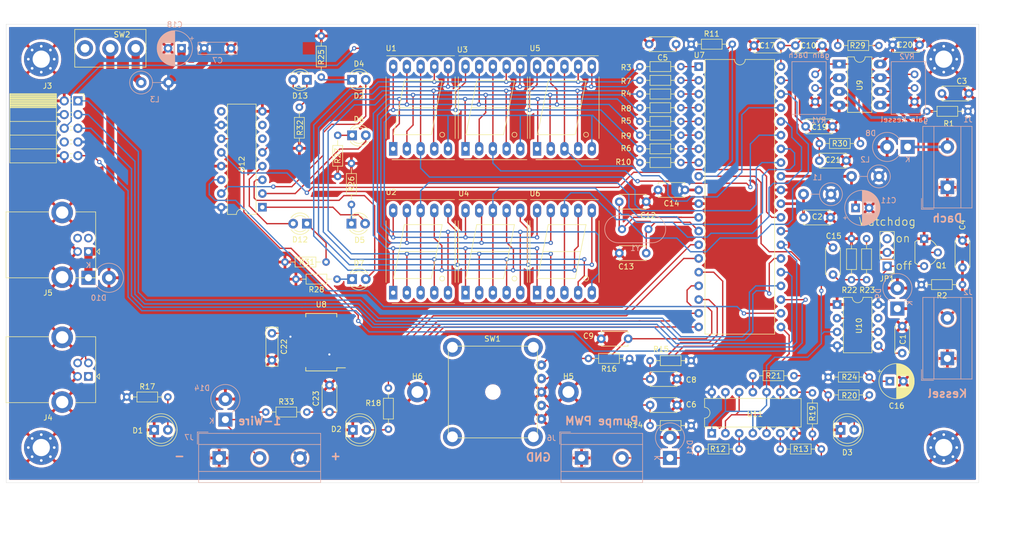
<source format=kicad_pcb>
(kicad_pcb (version 20171130) (host pcbnew "(5.1.9)-1")
  (layers (0 F.Cu signal) (31 B.Cu signal) (34 B.Paste user hide) (35 F.Paste user hide) (36 B.SilkS user) (37 F.SilkS user) (38 B.Mask user hide) (39 F.Mask user hide) (44 Edge.Cuts user))
  (net 0 "")
  (net 1 GND)
  (net 2 +5V)
  (net 3 "Net-(J3-Pad8)")
  (net 4 \RST)
  (net 5 TDI)
  (net 6 TMS)
  (net 7 TDO)
  (net 8 "Net-(J4-Pad3)")
  (net 9 "Net-(J4-Pad2)")
  (net 10 "Net-(J4-Pad1)")
  (net 11 "Net-(J5-Pad3)")
  (net 12 "Net-(J5-Pad2)")
  (net 13 RxD)
  (net 14 "Net-(U8-Pad28)")
  (net 15 "Net-(U8-Pad27)")
  (net 16 "Net-(U8-Pad26)")
  (net 17 "Net-(U8-Pad23)")
  (net 18 "Net-(U8-Pad22)")
  (net 19 "Net-(U8-Pad19)")
  (net 20 "Net-(U8-Pad14)")
  (net 21 "Net-(U8-Pad13)")
  (net 22 "Net-(U8-Pad12)")
  (net 23 "Net-(U8-Pad11)")
  (net 24 "Net-(U8-Pad10)")
  (net 25 "Net-(U8-Pad9)")
  (net 26 "Net-(U8-Pad6)")
  (net 27 "Net-(U8-Pad3)")
  (net 28 "Net-(U8-Pad2)")
  (net 29 ENC_A)
  (net 30 ENC_B)
  (net 31 TCK)
  (net 32 SW1)
  (net 33 "Net-(D1-Pad2)")
  (net 34 "Net-(D2-Pad2)")
  (net 35 "Net-(SW2-Pad3)")
  (net 36 "Net-(C3-Pad1)")
  (net 37 "Net-(C4-Pad1)")
  (net 38 "Net-(D3-Pad2)")
  (net 39 /DACH_ADC)
  (net 40 /KELLER_ADC)
  (net 41 /A_2)
  (net 42 /A)
  (net 43 /C_2)
  (net 44 /C)
  (net 45 /E_2)
  (net 46 /E)
  (net 47 /G_2)
  (net 48 /G)
  (net 49 /B_2)
  (net 50 /B)
  (net 51 /D_2)
  (net 52 /D)
  (net 53 /F_2)
  (net 54 /F)
  (net 55 /DP_2)
  (net 56 /DP)
  (net 57 /Heart_LED)
  (net 58 /DH)
  (net 59 /DZ)
  (net 60 /DE)
  (net 61 /KH)
  (net 62 /KZ)
  (net 63 /KE)
  (net 64 TxD)
  (net 65 /AVCC)
  (net 66 /AREF)
  (net 67 /XTAL2)
  (net 68 /XTAL1)
  (net 69 WDI)
  (net 70 "Net-(C15-Pad2)")
  (net 71 "Net-(C16-Pad1)")
  (net 72 "Net-(Q1-Pad2)")
  (net 73 "Net-(U10-Pad7)")
  (net 74 "Net-(C1-Pad1)")
  (net 75 "Net-(RV1-Pad2)")
  (net 76 "Net-(RV2-Pad2)")
  (net 77 "Net-(D4-Pad1)")
  (net 78 "Net-(D5-Pad1)")
  (net 79 "Net-(D6-Pad1)")
  (net 80 "Net-(D7-Pad1)")
  (net 81 "Net-(R29-Pad2)")
  (net 82 "Net-(R30-Pad2)")
  (net 83 "Net-(C22-Pad1)")
  (net 84 /PWM2)
  (net 85 "Net-(R12-Pad1)")
  (net 86 "Net-(R13-Pad1)")
  (net 87 "Net-(R19-Pad1)")
  (net 88 "Net-(R21-Pad1)")
  (net 89 PWM)
  (net 90 "Net-(D10-Pad1)")
  (net 91 "Net-(U12-Pad7)")
  (net 92 "Net-(U12-Pad6)")
  (net 93 "Net-(U12-Pad9)")
  (net 94 delta2_ind)
  (net 95 delta1_ind)
  (net 96 temp_keller_ind)
  (net 97 temp_dach_ind)
  (net 98 k_ind)
  (net 99 "Net-(D12-Pad1)")
  (net 100 mode_ind)
  (net 101 "Net-(D13-Pad1)")
  (net 102 "Net-(L3-Pad1)")
  (net 103 SR_DATA)
  (net 104 SR_LATCH)
  (net 105 SR_CLOCK)
  (net 106 /1-wire)
  (net 107 "Net-(D14-Pad1)")
  (module Resistor_THT:R_Axial_DIN0204_L3.6mm_D1.6mm_P7.62mm_Horizontal (layer F.Cu) (at 96.901 127.127)
    (fp_text reference R33 (at 3.81 -1.92) (layer F.SilkS))
    (fp_text value 1k)
    (pad 2 thru_hole oval (at 7.62 0) (size 1.4 1.4) (drill 0.7) (layers *.Cu *.Mask) (net 106 /1-wire))
    (pad 1 thru_hole circle (at 0 0) (size 1.4 1.4) (drill 0.7) (layers *.Cu *.Mask) (net 107 "Net-(D14-Pad1)"))
  )
  (module Diode_THT:D_DO-201_P3.81mm_Vertical_KathodeUp (layer B.Cu) (at 89.408 128.524 90)
    (fp_text reference D14 (at 5.842 -4.318 180) (layer B.SilkS) (effects (justify mirror)))
    (fp_text value D_TVS)
    (fp_text user K (at -0.254 -2.54 180) (layer B.SilkS) (effects (justify mirror)))
    (pad 2 thru_hole oval (at 3.81 0 90) (size 2.6 2.6) (drill 1.3) (layers *.Cu *.Mask) (net 1 GND))
    (pad 1 thru_hole rect (at 0 0 90) (size 2.6 2.6) (drill 1.3) (layers *.Cu *.Mask) (net 107 "Net-(D14-Pad1)"))
  )
  (module Capacitor_THT:C_Disc_D4.7mm_W2.5mm_P5.00mm (layer F.Cu) (at 108.712 127.127 90)
    (fp_text reference C23 (at 2.5 -2.5 90) (layer F.SilkS))
    (fp_text value 100n)
    (pad 2 thru_hole circle (at 5 0 90) (size 1.6 1.6) (drill 0.8) (layers *.Cu *.Mask) (net 1 GND))
    (pad 1 thru_hole circle (at 0 0 90) (size 1.6 1.6) (drill 0.8) (layers *.Cu *.Mask) (net 106 /1-wire))
  )
  (module TerminalBlock_MetzConnect:TerminalBlock_MetzConnect_Type171_RT13703HBWC_1x03_P7.50mm_Horizontal (layer B.Cu) (at 88.265 135.636)
    (fp_text reference J7 (at -5.588 -3.81) (layer B.SilkS) (effects (justify mirror)))
    (fp_text value Screw_Terminal_01x02)
    (pad 1 thru_hole rect (at 0 0) (size 2.5 2.5) (drill 1.3) (layers *.Cu *.Mask) (net 1 GND))
    (pad 2 thru_hole circle (at 7.5 0) (size 2.5 2.5) (drill 1.3) (layers *.Cu *.Mask) (net 107 "Net-(D14-Pad1)"))
    (pad 3 thru_hole circle (at 15 0) (size 2.5 2.5) (drill 1.3) (layers *.Cu *.Mask) (net 2 +5V))
  )
  (module Connector_USB:USB_B_Lumberg_2411_02_Horizontal (layer F.Cu) (at 64.018 120.523 180)
    (fp_text reference J4 (at 7.5 -7.65 180) (layer F.SilkS))
    (fp_text value USB_B)
    (pad 5 thru_hole circle (at 4.86 -4.75 270) (size 4 4) (drill 2.3) (layers *.Cu *.Mask) (net 1 GND))
    (pad 5 thru_hole circle (at 4.86 7.25 270) (size 4 4) (drill 2.3) (layers *.Cu *.Mask) (net 1 GND))
    (pad 4 thru_hole circle (at 2 0 270) (size 1.6 1.6) (drill 0.95) (layers *.Cu *.Mask) (net 1 GND))
    (pad 3 thru_hole circle (at 2 2.5 270) (size 1.6 1.6) (drill 0.95) (layers *.Cu *.Mask) (net 8 "Net-(J4-Pad3)"))
    (pad 2 thru_hole circle (at 0 2.5 270) (size 1.6 1.6) (drill 0.95) (layers *.Cu *.Mask) (net 9 "Net-(J4-Pad2)"))
    (pad 1 thru_hole rect (at 0 0 270) (size 1.6 1.6) (drill 0.95) (layers *.Cu *.Mask) (net 10 "Net-(J4-Pad1)"))
  )
  (module dummy:void (layer F.Cu) (at 225.631 149.479)
    (fp_text reference MECH5 hide)
    (fp_text value "Socket for ATMega32 (U7)")
  )
  (module dummy:void (layer F.Cu) (at 224.131 150.979)
    (fp_text reference MECH4 hide)
    (fp_text value "Socket shift register (U12)")
  )
  (module dummy:void (layer F.Cu) (at 224.131 149.479)
    (fp_text reference MECH3 hide)
    (fp_text value "Socket for buffer (U11)")
  )
  (module dummy:void (layer F.Cu) (at 222.631 150.979)
    (fp_text reference MECH2 hide)
    (fp_text value "Socket for NE555 (U10)")
  )
  (module dummy:void (layer F.Cu) (at 222.631 149.479)
    (fp_text reference MECH1 hide)
    (fp_text value "Socket for NE555 (U10)")
  )
  (module Resistor_THT:R_Axial_DIN0204_L3.6mm_D1.6mm_P7.62mm_Horizontal (layer F.Cu) (at 103.124 70.612 270)
    (fp_text reference R32 (at 3.81 -0.127 90) (layer F.SilkS))
    (fp_text value 330)
    (pad 2 thru_hole oval (at 7.62 0 270) (size 1.4 1.4) (drill 0.7) (layers *.Cu *.Mask) (net 1 GND))
    (pad 1 thru_hole circle (at 0 0 270) (size 1.4 1.4) (drill 0.7) (layers *.Cu *.Mask) (net 101 "Net-(D13-Pad1)"))
  )
  (module Resistor_THT:R_Axial_DIN0204_L3.6mm_D1.6mm_P7.62mm_Horizontal (layer F.Cu) (at 108.077 99.314 180)
    (fp_text reference R31 (at 3.556 0) (layer F.SilkS))
    (fp_text value 330)
    (pad 2 thru_hole oval (at 7.62 0 180) (size 1.4 1.4) (drill 0.7) (layers *.Cu *.Mask) (net 1 GND))
    (pad 1 thru_hole circle (at 0 0 180) (size 1.4 1.4) (drill 0.7) (layers *.Cu *.Mask) (net 99 "Net-(D12-Pad1)"))
  )
  (module Inductor_THT:L_Axial_L9.5mm_D4.0mm_P5.08mm_Vertical_Fastron_SMCC (layer B.Cu) (at 73.787 66.04)
    (fp_text reference L3 (at 2.54 3.12) (layer B.SilkS) (effects (justify mirror)))
    (fp_text value 10uH)
    (pad 2 thru_hole oval (at 5.08 0) (size 2 2) (drill 1) (layers *.Cu *.Mask) (net 2 +5V))
    (pad 1 thru_hole circle (at 0 0) (size 2 2) (drill 1) (layers *.Cu *.Mask) (net 102 "Net-(L3-Pad1)"))
  )
  (module LED_THT:LED_D3.0mm (layer F.Cu) (at 104.521 65.532 180)
    (fp_text reference D13 (at 1.27 -2.96) (layer F.SilkS))
    (fp_text value M)
    (pad 2 thru_hole circle (at 2.54 0 180) (size 1.8 1.8) (drill 0.9) (layers *.Cu *.Mask) (net 100 mode_ind))
    (pad 1 thru_hole rect (at 0 0 180) (size 1.8 1.8) (drill 0.9) (layers *.Cu *.Mask) (net 101 "Net-(D13-Pad1)"))
  )
  (module LED_THT:LED_D3.0mm (layer F.Cu) (at 104.521 92.202 180)
    (fp_text reference D12 (at 1.27 -2.96) (layer F.SilkS))
    (fp_text value K)
    (pad 2 thru_hole circle (at 2.54 0 180) (size 1.8 1.8) (drill 0.9) (layers *.Cu *.Mask) (net 98 k_ind))
    (pad 1 thru_hole rect (at 0 0 180) (size 1.8 1.8) (drill 0.9) (layers *.Cu *.Mask) (net 99 "Net-(D12-Pad1)"))
  )
  (module Package_DIP:DIP-16_W7.62mm (layer F.Cu) (at 96.266 89.154 180)
    (fp_text reference U12 (at 3.81 8.001 90) (layer F.SilkS))
    (fp_text value 74HC595)
    (pad 16 thru_hole oval (at 7.62 0 180) (size 1.6 1.6) (drill 0.8) (layers *.Cu *.Mask) (net 2 +5V))
    (pad 8 thru_hole oval (at 0 17.78 180) (size 1.6 1.6) (drill 0.8) (layers *.Cu *.Mask) (net 1 GND))
    (pad 15 thru_hole oval (at 7.62 2.54 180) (size 1.6 1.6) (drill 0.8) (layers *.Cu *.Mask) (net 94 delta2_ind))
    (pad 7 thru_hole oval (at 0 15.24 180) (size 1.6 1.6) (drill 0.8) (layers *.Cu *.Mask) (net 91 "Net-(U12-Pad7)"))
    (pad 14 thru_hole oval (at 7.62 5.08 180) (size 1.6 1.6) (drill 0.8) (layers *.Cu *.Mask) (net 103 SR_DATA))
    (pad 6 thru_hole oval (at 0 12.7 180) (size 1.6 1.6) (drill 0.8) (layers *.Cu *.Mask) (net 92 "Net-(U12-Pad6)"))
    (pad 13 thru_hole oval (at 7.62 7.62 180) (size 1.6 1.6) (drill 0.8) (layers *.Cu *.Mask) (net 1 GND))
    (pad 5 thru_hole oval (at 0 10.16 180) (size 1.6 1.6) (drill 0.8) (layers *.Cu *.Mask) (net 100 mode_ind))
    (pad 12 thru_hole oval (at 7.62 10.16 180) (size 1.6 1.6) (drill 0.8) (layers *.Cu *.Mask) (net 104 SR_LATCH))
    (pad 4 thru_hole oval (at 0 7.62 180) (size 1.6 1.6) (drill 0.8) (layers *.Cu *.Mask) (net 98 k_ind))
    (pad 11 thru_hole oval (at 7.62 12.7 180) (size 1.6 1.6) (drill 0.8) (layers *.Cu *.Mask) (net 105 SR_CLOCK))
    (pad 3 thru_hole oval (at 0 5.08 180) (size 1.6 1.6) (drill 0.8) (layers *.Cu *.Mask) (net 97 temp_dach_ind))
    (pad 10 thru_hole oval (at 7.62 15.24 180) (size 1.6 1.6) (drill 0.8) (layers *.Cu *.Mask) (net 2 +5V))
    (pad 2 thru_hole oval (at 0 2.54 180) (size 1.6 1.6) (drill 0.8) (layers *.Cu *.Mask) (net 96 temp_keller_ind))
    (pad 9 thru_hole oval (at 7.62 17.78 180) (size 1.6 1.6) (drill 0.8) (layers *.Cu *.Mask) (net 93 "Net-(U12-Pad9)"))
    (pad 1 thru_hole rect (at 0 0 180) (size 1.6 1.6) (drill 0.8) (layers *.Cu *.Mask) (net 95 delta1_ind))
  )
  (module LED_THT:LED_D3.0mm (layer F.Cu) (at 112.903 102.489)
    (fp_text reference D7 (at 1.27 -2.96) (layer F.SilkS))
    (fp_text value TD)
    (pad 2 thru_hole circle (at 2.54 0) (size 1.8 1.8) (drill 0.9) (layers *.Cu *.Mask) (net 97 temp_dach_ind))
    (pad 1 thru_hole rect (at 0 0) (size 1.8 1.8) (drill 0.9) (layers *.Cu *.Mask) (net 80 "Net-(D7-Pad1)"))
  )
  (module LED_THT:LED_D3.0mm (layer F.Cu) (at 112.903 75.819)
    (fp_text reference D6 (at 1.27 -2.96) (layer F.SilkS))
    (fp_text value TK)
    (pad 2 thru_hole circle (at 2.54 0) (size 1.8 1.8) (drill 0.9) (layers *.Cu *.Mask) (net 96 temp_keller_ind))
    (pad 1 thru_hole rect (at 0 0) (size 1.8 1.8) (drill 0.9) (layers *.Cu *.Mask) (net 79 "Net-(D6-Pad1)"))
  )
  (module LED_THT:LED_D3.0mm (layer F.Cu) (at 112.776 92.202)
    (fp_text reference D5 (at 1.524 3.048 180) (layer F.SilkS))
    (fp_text value D1)
    (pad 2 thru_hole circle (at 2.54 0) (size 1.8 1.8) (drill 0.9) (layers *.Cu *.Mask) (net 95 delta1_ind))
    (pad 1 thru_hole rect (at 0 0) (size 1.8 1.8) (drill 0.9) (layers *.Cu *.Mask) (net 78 "Net-(D5-Pad1)"))
  )
  (module Diode_THT:D_DO-201_P3.81mm_Vertical_KathodeUp (layer B.Cu) (at 171.831 135.636 90)
    (fp_text reference D11 (at 1.905 3.725 90) (layer B.SilkS) (effects (justify mirror)))
    (fp_text value D_TVS)
    (fp_text user K (at 0 -2.3 90) (layer B.SilkS) (effects (justify mirror)))
    (pad 2 thru_hole oval (at 3.81 0 90) (size 2.6 2.6) (drill 1.3) (layers *.Cu *.Mask) (net 1 GND))
    (pad 1 thru_hole rect (at 0 0 90) (size 2.6 2.6) (drill 1.3) (layers *.Cu *.Mask) (net 84 /PWM2))
  )
  (module Diode_THT:D_DO-201_P3.81mm_Vertical_KathodeUp (layer B.Cu) (at 64.018 102.235)
    (fp_text reference D10 (at 1.905 3.725 180) (layer B.SilkS) (effects (justify mirror)))
    (fp_text value D_TVS)
    (fp_text user K (at 0 -2.3 180) (layer B.SilkS) (effects (justify mirror)))
    (pad 2 thru_hole oval (at 3.81 0) (size 2.6 2.6) (drill 1.3) (layers *.Cu *.Mask) (net 1 GND))
    (pad 1 thru_hole rect (at 0 0) (size 2.6 2.6) (drill 1.3) (layers *.Cu *.Mask) (net 90 "Net-(D10-Pad1)"))
  )
  (module Diode_THT:D_DO-201_P3.81mm_Vertical_KathodeUp (layer B.Cu) (at 213.995 107.95 90)
    (fp_text reference D9 (at 2.794 -3.556 90) (layer B.SilkS) (effects (justify mirror)))
    (fp_text value D_TVS)
    (fp_text user K (at 1.016 2.286 90) (layer B.SilkS) (effects (justify mirror)))
    (pad 2 thru_hole oval (at 3.81 0 90) (size 2.6 2.6) (drill 1.3) (layers *.Cu *.Mask) (net 1 GND))
    (pad 1 thru_hole rect (at 0 0 90) (size 2.6 2.6) (drill 1.3) (layers *.Cu *.Mask) (net 37 "Net-(C4-Pad1)"))
  )
  (module Diode_THT:D_DO-201_P3.81mm_Vertical_KathodeUp (layer B.Cu) (at 215.9 77.978 180)
    (fp_text reference D8 (at 6.858 2.54) (layer B.SilkS) (effects (justify mirror)))
    (fp_text value D_TVS)
    (fp_text user K (at 0 -2.3) (layer B.SilkS) (effects (justify mirror)))
    (pad 2 thru_hole oval (at 3.81 0 180) (size 2.6 2.6) (drill 1.3) (layers *.Cu *.Mask) (net 1 GND))
    (pad 1 thru_hole rect (at 0 0 180) (size 2.6 2.6) (drill 1.3) (layers *.Cu *.Mask) (net 36 "Net-(C3-Pad1)"))
  )
  (module Resistor_THT:R_Axial_DIN0204_L3.6mm_D1.6mm_P7.62mm_Horizontal (layer F.Cu) (at 187.198 120.396)
    (fp_text reference R21 (at 3.81 0) (layer F.SilkS))
    (fp_text value 1k)
    (pad 2 thru_hole oval (at 7.62 0) (size 1.4 1.4) (drill 0.7) (layers *.Cu *.Mask) (net 84 /PWM2))
    (pad 1 thru_hole circle (at 0 0) (size 1.4 1.4) (drill 0.7) (layers *.Cu *.Mask) (net 88 "Net-(R21-Pad1)"))
  )
  (module Resistor_THT:R_Axial_DIN0204_L3.6mm_D1.6mm_P7.62mm_Horizontal (layer F.Cu) (at 198.247 123.571 270)
    (fp_text reference R19 (at 3.81 0 90) (layer F.SilkS))
    (fp_text value 1k)
    (pad 2 thru_hole oval (at 7.62 0 270) (size 1.4 1.4) (drill 0.7) (layers *.Cu *.Mask) (net 84 /PWM2))
    (pad 1 thru_hole circle (at 0 0 270) (size 1.4 1.4) (drill 0.7) (layers *.Cu *.Mask) (net 87 "Net-(R19-Pad1)"))
  )
  (module Resistor_THT:R_Axial_DIN0204_L3.6mm_D1.6mm_P7.62mm_Horizontal (layer F.Cu) (at 192.278 133.985)
    (fp_text reference R13 (at 3.81 0) (layer F.SilkS))
    (fp_text value 1k)
    (pad 2 thru_hole oval (at 7.62 0) (size 1.4 1.4) (drill 0.7) (layers *.Cu *.Mask) (net 84 /PWM2))
    (pad 1 thru_hole circle (at 0 0) (size 1.4 1.4) (drill 0.7) (layers *.Cu *.Mask) (net 86 "Net-(R13-Pad1)"))
  )
  (module Resistor_THT:R_Axial_DIN0204_L3.6mm_D1.6mm_P7.62mm_Horizontal (layer F.Cu) (at 184.658 133.985 180)
    (fp_text reference R12 (at 3.937 0) (layer F.SilkS))
    (fp_text value 1k)
    (pad 2 thru_hole oval (at 7.62 0 180) (size 1.4 1.4) (drill 0.7) (layers *.Cu *.Mask) (net 84 /PWM2))
    (pad 1 thru_hole circle (at 0 0 180) (size 1.4 1.4) (drill 0.7) (layers *.Cu *.Mask) (net 85 "Net-(R12-Pad1)"))
  )
  (module Package_DIP:DIP-14_W7.62mm (layer F.Cu) (at 179.578 131.064 90)
    (fp_text reference U11 (at 3.556 8.001 180) (layer F.SilkS))
    (fp_text value 74LS125)
    (pad 14 thru_hole oval (at 7.62 0 90) (size 1.6 1.6) (drill 0.8) (layers *.Cu *.Mask) (net 2 +5V))
    (pad 7 thru_hole oval (at 0 15.24 90) (size 1.6 1.6) (drill 0.8) (layers *.Cu *.Mask) (net 1 GND))
    (pad 13 thru_hole oval (at 7.62 2.54 90) (size 1.6 1.6) (drill 0.8) (layers *.Cu *.Mask) (net 4 \RST))
    (pad 6 thru_hole oval (at 0 12.7 90) (size 1.6 1.6) (drill 0.8) (layers *.Cu *.Mask) (net 86 "Net-(R13-Pad1)"))
    (pad 12 thru_hole oval (at 7.62 5.08 90) (size 1.6 1.6) (drill 0.8) (layers *.Cu *.Mask) (net 89 PWM))
    (pad 5 thru_hole oval (at 0 10.16 90) (size 1.6 1.6) (drill 0.8) (layers *.Cu *.Mask) (net 89 PWM))
    (pad 11 thru_hole oval (at 7.62 7.62 90) (size 1.6 1.6) (drill 0.8) (layers *.Cu *.Mask) (net 88 "Net-(R21-Pad1)"))
    (pad 4 thru_hole oval (at 0 7.62 90) (size 1.6 1.6) (drill 0.8) (layers *.Cu *.Mask) (net 4 \RST))
    (pad 10 thru_hole oval (at 7.62 10.16 90) (size 1.6 1.6) (drill 0.8) (layers *.Cu *.Mask) (net 4 \RST))
    (pad 3 thru_hole oval (at 0 5.08 90) (size 1.6 1.6) (drill 0.8) (layers *.Cu *.Mask) (net 85 "Net-(R12-Pad1)"))
    (pad 9 thru_hole oval (at 7.62 12.7 90) (size 1.6 1.6) (drill 0.8) (layers *.Cu *.Mask) (net 89 PWM))
    (pad 2 thru_hole oval (at 0 2.54 90) (size 1.6 1.6) (drill 0.8) (layers *.Cu *.Mask) (net 89 PWM))
    (pad 8 thru_hole oval (at 7.62 15.24 90) (size 1.6 1.6) (drill 0.8) (layers *.Cu *.Mask) (net 87 "Net-(R19-Pad1)"))
    (pad 1 thru_hole rect (at 0 0 90) (size 1.6 1.6) (drill 0.8) (layers *.Cu *.Mask) (net 4 \RST))
  )
  (module Capacitor_THT:C_Rect_L7.0mm_W2.0mm_P5.00mm (layer F.Cu) (at 98.044 112.522 270)
    (fp_text reference C22 (at 2.5 -2.25 90) (layer F.SilkS))
    (fp_text value 100n)
    (pad 2 thru_hole circle (at 5 0 270) (size 1.6 1.6) (drill 0.8) (layers *.Cu *.Mask) (net 1 GND))
    (pad 1 thru_hole circle (at 0 0 270) (size 1.6 1.6) (drill 0.8) (layers *.Cu *.Mask) (net 83 "Net-(C22-Pad1)"))
  )
  (module Capacitor_THT:CP_Radial_D6.3mm_P2.50mm (layer B.Cu) (at 81.28 59.69 180)
    (fp_text reference C18 (at 1.25 4.4 180) (layer B.SilkS) (effects (justify mirror)))
    (fp_text value 13uF)
    (pad 2 thru_hole circle (at 2.5 0 180) (size 1.6 1.6) (drill 0.8) (layers *.Cu *.Mask) (net 1 GND))
    (pad 1 thru_hole rect (at 0 0 180) (size 1.6 1.6) (drill 0.8) (layers *.Cu *.Mask) (net 2 +5V))
  )
  (module Capacitor_THT:CP_Radial_D6.3mm_P2.50mm (layer B.Cu) (at 206.248 89.281)
    (fp_text reference C11 (at 6.096 -1.397) (layer B.SilkS) (effects (justify mirror)))
    (fp_text value 13uF)
    (pad 2 thru_hole circle (at 2.5 0) (size 1.6 1.6) (drill 0.8) (layers *.Cu *.Mask) (net 1 GND))
    (pad 1 thru_hole rect (at 0 0) (size 1.6 1.6) (drill 0.8) (layers *.Cu *.Mask) (net 66 /AREF))
  )
  (module Inductor_THT:L_Axial_L9.5mm_D4.0mm_P5.08mm_Vertical_Fastron_SMCC (layer B.Cu) (at 210.566 83.439 180)
    (fp_text reference L2 (at 2.54 3.12) (layer B.SilkS) (effects (justify mirror)))
    (fp_text value 10uH)
    (pad 2 thru_hole oval (at 5.08 0 180) (size 2 2) (drill 1) (layers *.Cu *.Mask) (net 66 /AREF))
    (pad 1 thru_hole circle (at 0 0 180) (size 2 2) (drill 1) (layers *.Cu *.Mask) (net 2 +5V))
  )
  (module Inductor_THT:L_Axial_L9.5mm_D4.0mm_P5.08mm_Vertical_Fastron_SMCC (layer B.Cu) (at 201.676 86.741 180)
    (fp_text reference L1 (at 2.54 3.12) (layer B.SilkS) (effects (justify mirror)))
    (fp_text value 10uH)
    (pad 2 thru_hole oval (at 5.08 0 180) (size 2 2) (drill 1) (layers *.Cu *.Mask) (net 65 /AVCC))
    (pad 1 thru_hole circle (at 0 0 180) (size 2 2) (drill 1) (layers *.Cu *.Mask) (net 2 +5V))
  )
  (module Capacitor_THT:C_Disc_D4.7mm_W2.5mm_P5.00mm (layer F.Cu) (at 222.25 68.072)
    (fp_text reference C3 (at 3.683 -2.286) (layer F.SilkS))
    (fp_text value 100n)
    (pad 2 thru_hole circle (at 5 0) (size 1.6 1.6) (drill 0.8) (layers *.Cu *.Mask) (net 1 GND))
    (pad 1 thru_hole circle (at 0 0) (size 1.6 1.6) (drill 0.8) (layers *.Cu *.Mask) (net 36 "Net-(C3-Pad1)"))
  )
  (module Capacitor_THT:C_Disc_D4.7mm_W2.5mm_P5.00mm (layer F.Cu) (at 226.06 100.33 90)
    (fp_text reference C4 (at 7.901 0 90) (layer F.SilkS))
    (fp_text value 100n)
    (pad 2 thru_hole circle (at 5 0 90) (size 1.6 1.6) (drill 0.8) (layers *.Cu *.Mask) (net 1 GND))
    (pad 1 thru_hole circle (at 0 0 90) (size 1.6 1.6) (drill 0.8) (layers *.Cu *.Mask) (net 37 "Net-(C4-Pad1)"))
  )
  (module Capacitor_THT:C_Disc_D4.7mm_W2.5mm_P5.00mm (layer F.Cu) (at 172.974 58.928 180)
    (fp_text reference C5 (at 2.5 -2.5) (layer F.SilkS))
    (fp_text value 10n)
    (pad 2 thru_hole circle (at 5 0 180) (size 1.6 1.6) (drill 0.8) (layers *.Cu *.Mask) (net 1 GND))
    (pad 1 thru_hole circle (at 0 0 180) (size 1.6 1.6) (drill 0.8) (layers *.Cu *.Mask) (net 4 \RST))
  )
  (module Capacitor_THT:C_Disc_D4.7mm_W2.5mm_P5.00mm (layer F.Cu) (at 168.148 125.826)
    (fp_text reference C6 (at 7.62 -0.096) (layer F.SilkS))
    (fp_text value 10n)
    (pad 2 thru_hole circle (at 5 0) (size 1.6 1.6) (drill 0.8) (layers *.Cu *.Mask) (net 1 GND))
    (pad 1 thru_hole circle (at 0 0) (size 1.6 1.6) (drill 0.8) (layers *.Cu *.Mask) (net 29 ENC_A))
  )
  (module Capacitor_THT:C_Rect_L7.0mm_W2.0mm_P5.00mm (layer B.Cu) (at 85.471 59.69)
    (fp_text reference C7 (at 2.5 2.25) (layer B.SilkS) (effects (justify mirror)))
    (fp_text value 100n)
    (pad 2 thru_hole circle (at 5 0) (size 1.6 1.6) (drill 0.8) (layers *.Cu *.Mask) (net 1 GND))
    (pad 1 thru_hole circle (at 0 0) (size 1.6 1.6) (drill 0.8) (layers *.Cu *.Mask) (net 2 +5V))
  )
  (module Capacitor_THT:C_Disc_D4.7mm_W2.5mm_P5.00mm (layer F.Cu) (at 168.148 121)
    (fp_text reference C8 (at 7.62 0.158) (layer F.SilkS))
    (fp_text value 10n)
    (pad 2 thru_hole circle (at 5 0) (size 1.6 1.6) (drill 0.8) (layers *.Cu *.Mask) (net 1 GND))
    (pad 1 thru_hole circle (at 0 0) (size 1.6 1.6) (drill 0.8) (layers *.Cu *.Mask) (net 30 ENC_B))
  )
  (module TerminalBlock_MetzConnect:TerminalBlock_MetzConnect_Type171_RT13702HBWC_1x02_P7.50mm_Horizontal (layer B.Cu) (at 223.266 85.471 90)
    (fp_text reference J1 (at 12.573 3.81) (layer B.SilkS) (effects (justify mirror)))
    (fp_text value Screw_Terminal_01x02)
    (pad 2 thru_hole circle (at 7.5 0 90) (size 2.5 2.5) (drill 1.3) (layers *.Cu *.Mask) (net 36 "Net-(C3-Pad1)"))
    (pad 1 thru_hole rect (at 0 0 90) (size 2.5 2.5) (drill 1.3) (layers *.Cu *.Mask) (net 1 GND))
  )
  (module TerminalBlock_MetzConnect:TerminalBlock_MetzConnect_Type171_RT13702HBWC_1x02_P7.50mm_Horizontal (layer B.Cu) (at 223.266 117.19 90)
    (fp_text reference J2 (at 12.288 3.81) (layer B.SilkS) (effects (justify mirror)))
    (fp_text value Screw_Terminal_01x02)
    (pad 2 thru_hole circle (at 7.5 0 90) (size 2.5 2.5) (drill 1.3) (layers *.Cu *.Mask) (net 37 "Net-(C4-Pad1)"))
    (pad 1 thru_hole rect (at 0 0 90) (size 2.5 2.5) (drill 1.3) (layers *.Cu *.Mask) (net 1 GND))
  )
  (module Connector_PinSocket_2.54mm:PinSocket_2x05_P2.54mm_Horizontal (layer F.Cu) (at 62.078 69.438)
    (fp_text reference J3 (at -5.65 -2.77) (layer F.SilkS))
    (fp_text value AVR-JTAG-10)
    (pad 10 thru_hole oval (at -2.54 10.16) (size 1.7 1.7) (drill 1) (layers *.Cu *.Mask) (net 1 GND))
    (pad 9 thru_hole oval (at 0 10.16) (size 1.7 1.7) (drill 1) (layers *.Cu *.Mask) (net 5 TDI))
    (pad 8 thru_hole oval (at -2.54 7.62) (size 1.7 1.7) (drill 1) (layers *.Cu *.Mask) (net 3 "Net-(J3-Pad8)"))
    (pad 7 thru_hole oval (at 0 7.62) (size 1.7 1.7) (drill 1) (layers *.Cu *.Mask) (net 2 +5V))
    (pad 6 thru_hole oval (at -2.54 5.08) (size 1.7 1.7) (drill 1) (layers *.Cu *.Mask) (net 4 \RST))
    (pad 5 thru_hole oval (at 0 5.08) (size 1.7 1.7) (drill 1) (layers *.Cu *.Mask) (net 6 TMS))
    (pad 4 thru_hole oval (at -2.54 2.54) (size 1.7 1.7) (drill 1) (layers *.Cu *.Mask) (net 2 +5V))
    (pad 3 thru_hole oval (at 0 2.54) (size 1.7 1.7) (drill 1) (layers *.Cu *.Mask) (net 7 TDO))
    (pad 2 thru_hole oval (at -2.54 0) (size 1.7 1.7) (drill 1) (layers *.Cu *.Mask) (net 1 GND))
    (pad 1 thru_hole rect (at 0 0) (size 1.7 1.7) (drill 1) (layers *.Cu *.Mask) (net 31 TCK))
  )
  (module Resistor_THT:R_Axial_DIN0204_L3.6mm_D1.6mm_P7.62mm_Horizontal (layer F.Cu) (at 227.076 71.374 180)
    (fp_text reference R1 (at 3.556 -2.286) (layer F.SilkS))
    (fp_text value 1k)
    (pad 2 thru_hole oval (at 7.62 0 180) (size 1.4 1.4) (drill 0.7) (layers *.Cu *.Mask) (net 36 "Net-(C3-Pad1)"))
    (pad 1 thru_hole circle (at 0 0 180) (size 1.4 1.4) (drill 0.7) (layers *.Cu *.Mask) (net 2 +5V))
  )
  (module Resistor_THT:R_Axial_DIN0204_L3.6mm_D1.6mm_P7.62mm_Horizontal (layer F.Cu) (at 218.44 103.505)
    (fp_text reference R2 (at 3.81 2.032) (layer F.SilkS))
    (fp_text value 1k)
    (pad 2 thru_hole oval (at 7.62 0) (size 1.4 1.4) (drill 0.7) (layers *.Cu *.Mask) (net 37 "Net-(C4-Pad1)"))
    (pad 1 thru_hole circle (at 0 0) (size 1.4 1.4) (drill 0.7) (layers *.Cu *.Mask) (net 2 +5V))
  )
  (module Resistor_THT:R_Axial_DIN0204_L3.6mm_D1.6mm_P7.62mm_Horizontal (layer F.Cu) (at 173.863 63.088 180)
    (fp_text reference R3 (at 10.16 -0.158) (layer F.SilkS))
    (fp_text value 220)
    (pad 2 thru_hole oval (at 7.62 0 180) (size 1.4 1.4) (drill 0.7) (layers *.Cu *.Mask) (net 41 /A_2))
    (pad 1 thru_hole circle (at 0 0 180) (size 1.4 1.4) (drill 0.7) (layers *.Cu *.Mask) (net 42 /A))
  )
  (module Resistor_THT:R_Axial_DIN0204_L3.6mm_D1.6mm_P7.62mm_Horizontal (layer F.Cu) (at 173.863 68.168 180)
    (fp_text reference R4 (at 10.16 0.096) (layer F.SilkS))
    (fp_text value 220)
    (pad 2 thru_hole oval (at 7.62 0 180) (size 1.4 1.4) (drill 0.7) (layers *.Cu *.Mask) (net 43 /C_2))
    (pad 1 thru_hole circle (at 0 0 180) (size 1.4 1.4) (drill 0.7) (layers *.Cu *.Mask) (net 44 /C))
  )
  (module Resistor_THT:R_Axial_DIN0204_L3.6mm_D1.6mm_P7.62mm_Horizontal (layer F.Cu) (at 173.863 73.248 180)
    (fp_text reference R5 (at 10.16 0.096) (layer F.SilkS))
    (fp_text value 220)
    (pad 2 thru_hole oval (at 7.62 0 180) (size 1.4 1.4) (drill 0.7) (layers *.Cu *.Mask) (net 45 /E_2))
    (pad 1 thru_hole circle (at 0 0 180) (size 1.4 1.4) (drill 0.7) (layers *.Cu *.Mask) (net 46 /E))
  )
  (module Resistor_THT:R_Axial_DIN0204_L3.6mm_D1.6mm_P7.62mm_Horizontal (layer F.Cu) (at 173.863 78.328 180)
    (fp_text reference R6 (at 10.16 0.096) (layer F.SilkS))
    (fp_text value 220)
    (pad 2 thru_hole oval (at 7.62 0 180) (size 1.4 1.4) (drill 0.7) (layers *.Cu *.Mask) (net 47 /G_2))
    (pad 1 thru_hole circle (at 0 0 180) (size 1.4 1.4) (drill 0.7) (layers *.Cu *.Mask) (net 48 /G))
  )
  (module Resistor_THT:R_Axial_DIN0204_L3.6mm_D1.6mm_P7.62mm_Horizontal (layer F.Cu) (at 173.863 65.628 180)
    (fp_text reference R7 (at 10.16 -0.158) (layer F.SilkS))
    (fp_text value 220)
    (pad 2 thru_hole oval (at 7.62 0 180) (size 1.4 1.4) (drill 0.7) (layers *.Cu *.Mask) (net 49 /B_2))
    (pad 1 thru_hole circle (at 0 0 180) (size 1.4 1.4) (drill 0.7) (layers *.Cu *.Mask) (net 50 /B))
  )
  (module Resistor_THT:R_Axial_DIN0204_L3.6mm_D1.6mm_P7.62mm_Horizontal (layer F.Cu) (at 173.863 70.708 180)
    (fp_text reference R8 (at 10.16 -0.158) (layer F.SilkS))
    (fp_text value 220)
    (pad 2 thru_hole oval (at 7.62 0 180) (size 1.4 1.4) (drill 0.7) (layers *.Cu *.Mask) (net 51 /D_2))
    (pad 1 thru_hole circle (at 0 0 180) (size 1.4 1.4) (drill 0.7) (layers *.Cu *.Mask) (net 52 /D))
  )
  (module Resistor_THT:R_Axial_DIN0204_L3.6mm_D1.6mm_P7.62mm_Horizontal (layer F.Cu) (at 173.863 75.788 180)
    (fp_text reference R9 (at 10.16 -0.158) (layer F.SilkS))
    (fp_text value 220)
    (pad 2 thru_hole oval (at 7.62 0 180) (size 1.4 1.4) (drill 0.7) (layers *.Cu *.Mask) (net 53 /F_2))
    (pad 1 thru_hole circle (at 0 0 180) (size 1.4 1.4) (drill 0.7) (layers *.Cu *.Mask) (net 54 /F))
  )
  (module Resistor_THT:R_Axial_DIN0204_L3.6mm_D1.6mm_P7.62mm_Horizontal (layer F.Cu) (at 173.863 80.868 180)
    (fp_text reference R10 (at 10.668 0.096) (layer F.SilkS))
    (fp_text value 220)
    (pad 2 thru_hole oval (at 7.62 0 180) (size 1.4 1.4) (drill 0.7) (layers *.Cu *.Mask) (net 55 /DP_2))
    (pad 1 thru_hole circle (at 0 0 180) (size 1.4 1.4) (drill 0.7) (layers *.Cu *.Mask) (net 56 /DP))
  )
  (module Resistor_THT:R_Axial_DIN0204_L3.6mm_D1.6mm_P7.62mm_Horizontal (layer F.Cu) (at 175.768 58.928)
    (fp_text reference R11 (at 3.81 -1.92) (layer F.SilkS))
    (fp_text value 10k)
    (pad 2 thru_hole oval (at 7.62 0) (size 1.4 1.4) (drill 0.7) (layers *.Cu *.Mask) (net 4 \RST))
    (pad 1 thru_hole circle (at 0 0) (size 1.4 1.4) (drill 0.7) (layers *.Cu *.Mask) (net 2 +5V))
  )
  (module Resistor_THT:R_Axial_DIN0204_L3.6mm_D1.6mm_P7.62mm_Horizontal (layer F.Cu) (at 175.768 129.636 180)
    (fp_text reference R14 (at 10.414 0.096) (layer F.SilkS))
    (fp_text value 10k)
    (pad 2 thru_hole oval (at 7.62 0 180) (size 1.4 1.4) (drill 0.7) (layers *.Cu *.Mask) (net 29 ENC_A))
    (pad 1 thru_hole circle (at 0 0 180) (size 1.4 1.4) (drill 0.7) (layers *.Cu *.Mask) (net 2 +5V))
  )
  (module Resistor_THT:R_Axial_DIN0204_L3.6mm_D1.6mm_P7.62mm_Horizontal (layer F.Cu) (at 175.768 117.602 180)
    (fp_text reference R15 (at 5.588 2.128) (layer F.SilkS))
    (fp_text value 10k)
    (pad 2 thru_hole oval (at 7.62 0 180) (size 1.4 1.4) (drill 0.7) (layers *.Cu *.Mask) (net 30 ENC_B))
    (pad 1 thru_hole circle (at 0 0 180) (size 1.4 1.4) (drill 0.7) (layers *.Cu *.Mask) (net 2 +5V))
  )
  (module Display_7Segment:7SegmentLED_LTS6760_LTS6780 (layer F.Cu) (at 120.523 78.328 90)
    (fp_text reference U1 (at 18.638 -0.381) (layer F.SilkS))
    (fp_text value SC56-11E*)
    (pad 1 thru_hole rect (at 0 0) (size 1.524 2.524) (drill 0.8) (layers *.Cu *.Mask) (net 45 /E_2))
    (pad 2 thru_hole oval (at 0 2.54) (size 1.524 2.524) (drill 0.8) (layers *.Cu *.Mask) (net 51 /D_2))
    (pad 3 thru_hole oval (at 0 5.08) (size 1.524 2.524) (drill 0.8) (layers *.Cu *.Mask) (net 58 /DH))
    (pad 4 thru_hole oval (at 0 7.62) (size 1.524 2.524) (drill 0.8) (layers *.Cu *.Mask) (net 43 /C_2))
    (pad 5 thru_hole oval (at 0 10.16) (size 1.524 2.524) (drill 0.8) (layers *.Cu *.Mask) (net 55 /DP_2))
    (pad 6 thru_hole oval (at 15.24 10.16) (size 1.524 2.524) (drill 0.8) (layers *.Cu *.Mask) (net 49 /B_2))
    (pad 7 thru_hole oval (at 15.24 7.62) (size 1.524 2.524) (drill 0.8) (layers *.Cu *.Mask) (net 41 /A_2))
    (pad 8 thru_hole oval (at 15.24 5.08) (size 1.524 2.524) (drill 0.8) (layers *.Cu *.Mask) (net 58 /DH))
    (pad 9 thru_hole oval (at 15.24 2.54) (size 1.524 2.524) (drill 0.8) (layers *.Cu *.Mask) (net 53 /F_2))
    (pad 10 thru_hole oval (at 15.24 0) (size 1.524 2.524) (drill 0.8) (layers *.Cu *.Mask) (net 47 /G_2))
  )
  (module Display_7Segment:7SegmentLED_LTS6760_LTS6780 (layer F.Cu) (at 120.523 104.998 90)
    (fp_text reference U2 (at 18.638 -0.381) (layer F.SilkS))
    (fp_text value SC56-11E*)
    (pad 1 thru_hole rect (at 0 0) (size 1.524 2.524) (drill 0.8) (layers *.Cu *.Mask) (net 45 /E_2))
    (pad 2 thru_hole oval (at 0 2.54) (size 1.524 2.524) (drill 0.8) (layers *.Cu *.Mask) (net 51 /D_2))
    (pad 3 thru_hole oval (at 0 5.08) (size 1.524 2.524) (drill 0.8) (layers *.Cu *.Mask) (net 61 /KH))
    (pad 4 thru_hole oval (at 0 7.62) (size 1.524 2.524) (drill 0.8) (layers *.Cu *.Mask) (net 43 /C_2))
    (pad 5 thru_hole oval (at 0 10.16) (size 1.524 2.524) (drill 0.8) (layers *.Cu *.Mask) (net 55 /DP_2))
    (pad 6 thru_hole oval (at 15.24 10.16) (size 1.524 2.524) (drill 0.8) (layers *.Cu *.Mask) (net 49 /B_2))
    (pad 7 thru_hole oval (at 15.24 7.62) (size 1.524 2.524) (drill 0.8) (layers *.Cu *.Mask) (net 41 /A_2))
    (pad 8 thru_hole oval (at 15.24 5.08) (size 1.524 2.524) (drill 0.8) (layers *.Cu *.Mask) (net 61 /KH))
    (pad 9 thru_hole oval (at 15.24 2.54) (size 1.524 2.524) (drill 0.8) (layers *.Cu *.Mask) (net 53 /F_2))
    (pad 10 thru_hole oval (at 15.24 0) (size 1.524 2.524) (drill 0.8) (layers *.Cu *.Mask) (net 47 /G_2))
  )
  (module Display_7Segment:7SegmentLED_LTS6760_LTS6780 (layer F.Cu) (at 133.928 78.328 90)
    (fp_text reference U3 (at 18.384 -0.578) (layer F.SilkS))
    (fp_text value SC56-11E*)
    (pad 1 thru_hole rect (at 0 0) (size 1.524 2.524) (drill 0.8) (layers *.Cu *.Mask) (net 45 /E_2))
    (pad 2 thru_hole oval (at 0 2.54) (size 1.524 2.524) (drill 0.8) (layers *.Cu *.Mask) (net 51 /D_2))
    (pad 3 thru_hole oval (at 0 5.08) (size 1.524 2.524) (drill 0.8) (layers *.Cu *.Mask) (net 59 /DZ))
    (pad 4 thru_hole oval (at 0 7.62) (size 1.524 2.524) (drill 0.8) (layers *.Cu *.Mask) (net 43 /C_2))
    (pad 5 thru_hole oval (at 0 10.16) (size 1.524 2.524) (drill 0.8) (layers *.Cu *.Mask) (net 55 /DP_2))
    (pad 6 thru_hole oval (at 15.24 10.16) (size 1.524 2.524) (drill 0.8) (layers *.Cu *.Mask) (net 49 /B_2))
    (pad 7 thru_hole oval (at 15.24 7.62) (size 1.524 2.524) (drill 0.8) (layers *.Cu *.Mask) (net 41 /A_2))
    (pad 8 thru_hole oval (at 15.24 5.08) (size 1.524 2.524) (drill 0.8) (layers *.Cu *.Mask) (net 59 /DZ))
    (pad 9 thru_hole oval (at 15.24 2.54) (size 1.524 2.524) (drill 0.8) (layers *.Cu *.Mask) (net 53 /F_2))
    (pad 10 thru_hole oval (at 15.24 0) (size 1.524 2.524) (drill 0.8) (layers *.Cu *.Mask) (net 47 /G_2))
  )
  (module Display_7Segment:7SegmentLED_LTS6760_LTS6780 (layer F.Cu) (at 133.928 104.998 90)
    (fp_text reference U4 (at 18.384 -0.324) (layer F.SilkS))
    (fp_text value SC56-11E*)
    (pad 1 thru_hole rect (at 0 0) (size 1.524 2.524) (drill 0.8) (layers *.Cu *.Mask) (net 45 /E_2))
    (pad 2 thru_hole oval (at 0 2.54) (size 1.524 2.524) (drill 0.8) (layers *.Cu *.Mask) (net 51 /D_2))
    (pad 3 thru_hole oval (at 0 5.08) (size 1.524 2.524) (drill 0.8) (layers *.Cu *.Mask) (net 62 /KZ))
    (pad 4 thru_hole oval (at 0 7.62) (size 1.524 2.524) (drill 0.8) (layers *.Cu *.Mask) (net 43 /C_2))
    (pad 5 thru_hole oval (at 0 10.16) (size 1.524 2.524) (drill 0.8) (layers *.Cu *.Mask) (net 55 /DP_2))
    (pad 6 thru_hole oval (at 15.24 10.16) (size 1.524 2.524) (drill 0.8) (layers *.Cu *.Mask) (net 49 /B_2))
    (pad 7 thru_hole oval (at 15.24 7.62) (size 1.524 2.524) (drill 0.8) (layers *.Cu *.Mask) (net 41 /A_2))
    (pad 8 thru_hole oval (at 15.24 5.08) (size 1.524 2.524) (drill 0.8) (layers *.Cu *.Mask) (net 62 /KZ))
    (pad 9 thru_hole oval (at 15.24 2.54) (size 1.524 2.524) (drill 0.8) (layers *.Cu *.Mask) (net 53 /F_2))
    (pad 10 thru_hole oval (at 15.24 0) (size 1.524 2.524) (drill 0.8) (layers *.Cu *.Mask) (net 47 /G_2))
  )
  (module Display_7Segment:7SegmentLED_LTS6760_LTS6780 (layer F.Cu) (at 147.193 78.328 90)
    (fp_text reference U5 (at 18.638 -0.381) (layer F.SilkS))
    (fp_text value SC56-11E*)
    (pad 1 thru_hole rect (at 0 0) (size 1.524 2.524) (drill 0.8) (layers *.Cu *.Mask) (net 45 /E_2))
    (pad 2 thru_hole oval (at 0 2.54) (size 1.524 2.524) (drill 0.8) (layers *.Cu *.Mask) (net 51 /D_2))
    (pad 3 thru_hole oval (at 0 5.08) (size 1.524 2.524) (drill 0.8) (layers *.Cu *.Mask) (net 60 /DE))
    (pad 4 thru_hole oval (at 0 7.62) (size 1.524 2.524) (drill 0.8) (layers *.Cu *.Mask) (net 43 /C_2))
    (pad 5 thru_hole oval (at 0 10.16) (size 1.524 2.524) (drill 0.8) (layers *.Cu *.Mask) (net 55 /DP_2))
    (pad 6 thru_hole oval (at 15.24 10.16) (size 1.524 2.524) (drill 0.8) (layers *.Cu *.Mask) (net 49 /B_2))
    (pad 7 thru_hole oval (at 15.24 7.62) (size 1.524 2.524) (drill 0.8) (layers *.Cu *.Mask) (net 41 /A_2))
    (pad 8 thru_hole oval (at 15.24 5.08) (size 1.524 2.524) (drill 0.8) (layers *.Cu *.Mask) (net 60 /DE))
    (pad 9 thru_hole oval (at 15.24 2.54) (size 1.524 2.524) (drill 0.8) (layers *.Cu *.Mask) (net 53 /F_2))
    (pad 10 thru_hole oval (at 15.24 0) (size 1.524 2.524) (drill 0.8) (layers *.Cu *.Mask) (net 47 /G_2))
  )
  (module Display_7Segment:7SegmentLED_LTS6760_LTS6780 (layer F.Cu) (at 147.193 104.998 90)
    (fp_text reference U6 (at 18.384 -0.381 180) (layer F.SilkS))
    (fp_text value SC56-11E*)
    (pad 1 thru_hole rect (at 0 0) (size 1.524 2.524) (drill 0.8) (layers *.Cu *.Mask) (net 45 /E_2))
    (pad 2 thru_hole oval (at 0 2.54) (size 1.524 2.524) (drill 0.8) (layers *.Cu *.Mask) (net 51 /D_2))
    (pad 3 thru_hole oval (at 0 5.08) (size 1.524 2.524) (drill 0.8) (layers *.Cu *.Mask) (net 63 /KE))
    (pad 4 thru_hole oval (at 0 7.62) (size 1.524 2.524) (drill 0.8) (layers *.Cu *.Mask) (net 43 /C_2))
    (pad 5 thru_hole oval (at 0 10.16) (size 1.524 2.524) (drill 0.8) (layers *.Cu *.Mask) (net 55 /DP_2))
    (pad 6 thru_hole oval (at 15.24 10.16) (size 1.524 2.524) (drill 0.8) (layers *.Cu *.Mask) (net 49 /B_2))
    (pad 7 thru_hole oval (at 15.24 7.62) (size 1.524 2.524) (drill 0.8) (layers *.Cu *.Mask) (net 41 /A_2))
    (pad 8 thru_hole oval (at 15.24 5.08) (size 1.524 2.524) (drill 0.8) (layers *.Cu *.Mask) (net 63 /KE))
    (pad 9 thru_hole oval (at 15.24 2.54) (size 1.524 2.524) (drill 0.8) (layers *.Cu *.Mask) (net 53 /F_2))
    (pad 10 thru_hole oval (at 15.24 0) (size 1.524 2.524) (drill 0.8) (layers *.Cu *.Mask) (net 47 /G_2))
  )
  (module MountingHole:MountingHole_3.2mm_M3_Pad_Via (layer F.Cu) (at 55.278 133.708)
    (fp_text reference H1 hide)
    (fp_text value MountingHole hide)
    (pad 1 thru_hole circle (at 1.697056 -1.697056) (size 0.8 0.8) (drill 0.5) (layers *.Cu *.Mask) (net 1 GND))
    (pad 1 thru_hole circle (at 0 -2.4) (size 0.8 0.8) (drill 0.5) (layers *.Cu *.Mask) (net 1 GND))
    (pad 1 thru_hole circle (at -1.697056 -1.697056) (size 0.8 0.8) (drill 0.5) (layers *.Cu *.Mask) (net 1 GND))
    (pad 1 thru_hole circle (at -2.4 0) (size 0.8 0.8) (drill 0.5) (layers *.Cu *.Mask) (net 1 GND))
    (pad 1 thru_hole circle (at -1.697056 1.697056) (size 0.8 0.8) (drill 0.5) (layers *.Cu *.Mask) (net 1 GND))
    (pad 1 thru_hole circle (at 0 2.4) (size 0.8 0.8) (drill 0.5) (layers *.Cu *.Mask) (net 1 GND))
    (pad 1 thru_hole circle (at 1.697056 1.697056) (size 0.8 0.8) (drill 0.5) (layers *.Cu *.Mask) (net 1 GND))
    (pad 1 thru_hole circle (at 2.4 0) (size 0.8 0.8) (drill 0.5) (layers *.Cu *.Mask) (net 1 GND))
    (pad 1 thru_hole circle (at 0 0) (size 6.4 6.4) (drill 3.2) (layers *.Cu *.Mask) (net 1 GND))
  )
  (module MountingHole:MountingHole_3.2mm_M3_Pad_Via (layer F.Cu) (at 222.588 61.708)
    (fp_text reference H2 hide)
    (fp_text value MountingHole hide)
    (pad 1 thru_hole circle (at 1.697056 -1.697056) (size 0.8 0.8) (drill 0.5) (layers *.Cu *.Mask) (net 1 GND))
    (pad 1 thru_hole circle (at 0 -2.4) (size 0.8 0.8) (drill 0.5) (layers *.Cu *.Mask) (net 1 GND))
    (pad 1 thru_hole circle (at -1.697056 -1.697056) (size 0.8 0.8) (drill 0.5) (layers *.Cu *.Mask) (net 1 GND))
    (pad 1 thru_hole circle (at -2.4 0) (size 0.8 0.8) (drill 0.5) (layers *.Cu *.Mask) (net 1 GND))
    (pad 1 thru_hole circle (at -1.697056 1.697056) (size 0.8 0.8) (drill 0.5) (layers *.Cu *.Mask) (net 1 GND))
    (pad 1 thru_hole circle (at 0 2.4) (size 0.8 0.8) (drill 0.5) (layers *.Cu *.Mask) (net 1 GND))
    (pad 1 thru_hole circle (at 1.697056 1.697056) (size 0.8 0.8) (drill 0.5) (layers *.Cu *.Mask) (net 1 GND))
    (pad 1 thru_hole circle (at 2.4 0) (size 0.8 0.8) (drill 0.5) (layers *.Cu *.Mask) (net 1 GND))
    (pad 1 thru_hole circle (at 0 0) (size 6.4 6.4) (drill 3.2) (layers *.Cu *.Mask) (net 1 GND))
  )
  (module MountingHole:MountingHole_3.2mm_M3_Pad_Via (layer F.Cu) (at 55.278 61.708)
    (fp_text reference H3 hide)
    (fp_text value MountingHole hide)
    (pad 1 thru_hole circle (at 1.697056 -1.697056) (size 0.8 0.8) (drill 0.5) (layers *.Cu *.Mask) (net 1 GND))
    (pad 1 thru_hole circle (at 0 -2.4) (size 0.8 0.8) (drill 0.5) (layers *.Cu *.Mask) (net 1 GND))
    (pad 1 thru_hole circle (at -1.697056 -1.697056) (size 0.8 0.8) (drill 0.5) (layers *.Cu *.Mask) (net 1 GND))
    (pad 1 thru_hole circle (at -2.4 0) (size 0.8 0.8) (drill 0.5) (layers *.Cu *.Mask) (net 1 GND))
    (pad 1 thru_hole circle (at -1.697056 1.697056) (size 0.8 0.8) (drill 0.5) (layers *.Cu *.Mask) (net 1 GND))
    (pad 1 thru_hole circle (at 0 2.4) (size 0.8 0.8) (drill 0.5) (layers *.Cu *.Mask) (net 1 GND))
    (pad 1 thru_hole circle (at 1.697056 1.697056) (size 0.8 0.8) (drill 0.5) (layers *.Cu *.Mask) (net 1 GND))
    (pad 1 thru_hole circle (at 2.4 0) (size 0.8 0.8) (drill 0.5) (layers *.Cu *.Mask) (net 1 GND))
    (pad 1 thru_hole circle (at 0 0) (size 6.4 6.4) (drill 3.2) (layers *.Cu *.Mask) (net 1 GND))
  )
  (module MountingHole:MountingHole_3.2mm_M3_Pad_Via (layer F.Cu) (at 222.588 133.708)
    (fp_text reference H4 hide)
    (fp_text value MountingHole hide)
    (pad 1 thru_hole circle (at 1.697056 -1.697056) (size 0.8 0.8) (drill 0.5) (layers *.Cu *.Mask) (net 1 GND))
    (pad 1 thru_hole circle (at 0 -2.4) (size 0.8 0.8) (drill 0.5) (layers *.Cu *.Mask) (net 1 GND))
    (pad 1 thru_hole circle (at -1.697056 -1.697056) (size 0.8 0.8) (drill 0.5) (layers *.Cu *.Mask) (net 1 GND))
    (pad 1 thru_hole circle (at -2.4 0) (size 0.8 0.8) (drill 0.5) (layers *.Cu *.Mask) (net 1 GND))
    (pad 1 thru_hole circle (at -1.697056 1.697056) (size 0.8 0.8) (drill 0.5) (layers *.Cu *.Mask) (net 1 GND))
    (pad 1 thru_hole circle (at 0 2.4) (size 0.8 0.8) (drill 0.5) (layers *.Cu *.Mask) (net 1 GND))
    (pad 1 thru_hole circle (at 1.697056 1.697056) (size 0.8 0.8) (drill 0.5) (layers *.Cu *.Mask) (net 1 GND))
    (pad 1 thru_hole circle (at 2.4 0) (size 0.8 0.8) (drill 0.5) (layers *.Cu *.Mask) (net 1 GND))
    (pad 1 thru_hole circle (at 0 0) (size 6.4 6.4) (drill 3.2) (layers *.Cu *.Mask) (net 1 GND))
  )
  (module Resistor_THT:R_Axial_DIN0204_L3.6mm_D1.6mm_P7.62mm_Horizontal (layer F.Cu) (at 164.338 117.19 180)
    (fp_text reference R16 (at 3.81 -1.92) (layer F.SilkS))
    (fp_text value 10k)
    (pad 2 thru_hole oval (at 7.62 0 180) (size 1.4 1.4) (drill 0.7) (layers *.Cu *.Mask) (net 32 SW1))
    (pad 1 thru_hole circle (at 0 0 180) (size 1.4 1.4) (drill 0.7) (layers *.Cu *.Mask) (net 2 +5V))
  )
  (module Capacitor_THT:C_Disc_D4.7mm_W2.5mm_P5.00mm (layer F.Cu) (at 164.084 113.538 180)
    (fp_text reference C9 (at 7.366 0.508) (layer F.SilkS))
    (fp_text value 10n)
    (pad 2 thru_hole circle (at 5 0 180) (size 1.6 1.6) (drill 0.8) (layers *.Cu *.Mask) (net 1 GND))
    (pad 1 thru_hole circle (at 0 0 180) (size 1.6 1.6) (drill 0.8) (layers *.Cu *.Mask) (net 32 SW1))
  )
  (module TerminalBlock_MetzConnect:TerminalBlock_MetzConnect_Type171_RT13702HBWC_1x02_P7.50mm_Horizontal (layer B.Cu) (at 155.448 135.636)
    (fp_text reference J6 (at -5.588 -3.683) (layer B.SilkS) (effects (justify mirror)))
    (fp_text value Screw_Terminal_01x02)
    (pad 2 thru_hole circle (at 7.5 0) (size 2.5 2.5) (drill 1.3) (layers *.Cu *.Mask) (net 84 /PWM2))
    (pad 1 thru_hole rect (at 0 0) (size 2.5 2.5) (drill 1.3) (layers *.Cu *.Mask) (net 1 GND))
  )
  (module LED_THT:LED_D5.0mm (layer F.Cu) (at 113.03 130.429)
    (fp_text reference D2 (at -3.048 -0.127) (layer F.SilkS))
    (fp_text value LED_gruen)
    (pad 2 thru_hole circle (at 2.54 0) (size 1.8 1.8) (drill 0.9) (layers *.Cu *.Mask) (net 34 "Net-(D2-Pad2)"))
    (pad 1 thru_hole rect (at 0 0) (size 1.8 1.8) (drill 0.9) (layers *.Cu *.Mask) (net 1 GND))
  )
  (module Resistor_THT:R_Axial_DIN0204_L3.6mm_D1.6mm_P7.62mm_Horizontal (layer F.Cu) (at 119.634 122.682 270)
    (fp_text reference R18 (at 2.794 2.794 180) (layer F.SilkS))
    (fp_text value 560)
    (pad 2 thru_hole oval (at 7.62 0 270) (size 1.4 1.4) (drill 0.7) (layers *.Cu *.Mask) (net 34 "Net-(D2-Pad2)"))
    (pad 1 thru_hole circle (at 0 0 270) (size 1.4 1.4) (drill 0.7) (layers *.Cu *.Mask) (net 57 /Heart_LED))
  )
  (module LED_THT:LED_D5.0mm (layer F.Cu) (at 76.21 130.429)
    (fp_text reference D1 (at -3.048 0.127) (layer F.SilkS))
    (fp_text value LED_rot)
    (pad 2 thru_hole circle (at 2.54 0) (size 1.8 1.8) (drill 0.9) (layers *.Cu *.Mask) (net 33 "Net-(D1-Pad2)"))
    (pad 1 thru_hole rect (at 0 0) (size 1.8 1.8) (drill 0.9) (layers *.Cu *.Mask) (net 1 GND))
  )
  (module Resistor_THT:R_Axial_DIN0204_L3.6mm_D1.6mm_P7.62mm_Horizontal (layer F.Cu) (at 71.13 124.333)
    (fp_text reference R17 (at 3.81 -1.92) (layer F.SilkS))
    (fp_text value 560)
    (pad 2 thru_hole oval (at 7.62 0) (size 1.4 1.4) (drill 0.7) (layers *.Cu *.Mask) (net 33 "Net-(D1-Pad2)"))
    (pad 1 thru_hole circle (at 0 0) (size 1.4 1.4) (drill 0.7) (layers *.Cu *.Mask) (net 2 +5V))
  )
  (module Package_SO:SSOP-28_5.3x10.2mm_P0.65mm (layer F.Cu) (at 107.188 114.173 180)
    (fp_text reference U8 (at 0 6.985) (layer F.SilkS))
    (fp_text value FT232RL)
    (pad 1 smd rect (at -3.6 -4.225 180) (size 1.75 0.45) (layers F.Cu F.Paste F.Mask) (net 13 RxD))
    (pad 2 smd rect (at -3.6 -3.575 180) (size 1.75 0.45) (layers F.Cu F.Paste F.Mask) (net 28 "Net-(U8-Pad2)"))
    (pad 3 smd rect (at -3.6 -2.925 180) (size 1.75 0.45) (layers F.Cu F.Paste F.Mask) (net 27 "Net-(U8-Pad3)"))
    (pad 4 smd rect (at -3.6 -2.275 180) (size 1.75 0.45) (layers F.Cu F.Paste F.Mask) (net 2 +5V))
    (pad 5 smd rect (at -3.6 -1.625 180) (size 1.75 0.45) (layers F.Cu F.Paste F.Mask) (net 64 TxD))
    (pad 6 smd rect (at -3.6 -0.975 180) (size 1.75 0.45) (layers F.Cu F.Paste F.Mask) (net 26 "Net-(U8-Pad6)"))
    (pad 7 smd rect (at -3.6 -0.325 180) (size 1.75 0.45) (layers F.Cu F.Paste F.Mask) (net 1 GND))
    (pad 8 smd rect (at -3.6 0.325 180) (size 1.75 0.45) (layers F.Cu F.Paste F.Mask))
    (pad 9 smd rect (at -3.6 0.975 180) (size 1.75 0.45) (layers F.Cu F.Paste F.Mask) (net 25 "Net-(U8-Pad9)"))
    (pad 10 smd rect (at -3.6 1.625 180) (size 1.75 0.45) (layers F.Cu F.Paste F.Mask) (net 24 "Net-(U8-Pad10)"))
    (pad 11 smd rect (at -3.6 2.275 180) (size 1.75 0.45) (layers F.Cu F.Paste F.Mask) (net 23 "Net-(U8-Pad11)"))
    (pad 12 smd rect (at -3.6 2.925 180) (size 1.75 0.45) (layers F.Cu F.Paste F.Mask) (net 22 "Net-(U8-Pad12)"))
    (pad 13 smd rect (at -3.6 3.575 180) (size 1.75 0.45) (layers F.Cu F.Paste F.Mask) (net 21 "Net-(U8-Pad13)"))
    (pad 14 smd rect (at -3.6 4.225 180) (size 1.75 0.45) (layers F.Cu F.Paste F.Mask) (net 20 "Net-(U8-Pad14)"))
    (pad 15 smd rect (at 3.6 4.225 180) (size 1.75 0.45) (layers F.Cu F.Paste F.Mask) (net 8 "Net-(J4-Pad3)"))
    (pad 16 smd rect (at 3.6 3.575 180) (size 1.75 0.45) (layers F.Cu F.Paste F.Mask) (net 9 "Net-(J4-Pad2)"))
    (pad 17 smd rect (at 3.6 2.925 180) (size 1.75 0.45) (layers F.Cu F.Paste F.Mask) (net 83 "Net-(C22-Pad1)"))
    (pad 18 smd rect (at 3.6 2.275 180) (size 1.75 0.45) (layers F.Cu F.Paste F.Mask) (net 1 GND))
    (pad 19 smd rect (at 3.6 1.625 180) (size 1.75 0.45) (layers F.Cu F.Paste F.Mask) (net 19 "Net-(U8-Pad19)"))
    (pad 20 smd rect (at 3.6 0.975 180) (size 1.75 0.45) (layers F.Cu F.Paste F.Mask) (net 2 +5V))
    (pad 21 smd rect (at 3.6 0.325 180) (size 1.75 0.45) (layers F.Cu F.Paste F.Mask) (net 1 GND))
    (pad 22 smd rect (at 3.6 -0.325 180) (size 1.75 0.45) (layers F.Cu F.Paste F.Mask) (net 18 "Net-(U8-Pad22)"))
    (pad 23 smd rect (at 3.6 -0.975 180) (size 1.75 0.45) (layers F.Cu F.Paste F.Mask) (net 17 "Net-(U8-Pad23)"))
    (pad 24 smd rect (at 3.6 -1.625 180) (size 1.75 0.45) (layers F.Cu F.Paste F.Mask))
    (pad 25 smd rect (at 3.6 -2.275 180) (size 1.75 0.45) (layers F.Cu F.Paste F.Mask) (net 1 GND))
    (pad 26 smd rect (at 3.6 -2.925 180) (size 1.75 0.45) (layers F.Cu F.Paste F.Mask) (net 16 "Net-(U8-Pad26)"))
    (pad 27 smd rect (at 3.6 -3.575 180) (size 1.75 0.45) (layers F.Cu F.Paste F.Mask) (net 15 "Net-(U8-Pad27)"))
    (pad 28 smd rect (at 3.6 -4.225 180) (size 1.75 0.45) (layers F.Cu F.Paste F.Mask) (net 14 "Net-(U8-Pad28)"))
  )
  (module Connector_USB:USB_B_Lumberg_2411_02_Horizontal (layer F.Cu) (at 64.018 97.378 180)
    (fp_text reference J5 (at 7.5 -7.65) (layer F.SilkS))
    (fp_text value USB_B)
    (pad 5 thru_hole circle (at 4.86 -4.75 270) (size 4 4) (drill 2.3) (layers *.Cu *.Mask) (net 1 GND))
    (pad 5 thru_hole circle (at 4.86 7.25 270) (size 4 4) (drill 2.3) (layers *.Cu *.Mask) (net 1 GND))
    (pad 4 thru_hole circle (at 2 0 270) (size 1.6 1.6) (drill 0.95) (layers *.Cu *.Mask) (net 1 GND))
    (pad 3 thru_hole circle (at 2 2.5 270) (size 1.6 1.6) (drill 0.95) (layers *.Cu *.Mask) (net 11 "Net-(J5-Pad3)"))
    (pad 2 thru_hole circle (at 0 2.5 270) (size 1.6 1.6) (drill 0.95) (layers *.Cu *.Mask) (net 12 "Net-(J5-Pad2)"))
    (pad 1 thru_hole rect (at 0 0 270) (size 1.6 1.6) (drill 0.95) (layers *.Cu *.Mask) (net 90 "Net-(D10-Pad1)"))
  )
  (module MountingHole:MountingHole_2.2mm_M2_DIN965_Pad (layer F.Cu) (at 153.008 123.413)
    (fp_text reference H5 (at 0 -2.9) (layer F.SilkS))
    (fp_text value MountingHole)
    (pad 1 thru_hole circle (at 0 0) (size 3.8 3.8) (drill 2.2) (layers *.Cu *.Mask) (net 1 GND))
  )
  (module MountingHole:MountingHole_2.2mm_M2_DIN965_Pad (layer F.Cu) (at 125.008 123.413)
    (fp_text reference H6 (at 0 -2.9) (layer F.SilkS))
    (fp_text value MountingHole)
    (pad 1 thru_hole circle (at 0 0) (size 3.8 3.8) (drill 2.2) (layers *.Cu *.Mask) (net 1 GND))
  )
  (module LED_THT:LED_D5.0mm (layer F.Cu) (at 203.454 130.429)
    (fp_text reference D3 (at 1.27 4.191) (layer F.SilkS))
    (fp_text value LED_gruen)
    (pad 2 thru_hole circle (at 2.54 0) (size 1.8 1.8) (drill 0.9) (layers *.Cu *.Mask) (net 38 "Net-(D3-Pad2)"))
    (pad 1 thru_hole rect (at 0 0) (size 1.8 1.8) (drill 0.9) (layers *.Cu *.Mask) (net 1 GND))
  )
  (module Resistor_THT:R_Axial_DIN0204_L3.6mm_D1.6mm_P7.62mm_Horizontal (layer F.Cu) (at 201.168 123.952)
    (fp_text reference R20 (at 3.937 0.127) (layer F.SilkS))
    (fp_text value 560)
    (pad 2 thru_hole oval (at 7.62 0) (size 1.4 1.4) (drill 0.7) (layers *.Cu *.Mask) (net 38 "Net-(D3-Pad2)"))
    (pad 1 thru_hole circle (at 0 0) (size 1.4 1.4) (drill 0.7) (layers *.Cu *.Mask) (net 84 /PWM2))
  )
  (module Capacitor_THT:C_Disc_D4.7mm_W2.5mm_P5.00mm (layer F.Cu) (at 196.596 91.059)
    (fp_text reference C2 (at 2.54 -0.127 180) (layer F.SilkS))
    (fp_text value 100n)
    (pad 2 thru_hole circle (at 5 0) (size 1.6 1.6) (drill 0.8) (layers *.Cu *.Mask) (net 1 GND))
    (pad 1 thru_hole circle (at 0 0) (size 1.6 1.6) (drill 0.8) (layers *.Cu *.Mask) (net 65 /AVCC))
  )
  (module Capacitor_THT:C_Disc_D4.7mm_W2.5mm_P5.00mm (layer F.Cu) (at 162.433 88.138)
    (fp_text reference C12 (at 5.334 2.54) (layer F.SilkS))
    (fp_text value 10p)
    (pad 2 thru_hole circle (at 5 0) (size 1.6 1.6) (drill 0.8) (layers *.Cu *.Mask) (net 1 GND))
    (pad 1 thru_hole circle (at 0 0) (size 1.6 1.6) (drill 0.8) (layers *.Cu *.Mask) (net 67 /XTAL2))
  )
  (module Capacitor_THT:C_Disc_D4.7mm_W2.5mm_P5.00mm (layer F.Cu) (at 167.433 97.663 180)
    (fp_text reference C13 (at 3.73 -2.5) (layer F.SilkS))
    (fp_text value 10p)
    (pad 2 thru_hole circle (at 5 0 180) (size 1.6 1.6) (drill 0.8) (layers *.Cu *.Mask) (net 1 GND))
    (pad 1 thru_hole circle (at 0 0 180) (size 1.6 1.6) (drill 0.8) (layers *.Cu *.Mask) (net 68 /XTAL1))
  )
  (module Capacitor_THT:C_Disc_D4.7mm_W2.5mm_P5.00mm (layer F.Cu) (at 174.625 85.948 180)
    (fp_text reference C14 (at 2.5 -2.5) (layer F.SilkS))
    (fp_text value 100n)
    (pad 2 thru_hole circle (at 5 0 180) (size 1.6 1.6) (drill 0.8) (layers *.Cu *.Mask) (net 1 GND))
    (pad 1 thru_hole circle (at 0 0 180) (size 1.6 1.6) (drill 0.8) (layers *.Cu *.Mask) (net 2 +5V))
  )
  (module Crystal:Crystal_HC18-U_Vertical (layer B.Cu) (at 162.941 93.218)
    (fp_text reference Y1 (at 2.45 3.525 180) (layer B.SilkS) (effects (justify mirror)))
    (fp_text value "7.3728 Mhz")
    (pad 2 thru_hole circle (at 4.9 0) (size 1.5 1.5) (drill 0.8) (layers *.Cu *.Mask) (net 68 /XTAL1))
    (pad 1 thru_hole circle (at 0 0) (size 1.5 1.5) (drill 0.8) (layers *.Cu *.Mask) (net 67 /XTAL2))
  )
  (module Resistor_THT:R_Axial_DIN0204_L3.6mm_D1.6mm_P7.62mm_Horizontal (layer F.Cu) (at 205.486 102.596 90)
    (fp_text reference R22 (at -1.925 -0.381) (layer F.SilkS))
    (fp_text value 10k)
    (pad 2 thru_hole oval (at 7.62 0 90) (size 1.4 1.4) (drill 0.7) (layers *.Cu *.Mask) (net 1 GND))
    (pad 1 thru_hole circle (at 0 0 90) (size 1.4 1.4) (drill 0.7) (layers *.Cu *.Mask) (net 70 "Net-(C15-Pad2)"))
  )
  (module Resistor_THT:R_Axial_DIN0204_L3.6mm_D1.6mm_P7.62mm_Horizontal (layer F.Cu) (at 208.28 102.596 90)
    (fp_text reference R23 (at -1.925 0.127 180) (layer F.SilkS))
    (fp_text value 1k)
    (pad 2 thru_hole oval (at 7.62 0 90) (size 1.4 1.4) (drill 0.7) (layers *.Cu *.Mask) (net 72 "Net-(Q1-Pad2)"))
    (pad 1 thru_hole circle (at 0 0 90) (size 1.4 1.4) (drill 0.7) (layers *.Cu *.Mask) (net 70 "Net-(C15-Pad2)"))
  )
  (module Capacitor_THT:CP_Radial_D6.3mm_P2.50mm (layer F.Cu) (at 212.598 121.412)
    (fp_text reference C16 (at 1.25 4.572) (layer F.SilkS))
    (fp_text value 13uF)
    (pad 2 thru_hole circle (at 2.5 0) (size 1.6 1.6) (drill 0.8) (layers *.Cu *.Mask) (net 1 GND))
    (pad 1 thru_hole rect (at 0 0) (size 1.6 1.6) (drill 0.8) (layers *.Cu *.Mask) (net 71 "Net-(C16-Pad1)"))
  )
  (module Resistor_THT:R_Axial_DIN0204_L3.6mm_D1.6mm_P7.62mm_Horizontal (layer F.Cu) (at 201.168 120.65)
    (fp_text reference R24 (at 3.937 0) (layer F.SilkS))
    (fp_text value 10k)
    (pad 2 thru_hole oval (at 7.62 0) (size 1.4 1.4) (drill 0.7) (layers *.Cu *.Mask) (net 71 "Net-(C16-Pad1)"))
    (pad 1 thru_hole circle (at 0 0) (size 1.4 1.4) (drill 0.7) (layers *.Cu *.Mask) (net 2 +5V))
  )
  (module Package_DIP:DIP-8_W7.62mm (layer F.Cu) (at 202.819 107.188)
    (fp_text reference U10 (at 4.064 3.937 90) (layer F.SilkS))
    (fp_text value NE555P)
    (pad 8 thru_hole oval (at 7.62 0) (size 1.6 1.6) (drill 0.8) (layers *.Cu *.Mask) (net 2 +5V))
    (pad 4 thru_hole oval (at 0 7.62) (size 1.6 1.6) (drill 0.8) (layers *.Cu *.Mask) (net 2 +5V))
    (pad 7 thru_hole oval (at 7.62 2.54) (size 1.6 1.6) (drill 0.8) (layers *.Cu *.Mask) (net 73 "Net-(U10-Pad7)"))
    (pad 3 thru_hole oval (at 0 5.08) (size 1.6 1.6) (drill 0.8) (layers *.Cu *.Mask) (net 4 \RST))
    (pad 6 thru_hole oval (at 7.62 5.08) (size 1.6 1.6) (drill 0.8) (layers *.Cu *.Mask) (net 71 "Net-(C16-Pad1)"))
    (pad 2 thru_hole oval (at 0 2.54) (size 1.6 1.6) (drill 0.8) (layers *.Cu *.Mask) (net 71 "Net-(C16-Pad1)"))
    (pad 5 thru_hole oval (at 7.62 7.62) (size 1.6 1.6) (drill 0.8) (layers *.Cu *.Mask) (net 74 "Net-(C1-Pad1)"))
    (pad 1 thru_hole rect (at 0 0) (size 1.6 1.6) (drill 0.8) (layers *.Cu *.Mask) (net 1 GND))
  )
  (module Package_DIP:DIP-40_W15.24mm (layer F.Cu) (at 177.165 63.0936)
    (fp_text reference U7 (at 0.1016 -2.1336) (layer F.SilkS))
    (fp_text value ATmega32-16PU)
    (pad 1 thru_hole rect (at 0 0) (size 1.6 1.6) (drill 0.8) (layers *.Cu *.Mask) (net 42 /A))
    (pad 21 thru_hole oval (at 15.24 48.26) (size 1.6 1.6) (drill 0.8) (layers *.Cu *.Mask) (net 89 PWM))
    (pad 2 thru_hole oval (at 0 2.54) (size 1.6 1.6) (drill 0.8) (layers *.Cu *.Mask) (net 50 /B))
    (pad 22 thru_hole oval (at 15.24 45.72) (size 1.6 1.6) (drill 0.8) (layers *.Cu *.Mask) (net 103 SR_DATA))
    (pad 3 thru_hole oval (at 0 5.08) (size 1.6 1.6) (drill 0.8) (layers *.Cu *.Mask) (net 44 /C))
    (pad 23 thru_hole oval (at 15.24 43.18) (size 1.6 1.6) (drill 0.8) (layers *.Cu *.Mask) (net 105 SR_CLOCK))
    (pad 4 thru_hole oval (at 0 7.62) (size 1.6 1.6) (drill 0.8) (layers *.Cu *.Mask) (net 52 /D))
    (pad 24 thru_hole oval (at 15.24 40.64) (size 1.6 1.6) (drill 0.8) (layers *.Cu *.Mask) (net 31 TCK))
    (pad 5 thru_hole oval (at 0 10.16) (size 1.6 1.6) (drill 0.8) (layers *.Cu *.Mask) (net 46 /E))
    (pad 25 thru_hole oval (at 15.24 38.1) (size 1.6 1.6) (drill 0.8) (layers *.Cu *.Mask) (net 6 TMS))
    (pad 6 thru_hole oval (at 0 12.7) (size 1.6 1.6) (drill 0.8) (layers *.Cu *.Mask) (net 54 /F))
    (pad 26 thru_hole oval (at 15.24 35.56) (size 1.6 1.6) (drill 0.8) (layers *.Cu *.Mask) (net 7 TDO))
    (pad 7 thru_hole oval (at 0 15.24) (size 1.6 1.6) (drill 0.8) (layers *.Cu *.Mask) (net 48 /G))
    (pad 27 thru_hole oval (at 15.24 33.02) (size 1.6 1.6) (drill 0.8) (layers *.Cu *.Mask) (net 5 TDI))
    (pad 8 thru_hole oval (at 0 17.78) (size 1.6 1.6) (drill 0.8) (layers *.Cu *.Mask) (net 56 /DP))
    (pad 28 thru_hole oval (at 15.24 30.48) (size 1.6 1.6) (drill 0.8) (layers *.Cu *.Mask) (net 69 WDI))
    (pad 9 thru_hole oval (at 0 20.32) (size 1.6 1.6) (drill 0.8) (layers *.Cu *.Mask) (net 4 \RST))
    (pad 29 thru_hole oval (at 15.24 27.94) (size 1.6 1.6) (drill 0.8) (layers *.Cu *.Mask) (net 104 SR_LATCH))
    (pad 10 thru_hole oval (at 0 22.86) (size 1.6 1.6) (drill 0.8) (layers *.Cu *.Mask) (net 2 +5V))
    (pad 30 thru_hole oval (at 15.24 25.4) (size 1.6 1.6) (drill 0.8) (layers *.Cu *.Mask) (net 65 /AVCC))
    (pad 11 thru_hole oval (at 0 25.4) (size 1.6 1.6) (drill 0.8) (layers *.Cu *.Mask) (net 1 GND))
    (pad 31 thru_hole oval (at 15.24 22.86) (size 1.6 1.6) (drill 0.8) (layers *.Cu *.Mask) (net 1 GND))
    (pad 12 thru_hole oval (at 0 27.94) (size 1.6 1.6) (drill 0.8) (layers *.Cu *.Mask) (net 67 /XTAL2))
    (pad 32 thru_hole oval (at 15.24 20.32) (size 1.6 1.6) (drill 0.8) (layers *.Cu *.Mask) (net 66 /AREF))
    (pad 13 thru_hole oval (at 0 30.48) (size 1.6 1.6) (drill 0.8) (layers *.Cu *.Mask) (net 68 /XTAL1))
    (pad 33 thru_hole oval (at 15.24 17.78) (size 1.6 1.6) (drill 0.8) (layers *.Cu *.Mask) (net 58 /DH))
    (pad 14 thru_hole oval (at 0 33.02) (size 1.6 1.6) (drill 0.8) (layers *.Cu *.Mask) (net 13 RxD))
    (pad 34 thru_hole oval (at 15.24 15.24) (size 1.6 1.6) (drill 0.8) (layers *.Cu *.Mask) (net 61 /KH))
    (pad 15 thru_hole oval (at 0 35.56) (size 1.6 1.6) (drill 0.8) (layers *.Cu *.Mask) (net 64 TxD))
    (pad 35 thru_hole oval (at 15.24 12.7) (size 1.6 1.6) (drill 0.8) (layers *.Cu *.Mask) (net 59 /DZ))
    (pad 16 thru_hole oval (at 0 38.1) (size 1.6 1.6) (drill 0.8) (layers *.Cu *.Mask) (net 29 ENC_A))
    (pad 36 thru_hole oval (at 15.24 10.16) (size 1.6 1.6) (drill 0.8) (layers *.Cu *.Mask) (net 62 /KZ))
    (pad 17 thru_hole oval (at 0 40.64) (size 1.6 1.6) (drill 0.8) (layers *.Cu *.Mask) (net 32 SW1))
    (pad 37 thru_hole oval (at 15.24 7.62) (size 1.6 1.6) (drill 0.8) (layers *.Cu *.Mask) (net 60 /DE))
    (pad 18 thru_hole oval (at 0 43.18) (size 1.6 1.6) (drill 0.8) (layers *.Cu *.Mask) (net 30 ENC_B))
    (pad 38 thru_hole oval (at 15.24 5.08) (size 1.6 1.6) (drill 0.8) (layers *.Cu *.Mask) (net 63 /KE))
    (pad 19 thru_hole oval (at 0 45.72) (size 1.6 1.6) (drill 0.8) (layers *.Cu *.Mask) (net 57 /Heart_LED))
    (pad 39 thru_hole oval (at 15.24 2.54) (size 1.6 1.6) (drill 0.8) (layers *.Cu *.Mask) (net 40 /KELLER_ADC))
    (pad 20 thru_hole oval (at 0 48.26) (size 1.6 1.6) (drill 0.8) (layers *.Cu *.Mask) (net 106 /1-wire))
    (pad 40 thru_hole oval (at 15.24 0) (size 1.6 1.6) (drill 0.8) (layers *.Cu *.Mask) (net 39 /DACH_ADC))
  )
  (module Capacitor_THT:C_Disc_D4.7mm_W2.5mm_P5.00mm (layer F.Cu) (at 214.884 116.205 90)
    (fp_text reference C1 (at 2.54 0.127 90) (layer F.SilkS))
    (fp_text value 10n)
    (pad 2 thru_hole circle (at 5 0 90) (size 1.6 1.6) (drill 0.8) (layers *.Cu *.Mask) (net 1 GND))
    (pad 1 thru_hole circle (at 0 0 90) (size 1.6 1.6) (drill 0.8) (layers *.Cu *.Mask) (net 74 "Net-(C1-Pad1)"))
  )
  (module Capacitor_THT:C_Disc_D4.7mm_W2.5mm_P5.00mm (layer F.Cu) (at 202.057 96.647 270)
    (fp_text reference C15 (at -2.159 -0.127) (layer F.SilkS))
    (fp_text value 10n)
    (pad 2 thru_hole circle (at 5 0 270) (size 1.6 1.6) (drill 0.8) (layers *.Cu *.Mask) (net 70 "Net-(C15-Pad2)"))
    (pad 1 thru_hole circle (at 0 0 270) (size 1.6 1.6) (drill 0.8) (layers *.Cu *.Mask) (net 69 WDI))
  )
  (module Capacitor_THT:C_Disc_D4.7mm_W2.5mm_P5.00mm (layer F.Cu) (at 192.405 59.182 180)
    (fp_text reference C17 (at 2.54 0) (layer F.SilkS))
    (fp_text value 100n)
    (pad 2 thru_hole circle (at 5 0 180) (size 1.6 1.6) (drill 0.8) (layers *.Cu *.Mask) (net 1 GND))
    (pad 1 thru_hole circle (at 0 0 180) (size 1.6 1.6) (drill 0.8) (layers *.Cu *.Mask) (net 39 /DACH_ADC))
  )
  (module Capacitor_THT:C_Disc_D4.7mm_W2.5mm_P5.00mm (layer F.Cu) (at 196.977 74.168)
    (fp_text reference C19 (at 2.54 0.127) (layer F.SilkS))
    (fp_text value 100n)
    (pad 2 thru_hole circle (at 5 0) (size 1.6 1.6) (drill 0.8) (layers *.Cu *.Mask) (net 1 GND))
    (pad 1 thru_hole circle (at 0 0) (size 1.6 1.6) (drill 0.8) (layers *.Cu *.Mask) (net 40 /KELLER_ADC))
  )
  (module Capacitor_THT:C_Disc_D4.7mm_W2.5mm_P5.00mm (layer F.Cu) (at 213.106 59.055)
    (fp_text reference C20 (at 2.286 0) (layer F.SilkS))
    (fp_text value 10n)
    (pad 2 thru_hole circle (at 5 0) (size 1.6 1.6) (drill 0.8) (layers *.Cu *.Mask) (net 1 GND))
    (pad 1 thru_hole circle (at 0 0) (size 1.6 1.6) (drill 0.8) (layers *.Cu *.Mask) (net 2 +5V))
  )
  (module Potentiometer_THT:Potentiometer_Bourns_3299W_Vertical (layer B.Cu) (at 198.755 64.516 90)
    (fp_text reference RV1 (at -8.509 0.635 180) (layer B.SilkS) (effects (justify mirror)))
    (fp_text value R_POT_TRIM)
    (pad 3 thru_hole circle (at -5.08 0 90) (size 1.44 1.44) (drill 0.8) (layers *.Cu *.Mask) (net 1 GND))
    (pad 2 thru_hole circle (at -2.54 0 90) (size 1.44 1.44) (drill 0.8) (layers *.Cu *.Mask) (net 75 "Net-(RV1-Pad2)"))
    (pad 1 thru_hole circle (at 0 0 90) (size 1.44 1.44) (drill 0.8) (layers *.Cu *.Mask) (net 81 "Net-(R29-Pad2)"))
  )
  (module Potentiometer_THT:Potentiometer_Bourns_3299W_Vertical (layer B.Cu) (at 217.17 64.516 90)
    (fp_text reference RV2 (at 3.302 -1.397 180) (layer B.SilkS) (effects (justify mirror)))
    (fp_text value R_POT_TRIM)
    (pad 3 thru_hole circle (at -5.08 0 90) (size 1.44 1.44) (drill 0.8) (layers *.Cu *.Mask) (net 1 GND))
    (pad 2 thru_hole circle (at -2.54 0 90) (size 1.44 1.44) (drill 0.8) (layers *.Cu *.Mask) (net 76 "Net-(RV2-Pad2)"))
    (pad 1 thru_hole circle (at 0 0 90) (size 1.44 1.44) (drill 0.8) (layers *.Cu *.Mask) (net 82 "Net-(R30-Pad2)"))
  )
  (module Package_DIP:DIP-8_W7.62mm_LongPads (layer F.Cu) (at 203.2 62.611)
    (fp_text reference U9 (at 3.81 3.937 90) (layer F.SilkS))
    (fp_text value MCP6002-I/P)
    (pad 8 thru_hole oval (at 7.62 0) (size 2.4 1.6) (drill 0.8) (layers *.Cu *.Mask) (net 2 +5V))
    (pad 4 thru_hole oval (at 0 7.62) (size 2.4 1.6) (drill 0.8) (layers *.Cu *.Mask) (net 1 GND))
    (pad 7 thru_hole oval (at 7.62 2.54) (size 2.4 1.6) (drill 0.8) (layers *.Cu *.Mask) (net 82 "Net-(R30-Pad2)"))
    (pad 3 thru_hole oval (at 0 5.08) (size 2.4 1.6) (drill 0.8) (layers *.Cu *.Mask) (net 36 "Net-(C3-Pad1)"))
    (pad 6 thru_hole oval (at 7.62 5.08) (size 2.4 1.6) (drill 0.8) (layers *.Cu *.Mask) (net 76 "Net-(RV2-Pad2)"))
    (pad 2 thru_hole oval (at 0 2.54) (size 2.4 1.6) (drill 0.8) (layers *.Cu *.Mask) (net 75 "Net-(RV1-Pad2)"))
    (pad 5 thru_hole oval (at 7.62 7.62) (size 2.4 1.6) (drill 0.8) (layers *.Cu *.Mask) (net 37 "Net-(C4-Pad1)"))
    (pad 1 thru_hole rect (at 0 0) (size 2.4 1.6) (drill 0.8) (layers *.Cu *.Mask) (net 81 "Net-(R29-Pad2)"))
  )
  (module Connector_PinHeader_2.54mm:PinHeader_1x03_P2.54mm_Vertical (layer F.Cu) (at 212.09 100.076 180)
    (fp_text reference JP1 (at 0 -2.33) (layer F.SilkS))
    (fp_text value Jumper)
    (pad 1 thru_hole rect (at 0 0 180) (size 1.7 1.7) (drill 1) (layers *.Cu *.Mask) (net 71 "Net-(C16-Pad1)"))
    (pad 2 thru_hole oval (at 0 2.54 180) (size 1.7 1.7) (drill 1) (layers *.Cu *.Mask) (net 1 GND))
    (pad 3 thru_hole oval (at 0 5.08 180) (size 1.7 1.7) (drill 1) (layers *.Cu *.Mask))
  )
  (module Package_TO_SOT_THT:TO-92L_Wide (layer F.Cu) (at 218.948 94.996 270)
    (fp_text reference Q1 (at 4.953 -3.175 180) (layer F.SilkS))
    (fp_text value 2N3904)
    (pad 1 thru_hole rect (at 0 0) (size 1.5 1.5) (drill 0.8) (layers *.Cu *.Mask) (net 1 GND))
    (pad 3 thru_hole circle (at 5.08 0) (size 1.5 1.5) (drill 0.8) (layers *.Cu *.Mask) (net 71 "Net-(C16-Pad1)"))
    (pad 2 thru_hole circle (at 2.54 -2.54) (size 1.5 1.5) (drill 0.8) (layers *.Cu *.Mask) (net 72 "Net-(Q1-Pad2)"))
  )
  (module LED_THT:LED_D3.0mm (layer F.Cu) (at 112.903 65.532)
    (fp_text reference D4 (at 1.27 -2.96) (layer F.SilkS))
    (fp_text value D2 (at 1.27 2.96) (layer F.SilkS))
    (pad 2 thru_hole circle (at 2.54 0) (size 1.8 1.8) (drill 0.9) (layers *.Cu *.Mask) (net 94 delta2_ind))
    (pad 1 thru_hole rect (at 0 0) (size 1.8 1.8) (drill 0.9) (layers *.Cu *.Mask) (net 77 "Net-(D4-Pad1)"))
  )
  (module Resistor_THT:R_Axial_DIN0204_L3.6mm_D1.6mm_P7.62mm_Horizontal (layer F.Cu) (at 107.188 65.024 90)
    (fp_text reference R25 (at 3.683 0 90) (layer F.SilkS))
    (fp_text value 330)
    (pad 2 thru_hole oval (at 7.62 0 90) (size 1.4 1.4) (drill 0.7) (layers *.Cu *.Mask) (net 1 GND))
    (pad 1 thru_hole circle (at 0 0 90) (size 1.4 1.4) (drill 0.7) (layers *.Cu *.Mask) (net 77 "Net-(D4-Pad1)"))
  )
  (module Resistor_THT:R_Axial_DIN0204_L3.6mm_D1.6mm_P7.62mm_Horizontal (layer F.Cu) (at 112.776 88.646 90)
    (fp_text reference R26 (at 3.81 0 90) (layer F.SilkS))
    (fp_text value 330)
    (pad 2 thru_hole oval (at 7.62 0 90) (size 1.4 1.4) (drill 0.7) (layers *.Cu *.Mask) (net 1 GND))
    (pad 1 thru_hole circle (at 0 0 90) (size 1.4 1.4) (drill 0.7) (layers *.Cu *.Mask) (net 78 "Net-(D5-Pad1)"))
  )
  (module Resistor_THT:R_Axial_DIN0204_L3.6mm_D1.6mm_P7.62mm_Horizontal (layer F.Cu) (at 110.236 75.819 270)
    (fp_text reference R27 (at 3.81 0 90) (layer F.SilkS))
    (fp_text value 330)
    (pad 2 thru_hole oval (at 7.62 0 270) (size 1.4 1.4) (drill 0.7) (layers *.Cu *.Mask) (net 1 GND))
    (pad 1 thru_hole circle (at 0 0 270) (size 1.4 1.4) (drill 0.7) (layers *.Cu *.Mask) (net 79 "Net-(D6-Pad1)"))
  )
  (module Resistor_THT:R_Axial_DIN0204_L3.6mm_D1.6mm_P7.62mm_Horizontal (layer F.Cu) (at 110.109 102.489 180)
    (fp_text reference R28 (at 3.81 -1.92) (layer F.SilkS))
    (fp_text value 330)
    (pad 2 thru_hole oval (at 7.62 0 180) (size 1.4 1.4) (drill 0.7) (layers *.Cu *.Mask) (net 1 GND))
    (pad 1 thru_hole circle (at 0 0 180) (size 1.4 1.4) (drill 0.7) (layers *.Cu *.Mask) (net 80 "Net-(D7-Pad1)"))
  )
  (module Resistor_THT:R_Axial_DIN0204_L3.6mm_D1.6mm_P7.62mm_Horizontal (layer F.Cu) (at 202.946 59.182)
    (fp_text reference R29 (at 3.683 0) (layer F.SilkS))
    (fp_text value 10k)
    (pad 2 thru_hole oval (at 7.62 0) (size 1.4 1.4) (drill 0.7) (layers *.Cu *.Mask) (net 81 "Net-(R29-Pad2)"))
    (pad 1 thru_hole circle (at 0 0) (size 1.4 1.4) (drill 0.7) (layers *.Cu *.Mask) (net 39 /DACH_ADC))
  )
  (module Resistor_THT:R_Axial_DIN0204_L3.6mm_D1.6mm_P7.62mm_Horizontal (layer F.Cu) (at 199.517 77.343)
    (fp_text reference R30 (at 3.81 0) (layer F.SilkS))
    (fp_text value 10k)
    (pad 2 thru_hole oval (at 7.62 0) (size 1.4 1.4) (drill 0.7) (layers *.Cu *.Mask) (net 82 "Net-(R30-Pad2)"))
    (pad 1 thru_hole circle (at 0 0) (size 1.4 1.4) (drill 0.7) (layers *.Cu *.Mask) (net 40 /KELLER_ADC))
  )
  (module Capacitor_THT:C_Disc_D4.7mm_W2.5mm_P5.00mm (layer F.Cu) (at 195.072 59.182)
    (fp_text reference C10 (at 2.413 0) (layer F.SilkS))
    (fp_text value 100n)
    (pad 2 thru_hole circle (at 5 0) (size 1.6 1.6) (drill 0.8) (layers *.Cu *.Mask) (net 1 GND))
    (pad 1 thru_hole circle (at 0 0) (size 1.6 1.6) (drill 0.8) (layers *.Cu *.Mask) (net 39 /DACH_ADC))
  )
  (module Capacitor_THT:C_Disc_D4.7mm_W2.5mm_P5.00mm (layer F.Cu) (at 199.517 80.518)
    (fp_text reference C21 (at 2.5 -0.127) (layer F.SilkS))
    (fp_text value 100n)
    (pad 2 thru_hole circle (at 5 0) (size 1.6 1.6) (drill 0.8) (layers *.Cu *.Mask) (net 1 GND))
    (pad 1 thru_hole circle (at 0 0) (size 1.6 1.6) (drill 0.8) (layers *.Cu *.Mask) (net 40 /KELLER_ADC))
  )
  (module Button_Switch_THT:sw_pole_3-pol. (layer F.Cu) (at 68.082 59.69 180)
    (fp_text reference SW2 (at -2.159 2.54) (layer F.SilkS))
    (fp_text value SW_SPDT)
    (pad 3 thru_hole circle (at 4.7 0 180) (size 3 3) (drill 1.6) (layers *.Cu *.Mask) (net 35 "Net-(SW2-Pad3)"))
    (pad 2 thru_hole circle (at 0 0 180) (size 3 3) (drill 1.6) (layers *.Cu *.Mask) (net 90 "Net-(D10-Pad1)"))
    (pad 1 thru_hole circle (at -4.7 0 180) (size 3 3) (drill 1.6) (layers *.Cu *.Mask) (net 102 "Net-(L3-Pad1)"))
  )
  (module Rotary_Encoder:Encoder_Panasonic_EVE-QDBRL416B (layer F.Cu) (at 139.008 123.413 90)
    (fp_text reference SW1 (at 9.875 -0.07) (layer F.SilkS))
    (fp_text value Rotary_Encoder_Switch_Panasonic_EVE-QDBRL416B)
    (pad E thru_hole circle (at 5 9 90) (size 1.75 1.75) (drill 0.762) (layers *.Cu *.Mask) (net 32 SW1))
    (pad B thru_hole circle (at 2.5 9 90) (size 1.75 1.75) (drill 0.762) (layers *.Cu *.Mask) (net 30 ENC_B))
    (pad COM thru_hole circle (at 0 9 90) (size 1.75 1.75) (drill 0.762) (layers *.Cu *.Mask) (net 1 GND))
    (pad D thru_hole circle (at -5 9 90) (size 1.75 1.75) (drill 0.762) (layers *.Cu *.Mask) (net 1 GND))
    (pad A thru_hole circle (at -2.5 9 90) (size 1.75 1.75) (drill 0.762) (layers *.Cu *.Mask) (net 29 ENC_A))
    (pad "" np_thru_hole circle (at 0 0 90) (size 1.9 1.9) (drill 1.9) (layers *.Cu *.Mask))
    (pad "" thru_hole circle (at -8.3 -7.5 90) (size 3.5 3.5) (drill 2) (layers *.Cu *.Mask))
    (pad "" thru_hole circle (at 8.3 -7.5 90) (size 3.5 3.5) (drill 2) (layers *.Cu *.Mask))
    (pad "" thru_hole circle (at -8.3 7.5 90) (size 3.5 3.5) (drill 2) (layers *.Cu *.Mask))
    (pad "" thru_hole circle (at 8.3 7.5 90) (size 3.5 3.5) (drill 2) (layers *.Cu *.Mask))
  )
  (gr_text GND (at 147.447 135.516) (layer B.SilkS) (effects (font (size 1.5 1.5) (thickness 0.3)) (justify mirror)))
  (gr_text - (at 80.899 135.255) (layer B.SilkS) (effects (font (size 1.5 1.5) (thickness 0.3)) (justify mirror)))
  (gr_text + (at 109.855 135.255) (layer B.SilkS) (effects (font (size 1.5 1.5) (thickness 0.3)) (justify mirror)))
  (gr_text 1-Wire (at 95.765 128.778) (layer B.SilkS) (effects (font (size 1.5 1.5) (thickness 0.3)) (justify mirror)))
  (gr_text off (at 215.189571 99.9935) (layer F.SilkS) (effects (font (size 1.5 1.5))))
  (gr_text on (at 215.011 94.9135) (layer F.SilkS) (effects (font (size 1.5 1.5))))
  (gr_text "Watchdog\n" (at 212.09 91.821) (layer F.SilkS) (effects (font (size 1.5 1.5))))
  (gr_text "gain Kessel" (at 215.265 72.898) (layer B.SilkS) (effects (font (size 1 1)) (justify mirror)))
  (gr_text "gain Dach" (at 197.612 60.96) (layer B.SilkS) (effects (font (size 1 1)) (justify mirror)))
  (gr_text Kessel (at 223.266 123.698) (layer B.SilkS) (effects (font (size 1.5 1.5) (thickness 0.3)) (justify mirror)))
  (gr_text Dach (at 223.266 91.186) (layer B.SilkS) (effects (font (size 1.5 1.5) (thickness 0.3)) (justify mirror)))
  (gr_text "Pumpe PWM" (at 159.198 128.778) (layer B.SilkS) (effects (font (size 1.5 1.5) (thickness 0.3)) (justify mirror)))
  (gr_line (start 48.778 140.208) (end 48.778 55.208) (layer Edge.Cuts) (width 0.05))
  (gr_line (start 229.088 140.208) (end 48.778 140.208) (layer Edge.Cuts) (width 0.05))
  (gr_line (start 229.088 55.208) (end 229.088 140.208) (layer Edge.Cuts) (width 0.05))
  (gr_line (start 48.778 55.208) (end 229.088 55.208) (layer Edge.Cuts) (width 0.05))
  (segment (start 103.588 113.848) (end 105.466 113.848) (width 0.25) (layer F.Cu) (net 1))
  (segment (start 105.466 113.848) (end 105.537 113.919) (width 0.25) (layer F.Cu) (net 1))
  (segment (start 103.588 111.898) (end 105.526 111.898) (width 0.25) (layer F.Cu) (net 1))
  (segment (start 105.526 111.898) (end 105.537 111.887) (width 0.25) (layer F.Cu) (net 1))
  (segment (start 110.788 114.498) (end 109.022 114.498) (width 0.25) (layer F.Cu) (net 1))
  (segment (start 103.588 116.448) (end 101.732098 116.448) (width 0.25) (layer F.Cu) (net 1))
  (via (at 101.473 113.157) (size 0.8) (drill 0.4) (layers F.Cu B.Cu) (net 2))
  (segment (start 103.588 113.198) (end 101.514 113.198) (width 0.25) (layer F.Cu) (net 2))
  (segment (start 101.514 113.198) (end 101.473 113.157) (width 0.25) (layer F.Cu) (net 2))
  (segment (start 110.788 116.448) (end 108.687783 116.448) (width 0.25) (layer F.Cu) (net 2))
  (via (at 108.687783 116.448) (size 0.8) (drill 0.4) (layers F.Cu B.Cu) (net 2))
  (segment (start 174.6306 85.9536) (end 174.625 85.948) (width 0.25) (layer F.Cu) (net 2))
  (segment (start 177.165 85.9536) (end 174.6306 85.9536) (width 0.5) (layer F.Cu) (net 2))
  (segment (start 213.106 60.325) (end 210.82 62.611) (width 0.5) (layer F.Cu) (net 2))
  (segment (start 213.106 59.055) (end 213.106 60.325) (width 0.5) (layer F.Cu) (net 2))
  (segment (start 81.28 63.627) (end 78.867 66.04) (width 1.5) (layer F.Cu) (net 2))
  (segment (start 81.28 59.69) (end 81.28 63.627) (width 1.5) (layer F.Cu) (net 2))
  (segment (start 85.471 59.69) (end 85.471 62.23) (width 1.5) (layer F.Cu) (net 2))
  (segment (start 84.074 63.627) (end 81.28 63.627) (width 1.5) (layer F.Cu) (net 2))
  (segment (start 85.471 62.23) (end 84.074 63.627) (width 1.5) (layer F.Cu) (net 2))
  (segment (start 187.548 83.408) (end 188.722 84.582) (width 0.25) (layer F.Cu) (net 4))
  (segment (start 184.3674 83.4136) (end 184.373 83.408) (width 0.25) (layer F.Cu) (net 4))
  (segment (start 177.165 83.4136) (end 184.3674 83.4136) (width 0.25) (layer F.Cu) (net 4))
  (segment (start 184.373 83.408) (end 187.548 83.408) (width 0.25) (layer F.Cu) (net 4))
  (segment (start 182.753 83.408) (end 184.373 83.408) (width 0.25) (layer F.Cu) (net 4))
  (segment (start 190.246 97.409) (end 188.722 95.885) (width 0.25) (layer F.Cu) (net 4))
  (segment (start 194.31 97.409) (end 190.246 97.409) (width 0.25) (layer F.Cu) (net 4))
  (segment (start 188.722 84.582) (end 188.722 95.885) (width 0.25) (layer F.Cu) (net 4))
  (segment (start 181.61 60.706) (end 183.388 58.928) (width 0.25) (layer F.Cu) (net 4))
  (segment (start 172.974 58.928) (end 172.974 60.706) (width 0.25) (layer F.Cu) (net 4))
  (segment (start 172.974 60.706) (end 181.61 60.706) (width 0.25) (layer F.Cu) (net 4))
  (segment (start 183.388 80.518) (end 183.388 58.928) (width 0.25) (layer B.Cu) (net 4))
  (segment (start 180.4924 83.4136) (end 183.388 80.518) (width 0.25) (layer B.Cu) (net 4))
  (segment (start 177.165 83.4136) (end 180.4924 83.4136) (width 0.25) (layer B.Cu) (net 4))
  (segment (start 179.578 131.064) (end 179.578 129.54) (width 0.25) (layer B.Cu) (net 4))
  (segment (start 182.118 127) (end 182.118 123.444) (width 0.25) (layer B.Cu) (net 4))
  (segment (start 179.578 129.54) (end 182.118 127) (width 0.25) (layer B.Cu) (net 4))
  (segment (start 189.738 125.857) (end 189.738 123.444) (width 0.25) (layer B.Cu) (net 4))
  (segment (start 188.595 127) (end 189.738 125.857) (width 0.25) (layer B.Cu) (net 4))
  (segment (start 187.198 127.762) (end 186.436 127) (width 0.25) (layer B.Cu) (net 4))
  (segment (start 187.198 131.064) (end 187.198 127.762) (width 0.25) (layer B.Cu) (net 4))
  (segment (start 186.436 127) (end 188.595 127) (width 0.25) (layer B.Cu) (net 4))
  (segment (start 182.118 127) (end 186.436 127) (width 0.25) (layer B.Cu) (net 4))
  (segment (start 166.497 60.706) (end 172.974 60.706) (width 0.25) (layer F.Cu) (net 4))
  (segment (start 113.284 59.69) (end 165.481 59.69) (width 0.25) (layer F.Cu) (net 4))
  (segment (start 165.481 59.69) (end 166.497 60.706) (width 0.25) (layer F.Cu) (net 4))
  (segment (start 191.262 116.967) (end 197.358 116.967) (width 0.25) (layer B.Cu) (net 4))
  (segment (start 189.738 118.491) (end 191.262 116.967) (width 0.25) (layer B.Cu) (net 4))
  (segment (start 189.738 123.444) (end 189.738 118.491) (width 0.25) (layer B.Cu) (net 4))
  (via (at 199.898 104.648) (size 0.8) (drill 0.4) (layers F.Cu B.Cu) (net 4))
  (segment (start 197.358 116.967) (end 199.898 114.427) (width 0.25) (layer B.Cu) (net 4))
  (segment (start 199.898 102.997) (end 194.31 97.409) (width 0.25) (layer F.Cu) (net 4))
  (segment (start 199.898 104.648) (end 199.898 102.997) (width 0.25) (layer F.Cu) (net 4))
  (segment (start 202.819 112.268) (end 200.406 112.268) (width 0.25) (layer B.Cu) (net 4))
  (segment (start 199.898 112.776) (end 199.898 104.648) (width 0.25) (layer B.Cu) (net 4))
  (segment (start 200.406 112.268) (end 199.898 112.776) (width 0.25) (layer B.Cu) (net 4))
  (segment (start 199.898 114.427) (end 199.898 112.776) (width 0.25) (layer B.Cu) (net 4))
  (segment (start 66.294 62.865) (end 110.109 62.865) (width 0.25) (layer B.Cu) (net 4))
  (segment (start 110.109 62.865) (end 113.284 59.69) (width 0.25) (layer B.Cu) (net 4))
  (segment (start 60.833 68.326) (end 66.294 62.865) (width 0.25) (layer B.Cu) (net 4))
  (segment (start 60.833 73.223) (end 60.833 68.326) (width 0.25) (layer B.Cu) (net 4))
  (segment (start 59.538 74.518) (end 60.833 73.223) (width 0.25) (layer B.Cu) (net 4))
  (via (at 113.284 59.69) (size 0.8) (drill 0.4) (layers F.Cu B.Cu) (net 4))
  (segment (start 192.405 96.1136) (end 193.5226 96.1136) (width 0.25) (layer B.Cu) (net 5))
  (segment (start 116.669089 111.405085) (end 113.595004 108.331) (width 0.25) (layer B.Cu) (net 5))
  (segment (start 192.405 96.1136) (end 195.326 99.0346) (width 0.25) (layer B.Cu) (net 5))
  (segment (start 195.326 99.0346) (end 195.326 114.173) (width 0.25) (layer B.Cu) (net 5))
  (segment (start 168.936085 111.405085) (end 116.669089 111.405085) (width 0.25) (layer B.Cu) (net 5))
  (segment (start 195.326 114.173) (end 194.437 115.062) (width 0.25) (layer B.Cu) (net 5))
  (segment (start 194.437 115.062) (end 172.593 115.062) (width 0.25) (layer B.Cu) (net 5))
  (segment (start 172.593 115.062) (end 168.936085 111.405085) (width 0.25) (layer B.Cu) (net 5))
  (segment (start 104.267 108.331) (end 73.914 108.331) (width 0.25) (layer B.Cu) (net 5))
  (segment (start 113.595004 108.331) (end 104.267 108.331) (width 0.25) (layer B.Cu) (net 5))
  (segment (start 104.267 108.331) (end 103.632 108.331) (width 0.25) (layer B.Cu) (net 5))
  (segment (start 73.914 108.331) (end 71.374 105.791) (width 0.25) (layer B.Cu) (net 5))
  (segment (start 62.078 79.598) (end 64.866 79.598) (width 0.25) (layer F.Cu) (net 5))
  (via (at 66.04 80.772) (size 0.8) (drill 0.4) (layers F.Cu B.Cu) (net 5))
  (segment (start 71.374 86.106) (end 71.374 87.63) (width 0.25) (layer B.Cu) (net 5))
  (segment (start 66.04 80.772) (end 71.374 86.106) (width 0.25) (layer B.Cu) (net 5))
  (segment (start 71.374 87.63) (end 71.374 87.249) (width 0.25) (layer B.Cu) (net 5))
  (segment (start 71.374 105.791) (end 71.374 87.63) (width 0.25) (layer B.Cu) (net 5))
  (segment (start 66.04 80.772) (end 64.866 79.598) (width 0.25) (layer F.Cu) (net 5))
  (segment (start 192.405 101.1936) (end 193.6496 101.1936) (width 0.25) (layer B.Cu) (net 6))
  (segment (start 193.6496 101.1936) (end 194.437 101.981) (width 0.25) (layer B.Cu) (net 6))
  (segment (start 194.437 101.981) (end 194.437 113.919) (width 0.25) (layer B.Cu) (net 6))
  (segment (start 194.437 113.919) (end 193.929 114.427) (width 0.25) (layer B.Cu) (net 6))
  (segment (start 193.929 114.427) (end 172.974 114.427) (width 0.25) (layer B.Cu) (net 6))
  (segment (start 169.409214 110.862214) (end 117.049243 110.862214) (width 0.25) (layer B.Cu) (net 6))
  (segment (start 172.974 114.427) (end 169.409214 110.862214) (width 0.25) (layer B.Cu) (net 6))
  (segment (start 117.049243 110.862214) (end 113.871011 107.683982) (width 0.25) (layer B.Cu) (net 6))
  (segment (start 113.871011 107.683982) (end 103.644018 107.683982) (width 0.25) (layer B.Cu) (net 6))
  (segment (start 103.644018 107.683982) (end 103.619982 107.683982) (width 0.25) (layer B.Cu) (net 6))
  (segment (start 72.009 82.042) (end 72.009 105.537) (width 0.25) (layer B.Cu) (net 6))
  (segment (start 62.078 74.518) (end 64.485 74.518) (width 0.25) (layer B.Cu) (net 6))
  (segment (start 64.485 74.518) (end 72.009 82.042) (width 0.25) (layer B.Cu) (net 6))
  (segment (start 72.009 105.537) (end 74.155982 107.683982) (width 0.25) (layer B.Cu) (net 6))
  (segment (start 74.155982 107.683982) (end 103.644018 107.683982) (width 0.25) (layer B.Cu) (net 6))
  (via (at 190.246 105.156) (size 0.8) (drill 0.4) (layers F.Cu B.Cu) (net 7))
  (segment (start 191.1604 98.6536) (end 192.405 98.6536) (width 0.25) (layer F.Cu) (net 7))
  (segment (start 190.246 99.568) (end 191.1604 98.6536) (width 0.25) (layer F.Cu) (net 7))
  (segment (start 190.246 105.156) (end 190.246 99.568) (width 0.25) (layer F.Cu) (net 7))
  (segment (start 117.354406 110.299954) (end 114.131967 107.077515) (width 0.25) (layer B.Cu) (net 7))
  (segment (start 173.482 113.792) (end 169.989954 110.299954) (width 0.25) (layer B.Cu) (net 7))
  (segment (start 169.989954 110.299954) (end 117.354406 110.299954) (width 0.25) (layer B.Cu) (net 7))
  (segment (start 182.499 113.792) (end 181.61 113.792) (width 0.25) (layer B.Cu) (net 7))
  (segment (start 181.61 113.792) (end 173.482 113.792) (width 0.25) (layer B.Cu) (net 7))
  (segment (start 181.991 113.792) (end 181.61 113.792) (width 0.25) (layer B.Cu) (net 7))
  (segment (start 182.499 113.792) (end 182.245 113.792) (width 0.25) (layer B.Cu) (net 7))
  (segment (start 114.131967 107.077515) (end 104.283515 107.077515) (width 0.25) (layer B.Cu) (net 7))
  (segment (start 104.283515 107.077515) (end 104.130045 107.077515) (width 0.25) (layer B.Cu) (net 7))
  (segment (start 104.283515 107.077515) (end 74.438515 107.077515) (width 0.25) (layer B.Cu) (net 7))
  (segment (start 74.438515 107.077515) (end 72.644 105.283) (width 0.25) (layer B.Cu) (net 7))
  (segment (start 72.644 105.283) (end 72.644 86.868) (width 0.25) (layer B.Cu) (net 7))
  (segment (start 185.674 113.792) (end 182.499 113.792) (width 0.25) (layer B.Cu) (net 7))
  (segment (start 187.198 105.283) (end 187.198 112.268) (width 0.25) (layer B.Cu) (net 7))
  (segment (start 189.738 104.648) (end 187.833 104.648) (width 0.25) (layer B.Cu) (net 7))
  (segment (start 187.198 112.268) (end 185.674 113.792) (width 0.25) (layer B.Cu) (net 7))
  (segment (start 187.833 104.648) (end 187.198 105.283) (width 0.25) (layer B.Cu) (net 7))
  (segment (start 190.246 105.156) (end 189.738 104.648) (width 0.25) (layer B.Cu) (net 7))
  (segment (start 72.644 86.868) (end 72.644 80.645) (width 0.25) (layer B.Cu) (net 7))
  (segment (start 63.977 71.978) (end 62.078 71.978) (width 0.25) (layer B.Cu) (net 7))
  (segment (start 72.644 80.645) (end 63.977 71.978) (width 0.25) (layer B.Cu) (net 7))
  (segment (start 84.802 109.948) (end 84.235 109.948) (width 0.25) (layer F.Cu) (net 8))
  (segment (start 103.588 109.948) (end 84.802 109.948) (width 0.25) (layer F.Cu) (net 8))
  (segment (start 62.865 115.443) (end 68.36 109.948) (width 0.25) (layer F.Cu) (net 8))
  (segment (start 68.36 109.948) (end 84.802 109.948) (width 0.25) (layer F.Cu) (net 8))
  (segment (start 62.865 117.176) (end 62.865 115.443) (width 0.25) (layer F.Cu) (net 8))
  (segment (start 62.018 118.023) (end 62.865 117.176) (width 0.25) (layer F.Cu) (net 8))
  (segment (start 68.599 110.598) (end 103.588 110.598) (width 0.25) (layer F.Cu) (net 9))
  (segment (start 63.5 117.221) (end 63.5 115.697) (width 0.25) (layer F.Cu) (net 9))
  (segment (start 63.5 115.697) (end 68.599 110.598) (width 0.25) (layer F.Cu) (net 9))
  (segment (start 64.018 117.739) (end 63.5 117.221) (width 0.25) (layer F.Cu) (net 9))
  (segment (start 64.018 118.023) (end 64.018 117.739) (width 0.25) (layer F.Cu) (net 9))
  (segment (start 117.568 118.398) (end 120.269 115.697) (width 0.25) (layer F.Cu) (net 13))
  (segment (start 110.788 118.398) (end 117.568 118.398) (width 0.25) (layer F.Cu) (net 13))
  (segment (start 127.508 108.458) (end 120.269 115.697) (width 0.25) (layer F.Cu) (net 13))
  (segment (start 120.269 115.697) (end 120.168 115.798) (width 0.25) (layer F.Cu) (net 13))
  (segment (start 177.165 96.1136) (end 175.6664 96.1136) (width 0.25) (layer F.Cu) (net 13))
  (segment (start 175.6664 96.1136) (end 170.18 101.6) (width 0.25) (layer F.Cu) (net 13))
  (segment (start 163.322 108.458) (end 170.18 101.6) (width 0.25) (layer F.Cu) (net 13))
  (segment (start 153.797 108.458) (end 163.322 108.458) (width 0.25) (layer F.Cu) (net 13))
  (segment (start 153.797 108.458) (end 127.508 108.458) (width 0.25) (layer F.Cu) (net 13))
  (segment (start 168.148 127.508) (end 168.148 125.826) (width 0.25) (layer F.Cu) (net 29))
  (segment (start 168.148 129.636) (end 168.148 128.016) (width 0.25) (layer F.Cu) (net 29))
  (segment (start 168.148 128.016) (end 168.148 127.508) (width 0.25) (layer F.Cu) (net 29))
  (segment (start 148.008 125.913) (end 149.027 125.913) (width 0.25) (layer F.Cu) (net 29))
  (segment (start 149.027 125.913) (end 150.876 127.762) (width 0.25) (layer F.Cu) (net 29))
  (segment (start 150.876 127.762) (end 154.94 127.762) (width 0.25) (layer F.Cu) (net 29))
  (segment (start 154.94 127.762) (end 156.876 125.826) (width 0.25) (layer F.Cu) (net 29))
  (segment (start 156.876 125.826) (end 168.148 125.826) (width 0.25) (layer F.Cu) (net 29))
  (segment (start 169.672 128.016) (end 170.688 127) (width 0.25) (layer F.Cu) (net 29))
  (segment (start 170.688 127) (end 170.688 118.618) (width 0.25) (layer F.Cu) (net 29))
  (segment (start 170.688 118.618) (end 174.371 114.935) (width 0.25) (layer F.Cu) (net 29))
  (segment (start 177.165 101.1936) (end 179.9336 101.1936) (width 0.25) (layer F.Cu) (net 29))
  (segment (start 179.9336 101.1936) (end 181.61 102.87) (width 0.25) (layer F.Cu) (net 29))
  (segment (start 181.61 112.903) (end 179.578 114.935) (width 0.25) (layer F.Cu) (net 29))
  (segment (start 181.61 102.87) (end 181.61 112.903) (width 0.25) (layer F.Cu) (net 29))
  (segment (start 174.371 114.935) (end 179.578 114.935) (width 0.25) (layer F.Cu) (net 29))
  (segment (start 168.148 127.508) (end 168.656 128.016) (width 0.25) (layer F.Cu) (net 29))
  (segment (start 168.656 128.016) (end 169.037 128.016) (width 0.25) (layer F.Cu) (net 29))
  (segment (start 169.037 128.016) (end 169.672 128.016) (width 0.25) (layer F.Cu) (net 29))
  (segment (start 166.878 121) (end 161.64 121) (width 0.25) (layer F.Cu) (net 30))
  (segment (start 168.148 117.19) (end 168.148 118.618) (width 0.25) (layer F.Cu) (net 30))
  (segment (start 168.148 119.126) (end 168.148 121) (width 0.25) (layer F.Cu) (net 30))
  (segment (start 168.148 118.618) (end 168.148 119.126) (width 0.25) (layer F.Cu) (net 30))
  (segment (start 168.148 121) (end 162.91 121) (width 0.25) (layer F.Cu) (net 30))
  (segment (start 162.91 121) (end 161.64 121) (width 0.25) (layer F.Cu) (net 30))
  (segment (start 148.008 120.913) (end 149.089 120.913) (width 0.25) (layer F.Cu) (net 30))
  (segment (start 149.089 120.913) (end 151.13 118.872) (width 0.25) (layer F.Cu) (net 30))
  (segment (start 154.94 118.872) (end 157.068 121) (width 0.25) (layer F.Cu) (net 30))
  (segment (start 151.13 118.872) (end 154.94 118.872) (width 0.25) (layer F.Cu) (net 30))
  (segment (start 157.068 121) (end 162.91 121) (width 0.25) (layer F.Cu) (net 30))
  (segment (start 177.165 106.2736) (end 179.0446 106.2736) (width 0.25) (layer F.Cu) (net 30))
  (segment (start 179.0446 106.2736) (end 180.594 107.823) (width 0.25) (layer F.Cu) (net 30))
  (segment (start 180.594 112.776) (end 179.1335 114.2365) (width 0.25) (layer F.Cu) (net 30))
  (segment (start 180.594 107.823) (end 180.594 112.776) (width 0.25) (layer F.Cu) (net 30))
  (segment (start 173.7995 114.2365) (end 179.1335 114.2365) (width 0.25) (layer F.Cu) (net 30))
  (segment (start 168.148 119.888) (end 168.148 121) (width 0.25) (layer F.Cu) (net 30))
  (segment (start 168.91 119.126) (end 169.164 118.872) (width 0.25) (layer F.Cu) (net 30))
  (segment (start 169.164 118.872) (end 168.148 119.888) (width 0.25) (layer F.Cu) (net 30))
  (segment (start 169.164 118.872) (end 173.7995 114.2365) (width 0.25) (layer F.Cu) (net 30))
  (segment (start 192.288738 103.7336) (end 187.7314 103.7336) (width 0.25) (layer B.Cu) (net 31))
  (segment (start 187.7314 103.7336) (end 186.563 104.902) (width 0.25) (layer B.Cu) (net 31))
  (segment (start 186.563 104.902) (end 186.563 111.887) (width 0.25) (layer B.Cu) (net 31))
  (segment (start 186.563 111.887) (end 185.293 113.157) (width 0.25) (layer B.Cu) (net 31))
  (segment (start 173.863 113.157) (end 170.434 109.728) (width 0.25) (layer B.Cu) (net 31))
  (segment (start 185.293 113.157) (end 173.863 113.157) (width 0.25) (layer B.Cu) (net 31))
  (segment (start 170.434 109.728) (end 117.796058 109.728) (width 0.25) (layer B.Cu) (net 31))
  (segment (start 74.751905 106.374905) (end 73.279 104.902) (width 0.25) (layer B.Cu) (net 31))
  (segment (start 117.796058 109.728) (end 114.442963 106.374905) (width 0.25) (layer B.Cu) (net 31))
  (segment (start 114.442963 106.374905) (end 74.751905 106.374905) (width 0.25) (layer B.Cu) (net 31))
  (segment (start 73.279 104.902) (end 73.279 87.249) (width 0.25) (layer B.Cu) (net 31))
  (segment (start 73.279 87.249) (end 73.279 78.867) (width 0.25) (layer B.Cu) (net 31))
  (segment (start 63.85 69.438) (end 62.078 69.438) (width 0.25) (layer B.Cu) (net 31))
  (segment (start 73.279 78.867) (end 63.85 69.438) (width 0.25) (layer B.Cu) (net 31))
  (segment (start 160.432 117.19) (end 164.084 113.538) (width 0.25) (layer F.Cu) (net 32))
  (segment (start 156.718 117.19) (end 160.432 117.19) (width 0.25) (layer F.Cu) (net 32))
  (segment (start 149.231 117.19) (end 148.008 118.413) (width 0.25) (layer F.Cu) (net 32))
  (segment (start 156.718 117.19) (end 149.231 117.19) (width 0.25) (layer F.Cu) (net 32))
  (segment (start 177.165 103.7336) (end 175.7934 103.7336) (width 0.25) (layer F.Cu) (net 32))
  (segment (start 175.7934 103.7336) (end 175.006 104.521) (width 0.25) (layer F.Cu) (net 32))
  (segment (start 175.006 104.521) (end 175.006 106.68) (width 0.25) (layer F.Cu) (net 32))
  (segment (start 175.006 106.68) (end 175.895 107.569) (width 0.25) (layer F.Cu) (net 32))
  (segment (start 175.895 107.569) (end 178.689 107.569) (width 0.25) (layer F.Cu) (net 32))
  (segment (start 178.689 107.569) (end 179.578 108.458) (width 0.25) (layer F.Cu) (net 32))
  (segment (start 178.562 113.538) (end 178.435 113.538) (width 0.25) (layer F.Cu) (net 32))
  (segment (start 179.578 112.522) (end 178.562 113.538) (width 0.25) (layer F.Cu) (net 32))
  (segment (start 179.578 108.458) (end 179.578 112.522) (width 0.25) (layer F.Cu) (net 32))
  (segment (start 164.084 113.538) (end 178.435 113.538) (width 0.25) (layer F.Cu) (net 32))
  (segment (start 78.75 124.333) (end 78.75 130.429) (width 0.25) (layer F.Cu) (net 33))
  (segment (start 119.507 130.429) (end 119.634 130.302) (width 0.25) (layer F.Cu) (net 34))
  (segment (start 115.57 130.429) (end 119.507 130.429) (width 0.25) (layer F.Cu) (net 34))
  (segment (start 223.266 73.406) (end 223.266 75.946) (width 0.5) (layer F.Cu) (net 36))
  (segment (start 223.266 75.946) (end 223.266 77.971) (width 0.5) (layer F.Cu) (net 36))
  (segment (start 223.139 71.374) (end 223.266 71.501) (width 0.5) (layer F.Cu) (net 36))
  (segment (start 219.456 71.374) (end 223.139 71.374) (width 0.5) (layer F.Cu) (net 36))
  (segment (start 223.266 75.946) (end 223.266 71.501) (width 0.5) (layer F.Cu) (net 36))
  (segment (start 223.266 69.088) (end 222.25 68.072) (width 0.5) (layer F.Cu) (net 36))
  (segment (start 223.266 71.501) (end 223.266 70.612) (width 0.5) (layer F.Cu) (net 36))
  (segment (start 223.266 70.612) (end 223.266 69.088) (width 0.5) (layer F.Cu) (net 36))
  (segment (start 218.313 72.517) (end 209.169 72.517) (width 0.5) (layer B.Cu) (net 36))
  (segment (start 219.456 71.374) (end 218.313 72.517) (width 0.5) (layer B.Cu) (net 36))
  (segment (start 204.343 67.691) (end 209.169 72.517) (width 0.5) (layer B.Cu) (net 36))
  (segment (start 203.2 67.691) (end 204.343 67.691) (width 0.5) (layer B.Cu) (net 36))
  (segment (start 215.907 77.971) (end 215.9 77.978) (width 0.5) (layer B.Cu) (net 36))
  (segment (start 223.266 77.971) (end 215.907 77.971) (width 0.5) (layer B.Cu) (net 36))
  (segment (start 226.06 100.33) (end 226.06 98.525) (width 0.5) (layer F.Cu) (net 37))
  (segment (start 221.565 94.03) (end 221.2475 93.7125) (width 0.5) (layer F.Cu) (net 37))
  (segment (start 221.7555 94.2205) (end 221.565 94.03) (width 0.5) (layer F.Cu) (net 37))
  (segment (start 226.06 98.525) (end 221.7555 94.2205) (width 0.5) (layer F.Cu) (net 37))
  (segment (start 218.821 91.286) (end 221.7555 94.2205) (width 0.5) (layer F.Cu) (net 37))
  (segment (start 218.821 75.819) (end 218.821 91.286) (width 0.5) (layer F.Cu) (net 37))
  (segment (start 213.233 70.231) (end 217.932 74.93) (width 0.5) (layer F.Cu) (net 37))
  (segment (start 210.82 70.231) (end 213.233 70.231) (width 0.5) (layer F.Cu) (net 37))
  (segment (start 217.932 74.93) (end 218.821 75.819) (width 0.5) (layer F.Cu) (net 37))
  (segment (start 221.526 107.95) (end 223.266 109.69) (width 0.5) (layer F.Cu) (net 37))
  (segment (start 213.995 107.95) (end 221.526 107.95) (width 0.5) (layer F.Cu) (net 37))
  (segment (start 226.06 100.33) (end 226.06 103.505) (width 0.5) (layer F.Cu) (net 37))
  (segment (start 226.06 106.896) (end 223.266 109.69) (width 0.5) (layer F.Cu) (net 37))
  (segment (start 226.06 103.505) (end 226.06 106.896) (width 0.5) (layer F.Cu) (net 37))
  (segment (start 205.994 126.746) (end 208.788 123.952) (width 0.25) (layer F.Cu) (net 38))
  (segment (start 205.994 130.429) (end 205.994 126.746) (width 0.25) (layer F.Cu) (net 38))
  (segment (start 192.405 59.182) (end 192.405 63.0936) (width 0.25) (layer F.Cu) (net 39))
  (segment (start 202.946 59.182) (end 202.946 58.039) (width 0.25) (layer F.Cu) (net 39))
  (segment (start 202.946 58.039) (end 202.438 57.531) (width 0.25) (layer F.Cu) (net 39))
  (segment (start 196.723 57.531) (end 195.072 59.182) (width 0.25) (layer F.Cu) (net 39))
  (segment (start 202.438 57.531) (end 196.723 57.531) (width 0.25) (layer F.Cu) (net 39))
  (segment (start 192.405 59.182) (end 195.072 59.182) (width 0.25) (layer F.Cu) (net 39))
  (segment (start 195.072 66.802) (end 193.9036 65.6336) (width 0.25) (layer F.Cu) (net 40))
  (segment (start 192.405 65.6336) (end 193.9036 65.6336) (width 0.25) (layer F.Cu) (net 40))
  (segment (start 195.072 72.263) (end 196.977 74.168) (width 0.25) (layer F.Cu) (net 40))
  (segment (start 195.072 70.993) (end 195.072 72.263) (width 0.25) (layer F.Cu) (net 40))
  (segment (start 195.072 70.993) (end 195.072 66.802) (width 0.25) (layer F.Cu) (net 40))
  (segment (start 199.517 76.708) (end 199.517 77.343) (width 0.25) (layer F.Cu) (net 40))
  (segment (start 196.977 74.168) (end 199.517 76.708) (width 0.25) (layer F.Cu) (net 40))
  (segment (start 199.517 77.343) (end 199.517 80.518) (width 0.25) (layer F.Cu) (net 40))
  (segment (start 166.243 63.088) (end 166.147 63.088) (width 0.25) (layer B.Cu) (net 41))
  (segment (start 166.147 63.088) (end 163.322 65.913) (width 0.25) (layer B.Cu) (net 41))
  (via (at 154.813 65.913) (size 0.8) (drill 0.4) (layers F.Cu B.Cu) (net 41))
  (segment (start 154.813 63.088) (end 154.813 65.913) (width 0.25) (layer F.Cu) (net 41))
  (segment (start 163.322 65.913) (end 151.638 65.913) (width 0.25) (layer B.Cu) (net 41))
  (via (at 141.478 65.913) (size 0.8) (drill 0.4) (layers F.Cu B.Cu) (net 41))
  (segment (start 154.813 65.913) (end 141.605 65.913) (width 0.25) (layer B.Cu) (net 41))
  (segment (start 141.605 63.145) (end 141.548 63.088) (width 0.25) (layer F.Cu) (net 41))
  (segment (start 141.478 63.158) (end 141.548 63.088) (width 0.25) (layer F.Cu) (net 41))
  (segment (start 141.478 65.913) (end 141.478 63.158) (width 0.25) (layer F.Cu) (net 41))
  (via (at 128.143 65.913) (size 0.8) (drill 0.4) (layers F.Cu B.Cu) (net 41))
  (segment (start 141.605 65.913) (end 128.143 65.913) (width 0.25) (layer B.Cu) (net 41))
  (segment (start 128.143 63.088) (end 128.143 65.913) (width 0.25) (layer F.Cu) (net 41))
  (segment (start 128.143 89.758) (end 128.143 94.869) (width 0.25) (layer F.Cu) (net 41))
  (segment (start 129.54 96.266) (end 129.54 100.838) (width 0.25) (layer F.Cu) (net 41))
  (segment (start 128.143 94.869) (end 129.54 96.266) (width 0.25) (layer F.Cu) (net 41))
  (via (at 129.54 100.838) (size 0.8) (drill 0.4) (layers F.Cu B.Cu) (net 41))
  (segment (start 142.113 96.253) (end 141.548 95.688) (width 0.25) (layer F.Cu) (net 41))
  (segment (start 141.548 89.758) (end 141.548 95.688) (width 0.25) (layer F.Cu) (net 41))
  (segment (start 142.113 96.266) (end 142.113 96.253) (width 0.25) (layer F.Cu) (net 41))
  (segment (start 142.8115 100.7745) (end 142.748 100.838) (width 0.25) (layer F.Cu) (net 41))
  (segment (start 142.8115 96.9645) (end 142.8115 100.7745) (width 0.25) (layer F.Cu) (net 41))
  (segment (start 142.113 96.266) (end 142.8115 96.9645) (width 0.25) (layer F.Cu) (net 41))
  (via (at 142.748 100.838) (size 0.8) (drill 0.4) (layers F.Cu B.Cu) (net 41))
  (segment (start 154.813 95.123) (end 154.813 93.98) (width 0.25) (layer F.Cu) (net 41))
  (segment (start 154.813 95.123) (end 154.813 93.853) (width 0.25) (layer F.Cu) (net 41))
  (segment (start 154.813 93.853) (end 154.813 89.758) (width 0.25) (layer F.Cu) (net 41))
  (via (at 154.13916 100.849238) (size 0.8) (drill 0.4) (layers F.Cu B.Cu) (net 41))
  (segment (start 129.54 100.838) (end 154.127922 100.838) (width 0.25) (layer B.Cu) (net 41))
  (segment (start 154.127922 100.838) (end 154.13916 100.849238) (width 0.25) (layer B.Cu) (net 41))
  (segment (start 154.813 96.393) (end 154.813 95.123) (width 0.25) (layer F.Cu) (net 41))
  (segment (start 154.13916 100.849238) (end 154.13916 97.06684) (width 0.25) (layer F.Cu) (net 41))
  (segment (start 154.13916 97.06684) (end 154.813 96.393) (width 0.25) (layer F.Cu) (net 41))
  (segment (start 115.316 100.838) (end 115.443 100.838) (width 0.25) (layer B.Cu) (net 41))
  (segment (start 115.443 100.838) (end 129.54 100.838) (width 0.25) (layer B.Cu) (net 41))
  (segment (start 116.459 67.183) (end 117.729 65.913) (width 0.25) (layer B.Cu) (net 41))
  (segment (start 105.791 73.914) (end 112.522 67.183) (width 0.25) (layer B.Cu) (net 41))
  (segment (start 117.729 65.913) (end 128.143 65.913) (width 0.25) (layer B.Cu) (net 41))
  (segment (start 105.791 94.488) (end 105.791 73.914) (width 0.25) (layer B.Cu) (net 41))
  (segment (start 112.522 67.183) (end 116.459 67.183) (width 0.25) (layer B.Cu) (net 41))
  (segment (start 112.141 100.838) (end 105.791 94.488) (width 0.25) (layer B.Cu) (net 41))
  (segment (start 115.443 100.838) (end 112.141 100.838) (width 0.25) (layer B.Cu) (net 41))
  (segment (start 177.1594 63.088) (end 177.165 63.0936) (width 0.25) (layer F.Cu) (net 42))
  (segment (start 173.863 63.088) (end 177.1594 63.088) (width 0.25) (layer F.Cu) (net 42))
  (segment (start 164.307 68.168) (end 163.703 67.564) (width 0.25) (layer B.Cu) (net 43))
  (segment (start 166.243 68.168) (end 164.307 68.168) (width 0.25) (layer B.Cu) (net 43))
  (via (at 154.686 67.564) (size 0.8) (drill 0.4) (layers F.Cu B.Cu) (net 43))
  (segment (start 151.511 67.564) (end 163.703 67.564) (width 0.25) (layer B.Cu) (net 43))
  (segment (start 154.686 78.201) (end 154.813 78.328) (width 0.25) (layer F.Cu) (net 43))
  (segment (start 154.686 67.564) (end 154.686 78.201) (width 0.25) (layer F.Cu) (net 43))
  (via (at 141.478 67.564) (size 0.8) (drill 0.4) (layers F.Cu B.Cu) (net 43))
  (segment (start 141.478 67.564) (end 154.686 67.564) (width 0.25) (layer B.Cu) (net 43))
  (segment (start 141.478 78.258) (end 141.548 78.328) (width 0.25) (layer F.Cu) (net 43))
  (segment (start 141.478 67.564) (end 141.478 78.258) (width 0.25) (layer F.Cu) (net 43))
  (via (at 128.016 67.564) (size 0.8) (drill 0.4) (layers F.Cu B.Cu) (net 43))
  (segment (start 128.016 78.201) (end 128.143 78.328) (width 0.25) (layer F.Cu) (net 43))
  (segment (start 128.016 67.564) (end 128.016 78.201) (width 0.25) (layer F.Cu) (net 43))
  (segment (start 155.702 98.806) (end 155.956 98.806) (width 0.25) (layer B.Cu) (net 43))
  (via (at 128.143 98.806) (size 0.8) (drill 0.4) (layers F.Cu B.Cu) (net 43))
  (segment (start 128.016 104.871) (end 128.143 104.998) (width 0.25) (layer F.Cu) (net 43))
  (segment (start 128.143 98.806) (end 128.143 104.871) (width 0.25) (layer F.Cu) (net 43))
  (via (at 141.548 98.806) (size 0.8) (drill 0.4) (layers F.Cu B.Cu) (net 43))
  (segment (start 128.016 98.806) (end 141.986 98.806) (width 0.25) (layer B.Cu) (net 43))
  (segment (start 141.986 98.806) (end 155.702 98.806) (width 0.25) (layer B.Cu) (net 43))
  (segment (start 141.986 104.871) (end 142.113 104.998) (width 0.25) (layer F.Cu) (net 43))
  (segment (start 141.548 98.806) (end 141.548 104.871) (width 0.25) (layer F.Cu) (net 43))
  (segment (start 154.813 104.998) (end 154.813 102.982941) (width 0.25) (layer F.Cu) (net 43))
  (via (at 155.956 98.806) (size 0.8) (drill 0.4) (layers F.Cu B.Cu) (net 43))
  (segment (start 155.956 101.839941) (end 154.813 102.982941) (width 0.25) (layer F.Cu) (net 43))
  (segment (start 155.956 98.806) (end 155.956 101.839941) (width 0.25) (layer F.Cu) (net 43))
  (segment (start 115.57 69.178714) (end 115.225286 69.178714) (width 0.25) (layer B.Cu) (net 43))
  (segment (start 116.876286 69.178714) (end 115.225286 69.178714) (width 0.25) (layer B.Cu) (net 43))
  (segment (start 118.491 67.564) (end 116.876286 69.178714) (width 0.25) (layer B.Cu) (net 43))
  (segment (start 141.478 67.564) (end 118.491 67.564) (width 0.25) (layer B.Cu) (net 43))
  (segment (start 118.999 98.806) (end 128.016 98.806) (width 0.25) (layer B.Cu) (net 43))
  (segment (start 116.84 98.806) (end 118.999 98.806) (width 0.25) (layer B.Cu) (net 43))
  (segment (start 112.649 98.806) (end 118.999 98.806) (width 0.25) (layer B.Cu) (net 43))
  (segment (start 107.569 93.726) (end 112.649 98.806) (width 0.25) (layer B.Cu) (net 43))
  (segment (start 107.569 74.803) (end 107.569 93.726) (width 0.25) (layer B.Cu) (net 43))
  (segment (start 113.193286 69.178714) (end 107.569 74.803) (width 0.25) (layer B.Cu) (net 43))
  (segment (start 115.225286 69.178714) (end 113.193286 69.178714) (width 0.25) (layer B.Cu) (net 43))
  (segment (start 177.1594 68.168) (end 177.165 68.1736) (width 0.25) (layer F.Cu) (net 44))
  (segment (start 173.863 68.168) (end 177.1594 68.168) (width 0.25) (layer F.Cu) (net 44))
  (via (at 147.193 104.998) (size 0.8) (drill 0.4) (layers F.Cu B.Cu) (net 45))
  (segment (start 166.243 73.248) (end 162.083 69.088) (width 0.25) (layer B.Cu) (net 45))
  (segment (start 162.083 69.088) (end 144.145 69.088) (width 0.25) (layer B.Cu) (net 45))
  (via (at 147.32 69.088) (size 0.8) (drill 0.4) (layers F.Cu B.Cu) (net 45))
  (segment (start 147.32 78.201) (end 147.193 78.328) (width 0.25) (layer F.Cu) (net 45))
  (segment (start 147.32 69.088) (end 147.32 78.201) (width 0.25) (layer F.Cu) (net 45))
  (via (at 133.858 69.088) (size 0.8) (drill 0.4) (layers F.Cu B.Cu) (net 45))
  (segment (start 147.32 69.088) (end 133.858 69.088) (width 0.25) (layer B.Cu) (net 45))
  (segment (start 133.858 78.258) (end 133.928 78.328) (width 0.25) (layer F.Cu) (net 45))
  (segment (start 133.858 69.088) (end 133.858 78.258) (width 0.25) (layer F.Cu) (net 45))
  (segment (start 120.523 78.328) (end 120.523 74.803) (width 0.25) (layer F.Cu) (net 45))
  (segment (start 121.666 73.66) (end 121.666 69.088) (width 0.25) (layer F.Cu) (net 45))
  (via (at 121.666 69.088) (size 0.8) (drill 0.4) (layers F.Cu B.Cu) (net 45))
  (segment (start 120.523 74.803) (end 121.666 73.66) (width 0.25) (layer F.Cu) (net 45))
  (segment (start 133.858 69.088) (end 121.666 69.088) (width 0.25) (layer B.Cu) (net 45))
  (via (at 147.193 96.774) (size 0.8) (drill 0.4) (layers F.Cu B.Cu) (net 45))
  (segment (start 147.193 104.998) (end 147.193 96.901) (width 0.25) (layer F.Cu) (net 45))
  (via (at 120.523 96.774) (size 0.8) (drill 0.4) (layers F.Cu B.Cu) (net 45))
  (segment (start 120.396 104.871) (end 120.523 104.998) (width 0.25) (layer F.Cu) (net 45))
  (segment (start 120.523 96.774) (end 120.523 104.871) (width 0.25) (layer F.Cu) (net 45))
  (via (at 133.928 96.774) (size 0.8) (drill 0.4) (layers F.Cu B.Cu) (net 45))
  (segment (start 134.366 96.774) (end 120.396 96.774) (width 0.25) (layer B.Cu) (net 45))
  (segment (start 134.366 104.871) (end 134.493 104.998) (width 0.25) (layer F.Cu) (net 45))
  (segment (start 133.928 96.774) (end 133.928 104.871) (width 0.25) (layer F.Cu) (net 45))
  (segment (start 133.928 96.774) (end 147.193 96.774) (width 0.25) (layer B.Cu) (net 45))
  (segment (start 121.666 69.088) (end 119.507 69.088) (width 0.25) (layer B.Cu) (net 45))
  (segment (start 119.507 69.088) (end 117.729 70.866) (width 0.25) (layer B.Cu) (net 45))
  (segment (start 116.84 94.361) (end 118.11 95.631) (width 0.25) (layer B.Cu) (net 45))
  (segment (start 116.84 71.755) (end 116.84 94.361) (width 0.25) (layer B.Cu) (net 45))
  (segment (start 117.729 70.866) (end 116.84 71.755) (width 0.25) (layer B.Cu) (net 45))
  (segment (start 119.253 96.774) (end 120.523 96.774) (width 0.25) (layer B.Cu) (net 45))
  (segment (start 118.11 95.631) (end 119.253 96.774) (width 0.25) (layer B.Cu) (net 45))
  (segment (start 177.1594 73.248) (end 177.165 73.2536) (width 0.25) (layer F.Cu) (net 46))
  (segment (start 173.863 73.248) (end 177.1594 73.248) (width 0.25) (layer F.Cu) (net 46))
  (segment (start 166.243 78.328) (end 159.035 71.12) (width 0.25) (layer B.Cu) (net 47))
  (segment (start 147.193 63.088) (end 147.193 66.421) (width 0.25) (layer F.Cu) (net 47))
  (segment (start 145.796 67.818) (end 145.796 71.12) (width 0.25) (layer F.Cu) (net 47))
  (segment (start 147.193 66.421) (end 145.796 67.818) (width 0.25) (layer F.Cu) (net 47))
  (segment (start 159.035 71.12) (end 142.621 71.12) (width 0.25) (layer B.Cu) (net 47))
  (via (at 145.796 71.12) (size 0.8) (drill 0.4) (layers F.Cu B.Cu) (net 47))
  (segment (start 133.928 63.088) (end 133.928 65.97) (width 0.25) (layer F.Cu) (net 47))
  (via (at 132.08 71.12) (size 0.8) (drill 0.4) (layers F.Cu B.Cu) (net 47))
  (segment (start 133.928 65.97) (end 132.08 67.818) (width 0.25) (layer F.Cu) (net 47))
  (segment (start 145.796 71.12) (end 132.08 71.12) (width 0.25) (layer B.Cu) (net 47))
  (segment (start 132.08 67.818) (end 132.08 71.12) (width 0.25) (layer F.Cu) (net 47))
  (via (at 120.523 71.12) (size 0.8) (drill 0.4) (layers F.Cu B.Cu) (net 47))
  (segment (start 120.396 63.215) (end 120.523 63.088) (width 0.25) (layer F.Cu) (net 47))
  (segment (start 120.523 71.12) (end 120.523 63.215) (width 0.25) (layer F.Cu) (net 47))
  (via (at 147.193 94.742) (size 0.8) (drill 0.4) (layers F.Cu B.Cu) (net 47))
  (segment (start 147.193 89.758) (end 147.193 94.615) (width 0.25) (layer F.Cu) (net 47))
  (via (at 133.928 94.742) (size 0.8) (drill 0.4) (layers F.Cu B.Cu) (net 47))
  (segment (start 134.366 89.885) (end 134.493 89.758) (width 0.25) (layer F.Cu) (net 47))
  (segment (start 133.928 94.742) (end 133.928 89.885) (width 0.25) (layer F.Cu) (net 47))
  (via (at 120.523 94.742) (size 0.8) (drill 0.4) (layers F.Cu B.Cu) (net 47))
  (segment (start 120.396 94.742) (end 134.366 94.742) (width 0.25) (layer B.Cu) (net 47))
  (segment (start 120.396 89.885) (end 120.523 89.758) (width 0.25) (layer F.Cu) (net 47))
  (segment (start 120.523 94.742) (end 120.523 89.885) (width 0.25) (layer F.Cu) (net 47))
  (segment (start 133.928 94.742) (end 147.193 94.742) (width 0.25) (layer B.Cu) (net 47))
  (segment (start 119.888 71.12) (end 132.08 71.12) (width 0.25) (layer B.Cu) (net 47))
  (segment (start 118.237 72.771) (end 119.888 71.12) (width 0.25) (layer B.Cu) (net 47))
  (segment (start 120.269 94.742) (end 118.237 92.71) (width 0.25) (layer B.Cu) (net 47))
  (segment (start 118.237 92.71) (end 118.237 72.771) (width 0.25) (layer B.Cu) (net 47))
  (segment (start 120.523 94.742) (end 120.269 94.742) (width 0.25) (layer B.Cu) (net 47))
  (segment (start 177.1594 78.328) (end 177.165 78.3336) (width 0.25) (layer F.Cu) (net 48))
  (segment (start 173.863 78.328) (end 177.1594 78.328) (width 0.25) (layer F.Cu) (net 48))
  (segment (start 163.703 66.802) (end 164.877 65.628) (width 0.25) (layer B.Cu) (net 49))
  (segment (start 164.877 65.628) (end 166.243 65.628) (width 0.25) (layer B.Cu) (net 49))
  (via (at 157.226 66.802) (size 0.8) (drill 0.4) (layers F.Cu B.Cu) (net 49))
  (segment (start 154.051 66.802) (end 163.703 66.802) (width 0.25) (layer B.Cu) (net 49))
  (via (at 144.018 66.802) (size 0.8) (drill 0.4) (layers F.Cu B.Cu) (net 49))
  (segment (start 144.018 66.802) (end 157.226 66.802) (width 0.25) (layer B.Cu) (net 49))
  (segment (start 144.018 63.158) (end 144.088 63.088) (width 0.25) (layer F.Cu) (net 49))
  (segment (start 144.018 66.802) (end 144.018 63.158) (width 0.25) (layer F.Cu) (net 49))
  (via (at 130.683 66.802) (size 0.8) (drill 0.4) (layers F.Cu B.Cu) (net 49))
  (segment (start 130.556 63.215) (end 130.683 63.088) (width 0.25) (layer F.Cu) (net 49))
  (segment (start 130.683 66.802) (end 130.683 63.215) (width 0.25) (layer F.Cu) (net 49))
  (via (at 157.353 99.822) (size 0.8) (drill 0.4) (layers F.Cu B.Cu) (net 49))
  (via (at 132.461 99.822) (size 0.8) (drill 0.4) (layers F.Cu B.Cu) (net 49))
  (segment (start 146.685 99.822) (end 157.48 99.822) (width 0.25) (layer B.Cu) (net 49))
  (segment (start 157.353 66.675) (end 157.226 66.802) (width 0.25) (layer F.Cu) (net 49))
  (segment (start 157.353 63.088) (end 157.353 66.675) (width 0.25) (layer F.Cu) (net 49))
  (segment (start 132.461 93.756795) (end 132.461 99.822) (width 0.25) (layer F.Cu) (net 49))
  (segment (start 130.683 89.758) (end 130.683 91.978795) (width 0.25) (layer F.Cu) (net 49))
  (segment (start 130.683 91.978795) (end 132.461 93.756795) (width 0.25) (layer F.Cu) (net 49))
  (segment (start 144.088 89.758) (end 144.088 91.764) (width 0.25) (layer F.Cu) (net 49))
  (segment (start 145.415 93.091) (end 145.415 96.901) (width 0.25) (layer F.Cu) (net 49))
  (segment (start 144.088 91.764) (end 145.415 93.091) (width 0.25) (layer F.Cu) (net 49))
  (segment (start 145.415 99.695) (end 145.542 99.822) (width 0.25) (layer F.Cu) (net 49))
  (segment (start 145.415 96.901) (end 145.415 99.695) (width 0.25) (layer F.Cu) (net 49))
  (via (at 145.542 99.822) (size 0.8) (drill 0.4) (layers F.Cu B.Cu) (net 49))
  (segment (start 132.461 99.822) (end 145.542 99.822) (width 0.25) (layer B.Cu) (net 49))
  (segment (start 145.542 99.822) (end 146.685 99.822) (width 0.25) (layer B.Cu) (net 49))
  (segment (start 157.48 89.885) (end 157.353 89.758) (width 0.25) (layer F.Cu) (net 49))
  (segment (start 157.353 99.822) (end 157.353 89.885) (width 0.25) (layer F.Cu) (net 49))
  (segment (start 116.967 99.822) (end 132.461 99.822) (width 0.25) (layer B.Cu) (net 49))
  (segment (start 116.078 99.822) (end 116.967 99.822) (width 0.25) (layer B.Cu) (net 49))
  (segment (start 106.68 94.107) (end 112.395 99.822) (width 0.25) (layer B.Cu) (net 49))
  (segment (start 112.395 99.822) (end 116.967 99.822) (width 0.25) (layer B.Cu) (net 49))
  (segment (start 106.68 74.422) (end 106.68 94.107) (width 0.25) (layer B.Cu) (net 49))
  (segment (start 112.921143 68.180857) (end 106.68 74.422) (width 0.25) (layer B.Cu) (net 49))
  (segment (start 116.604143 68.180857) (end 112.921143 68.180857) (width 0.25) (layer B.Cu) (net 49))
  (segment (start 117.983 66.802) (end 116.604143 68.180857) (width 0.25) (layer B.Cu) (net 49))
  (segment (start 144.018 66.802) (end 117.983 66.802) (width 0.25) (layer B.Cu) (net 49))
  (segment (start 177.1594 65.628) (end 177.165 65.6336) (width 0.25) (layer F.Cu) (net 50))
  (segment (start 173.863 65.628) (end 177.1594 65.628) (width 0.25) (layer F.Cu) (net 50))
  (segment (start 165.323 70.708) (end 162.941 68.326) (width 0.25) (layer B.Cu) (net 51))
  (segment (start 166.243 70.708) (end 165.323 70.708) (width 0.25) (layer B.Cu) (net 51))
  (via (at 149.606 68.326) (size 0.8) (drill 0.4) (layers F.Cu B.Cu) (net 51))
  (segment (start 162.941 68.326) (end 146.431 68.326) (width 0.25) (layer B.Cu) (net 51))
  (segment (start 149.606 78.201) (end 149.733 78.328) (width 0.25) (layer F.Cu) (net 51))
  (segment (start 149.606 68.326) (end 149.606 78.201) (width 0.25) (layer F.Cu) (net 51))
  (via (at 124.206 68.326) (size 0.8) (drill 0.4) (layers F.Cu B.Cu) (net 51))
  (segment (start 123.063 75.057) (end 124.206 73.914) (width 0.25) (layer F.Cu) (net 51))
  (segment (start 123.063 78.328) (end 123.063 75.057) (width 0.25) (layer F.Cu) (net 51))
  (segment (start 124.206 73.914) (end 124.206 68.326) (width 0.25) (layer F.Cu) (net 51))
  (segment (start 136.468 78.328) (end 136.468 72.828) (width 0.25) (layer F.Cu) (net 51))
  (via (at 137.668 68.326) (size 0.8) (drill 0.4) (layers F.Cu B.Cu) (net 51))
  (segment (start 137.668 71.628) (end 137.668 68.326) (width 0.25) (layer F.Cu) (net 51))
  (segment (start 136.468 72.828) (end 137.668 71.628) (width 0.25) (layer F.Cu) (net 51))
  (segment (start 149.606 68.326) (end 137.668 68.326) (width 0.25) (layer B.Cu) (net 51))
  (segment (start 137.668 68.326) (end 124.206 68.326) (width 0.25) (layer B.Cu) (net 51))
  (via (at 149.733 97.79) (size 0.8) (drill 0.4) (layers F.Cu B.Cu) (net 51))
  (segment (start 118.364 97.79) (end 117.602 97.79) (width 0.25) (layer B.Cu) (net 51))
  (segment (start 149.733 97.79) (end 149.733 104.871) (width 0.25) (layer F.Cu) (net 51))
  (via (at 123.063 97.79) (size 0.8) (drill 0.4) (layers F.Cu B.Cu) (net 51))
  (segment (start 118.364 97.79) (end 122.936 97.79) (width 0.25) (layer B.Cu) (net 51))
  (segment (start 122.936 104.871) (end 123.063 104.998) (width 0.25) (layer F.Cu) (net 51))
  (segment (start 123.063 97.79) (end 123.063 104.871) (width 0.25) (layer F.Cu) (net 51))
  (via (at 136.468 97.79) (size 0.8) (drill 0.4) (layers F.Cu B.Cu) (net 51))
  (segment (start 122.936 97.79) (end 136.906 97.79) (width 0.25) (layer B.Cu) (net 51))
  (segment (start 136.906 97.79) (end 145.288 97.79) (width 0.25) (layer B.Cu) (net 51))
  (segment (start 136.906 104.871) (end 137.033 104.998) (width 0.25) (layer F.Cu) (net 51))
  (segment (start 136.468 97.79) (end 136.468 104.871) (width 0.25) (layer F.Cu) (net 51))
  (segment (start 136.468 97.79) (end 149.733 97.79) (width 0.25) (layer B.Cu) (net 51))
  (segment (start 116.0145 70.176571) (end 115.878429 70.176571) (width 0.25) (layer B.Cu) (net 51))
  (segment (start 117.148429 70.176571) (end 115.878429 70.176571) (width 0.25) (layer B.Cu) (net 51))
  (segment (start 118.999 68.326) (end 117.148429 70.176571) (width 0.25) (layer B.Cu) (net 51))
  (segment (start 124.206 68.326) (end 118.999 68.326) (width 0.25) (layer B.Cu) (net 51))
  (segment (start 117.856 97.79) (end 118.237 97.79) (width 0.25) (layer B.Cu) (net 51))
  (segment (start 118.237 97.79) (end 118.364 97.79) (width 0.25) (layer B.Cu) (net 51))
  (segment (start 112.776 97.79) (end 118.237 97.79) (width 0.25) (layer B.Cu) (net 51))
  (segment (start 108.458 93.472) (end 112.776 97.79) (width 0.25) (layer B.Cu) (net 51))
  (segment (start 108.458 75.057) (end 108.458 93.472) (width 0.25) (layer B.Cu) (net 51))
  (segment (start 113.338429 70.176571) (end 108.458 75.057) (width 0.25) (layer B.Cu) (net 51))
  (segment (start 115.878429 70.176571) (end 113.338429 70.176571) (width 0.25) (layer B.Cu) (net 51))
  (segment (start 177.1594 70.708) (end 177.165 70.7136) (width 0.25) (layer F.Cu) (net 52))
  (segment (start 173.863 70.708) (end 177.1594 70.708) (width 0.25) (layer F.Cu) (net 52))
  (segment (start 166.243 75.788) (end 160.559 70.104) (width 0.25) (layer B.Cu) (net 53))
  (segment (start 149.733 63.088) (end 149.733 66.167) (width 0.25) (layer F.Cu) (net 53))
  (via (at 150.876 70.104) (size 0.8) (drill 0.4) (layers F.Cu B.Cu) (net 53))
  (segment (start 149.733 66.167) (end 150.876 67.31) (width 0.25) (layer F.Cu) (net 53))
  (segment (start 160.559 70.104) (end 147.701 70.104) (width 0.25) (layer B.Cu) (net 53))
  (segment (start 150.876 67.31) (end 150.876 70.104) (width 0.25) (layer F.Cu) (net 53))
  (via (at 136.398 70.104) (size 0.8) (drill 0.4) (layers F.Cu B.Cu) (net 53))
  (segment (start 150.876 70.104) (end 136.398 70.104) (width 0.25) (layer B.Cu) (net 53))
  (via (at 123.063 70.104) (size 0.8) (drill 0.4) (layers F.Cu B.Cu) (net 53))
  (segment (start 122.936 63.215) (end 123.063 63.088) (width 0.25) (layer F.Cu) (net 53))
  (segment (start 123.063 70.104) (end 123.063 63.215) (width 0.25) (layer F.Cu) (net 53))
  (via (at 149.733 95.758) (size 0.8) (drill 0.4) (layers F.Cu B.Cu) (net 53))
  (segment (start 149.733 89.758) (end 149.733 95.631) (width 0.25) (layer F.Cu) (net 53))
  (via (at 136.906 95.758) (size 0.8) (drill 0.4) (layers F.Cu B.Cu) (net 53))
  (segment (start 136.906 89.885) (end 137.033 89.758) (width 0.25) (layer F.Cu) (net 53))
  (segment (start 136.906 95.758) (end 136.906 89.885) (width 0.25) (layer F.Cu) (net 53))
  (via (at 123.063 95.758) (size 0.8) (drill 0.4) (layers F.Cu B.Cu) (net 53))
  (segment (start 122.936 89.885) (end 123.063 89.758) (width 0.25) (layer F.Cu) (net 53))
  (segment (start 123.063 95.758) (end 123.063 89.885) (width 0.25) (layer F.Cu) (net 53))
  (segment (start 136.468 70.034) (end 136.398 70.104) (width 0.25) (layer F.Cu) (net 53))
  (segment (start 136.468 63.088) (end 136.468 70.034) (width 0.25) (layer F.Cu) (net 53))
  (segment (start 136.906 95.758) (end 149.733 95.758) (width 0.25) (layer B.Cu) (net 53))
  (segment (start 117.602 72.136) (end 119.634 70.104) (width 0.25) (layer B.Cu) (net 53))
  (segment (start 117.602 93.726) (end 117.602 72.136) (width 0.25) (layer B.Cu) (net 53))
  (segment (start 119.634 95.758) (end 117.602 93.726) (width 0.25) (layer B.Cu) (net 53))
  (segment (start 119.634 70.104) (end 136.398 70.104) (width 0.25) (layer B.Cu) (net 53))
  (segment (start 136.906 95.758) (end 119.634 95.758) (width 0.25) (layer B.Cu) (net 53))
  (segment (start 177.1594 75.788) (end 177.165 75.7936) (width 0.25) (layer F.Cu) (net 54))
  (segment (start 173.863 75.788) (end 177.1594 75.788) (width 0.25) (layer F.Cu) (net 54))
  (segment (start 166.243 80.868) (end 157.511 72.136) (width 0.25) (layer B.Cu) (net 55))
  (segment (start 130.683 72.263) (end 130.556 72.136) (width 0.25) (layer B.Cu) (net 55))
  (segment (start 130.683 78.328) (end 130.683 72.263) (width 0.25) (layer B.Cu) (net 55))
  (segment (start 144.088 72.206) (end 144.018 72.136) (width 0.25) (layer B.Cu) (net 55))
  (segment (start 144.088 78.328) (end 144.088 72.206) (width 0.25) (layer B.Cu) (net 55))
  (segment (start 144.018 72.136) (end 130.556 72.136) (width 0.25) (layer B.Cu) (net 55))
  (segment (start 157.353 72.263) (end 157.48 72.136) (width 0.25) (layer B.Cu) (net 55))
  (segment (start 157.511 72.136) (end 154.305 72.136) (width 0.25) (layer B.Cu) (net 55))
  (segment (start 157.353 78.328) (end 157.353 72.263) (width 0.25) (layer B.Cu) (net 55))
  (segment (start 157.48 72.136) (end 144.018 72.136) (width 0.25) (layer B.Cu) (net 55))
  (via (at 130.683 93.726) (size 0.8) (drill 0.4) (layers F.Cu B.Cu) (net 55))
  (segment (start 130.556 104.871) (end 130.683 104.998) (width 0.25) (layer F.Cu) (net 55))
  (segment (start 130.683 93.726) (end 130.683 104.871) (width 0.25) (layer F.Cu) (net 55))
  (via (at 144.088 93.726) (size 0.8) (drill 0.4) (layers F.Cu B.Cu) (net 55))
  (segment (start 144.526 104.871) (end 144.653 104.998) (width 0.25) (layer F.Cu) (net 55))
  (segment (start 144.088 93.726) (end 144.088 104.871) (width 0.25) (layer F.Cu) (net 55))
  (segment (start 158.623 94.361) (end 158.623 101.473) (width 0.25) (layer B.Cu) (net 55))
  (segment (start 157.988 93.726) (end 158.623 94.361) (width 0.25) (layer B.Cu) (net 55))
  (segment (start 120.269 93.726) (end 157.988 93.726) (width 0.25) (layer B.Cu) (net 55))
  (segment (start 118.872 92.329) (end 120.269 93.726) (width 0.25) (layer B.Cu) (net 55))
  (segment (start 157.353 102.743) (end 157.353 104.998) (width 0.25) (layer B.Cu) (net 55))
  (segment (start 158.623 101.473) (end 157.353 102.743) (width 0.25) (layer B.Cu) (net 55))
  (segment (start 118.872 73.406) (end 118.872 92.329) (width 0.25) (layer B.Cu) (net 55))
  (segment (start 120.142 72.136) (end 118.872 73.406) (width 0.25) (layer B.Cu) (net 55))
  (segment (start 130.556 72.136) (end 120.142 72.136) (width 0.25) (layer B.Cu) (net 55))
  (segment (start 177.1594 80.868) (end 177.165 80.8736) (width 0.25) (layer F.Cu) (net 56))
  (segment (start 173.863 80.868) (end 177.1594 80.868) (width 0.25) (layer F.Cu) (net 56))
  (segment (start 119.634 122.682) (end 119.634 119.38) (width 0.25) (layer F.Cu) (net 57))
  (segment (start 119.634 119.38) (end 128.778 110.236) (width 0.25) (layer F.Cu) (net 57))
  (segment (start 172.9232 110.236) (end 166.116 110.236) (width 0.25) (layer F.Cu) (net 57))
  (segment (start 174.3456 108.8136) (end 172.9232 110.236) (width 0.25) (layer F.Cu) (net 57))
  (segment (start 128.778 110.236) (end 166.116 110.236) (width 0.25) (layer F.Cu) (net 57))
  (segment (start 166.116 110.236) (end 166.37 110.236) (width 0.25) (layer F.Cu) (net 57))
  (segment (start 177.165 108.8136) (end 174.3456 108.8136) (width 0.25) (layer F.Cu) (net 57))
  (segment (start 125.603 63.088) (end 125.603 78.328) (width 0.25) (layer F.Cu) (net 58))
  (segment (start 192.405 80.8736) (end 190.9064 80.8736) (width 0.25) (layer B.Cu) (net 58))
  (segment (start 189.8396 80.8736) (end 192.405 80.8736) (width 0.25) (layer B.Cu) (net 58))
  (segment (start 188.8744 80.8736) (end 189.8396 80.8736) (width 0.25) (layer B.Cu) (net 58))
  (segment (start 187.833 81.915) (end 188.8744 80.8736) (width 0.25) (layer B.Cu) (net 58))
  (segment (start 187.833 88.646) (end 187.833 81.915) (width 0.25) (layer B.Cu) (net 58))
  (segment (start 186.69 89.789) (end 187.833 88.646) (width 0.25) (layer B.Cu) (net 58))
  (segment (start 165.354 88.646) (end 166.497 89.789) (width 0.25) (layer B.Cu) (net 58))
  (segment (start 165.354 85.979) (end 165.354 88.646) (width 0.25) (layer B.Cu) (net 58))
  (segment (start 127.254 83.566) (end 162.941 83.566) (width 0.25) (layer B.Cu) (net 58))
  (segment (start 162.941 83.566) (end 165.354 85.979) (width 0.25) (layer B.Cu) (net 58))
  (segment (start 125.603 81.915) (end 127.254 83.566) (width 0.25) (layer B.Cu) (net 58))
  (segment (start 166.497 89.789) (end 186.69 89.789) (width 0.25) (layer B.Cu) (net 58))
  (segment (start 125.603 78.328) (end 125.603 81.915) (width 0.25) (layer B.Cu) (net 58))
  (segment (start 139.008 63.088) (end 139.008 78.328) (width 0.25) (layer F.Cu) (net 59))
  (via (at 165.835583 84.318024) (size 0.8) (drill 0.4) (layers F.Cu B.Cu) (net 59))
  (segment (start 188.3664 75.7936) (end 190.7286 75.7936) (width 0.25) (layer B.Cu) (net 59))
  (segment (start 186.738 77.422) (end 188.3664 75.7936) (width 0.25) (layer B.Cu) (net 59))
  (segment (start 190.7286 75.7936) (end 192.405 75.7936) (width 0.25) (layer B.Cu) (net 59))
  (segment (start 190.2714 75.7936) (end 190.7286 75.7936) (width 0.25) (layer B.Cu) (net 59))
  (segment (start 163.576 82.423) (end 165.471024 84.318024) (width 0.25) (layer B.Cu) (net 59))
  (segment (start 140.462 82.423) (end 163.576 82.423) (width 0.25) (layer B.Cu) (net 59))
  (segment (start 165.471024 84.318024) (end 165.835583 84.318024) (width 0.25) (layer B.Cu) (net 59))
  (segment (start 139.008 80.969) (end 140.462 82.423) (width 0.25) (layer B.Cu) (net 59))
  (segment (start 139.008 78.328) (end 139.008 80.969) (width 0.25) (layer B.Cu) (net 59))
  (via (at 186.738 85.423) (size 0.8) (drill 0.4) (layers F.Cu B.Cu) (net 59))
  (segment (start 186.738 85.423) (end 186.738 77.422) (width 0.25) (layer B.Cu) (net 59))
  (segment (start 186.024 84.709) (end 186.738 85.423) (width 0.25) (layer F.Cu) (net 59))
  (segment (start 175.641 84.709) (end 186.024 84.709) (width 0.25) (layer F.Cu) (net 59))
  (segment (start 175.250024 84.318024) (end 175.641 84.709) (width 0.25) (layer F.Cu) (net 59))
  (segment (start 165.835583 84.318024) (end 175.250024 84.318024) (width 0.25) (layer F.Cu) (net 59))
  (segment (start 152.273 63.088) (end 152.273 78.328) (width 0.25) (layer F.Cu) (net 60))
  (segment (start 155.479 81.534) (end 152.273 78.328) (width 0.25) (layer B.Cu) (net 60))
  (segment (start 192.405 70.7136) (end 186.4614 70.7136) (width 0.25) (layer B.Cu) (net 60))
  (segment (start 171.45 84.963) (end 169.799 83.312) (width 0.25) (layer B.Cu) (net 60))
  (segment (start 164.846 81.534) (end 155.479 81.534) (width 0.25) (layer B.Cu) (net 60))
  (segment (start 175.006 88.011) (end 172.593 88.011) (width 0.25) (layer B.Cu) (net 60))
  (segment (start 172.593 88.011) (end 171.45 86.868) (width 0.25) (layer B.Cu) (net 60))
  (segment (start 185.166 82.677) (end 180.594 87.249) (width 0.25) (layer B.Cu) (net 60))
  (segment (start 186.4614 70.7136) (end 185.166 72.009) (width 0.25) (layer B.Cu) (net 60))
  (segment (start 180.594 87.249) (end 175.768 87.249) (width 0.25) (layer B.Cu) (net 60))
  (segment (start 185.166 72.009) (end 185.166 82.677) (width 0.25) (layer B.Cu) (net 60))
  (segment (start 175.768 87.249) (end 175.006 88.011) (width 0.25) (layer B.Cu) (net 60))
  (segment (start 171.45 86.868) (end 171.45 84.963) (width 0.25) (layer B.Cu) (net 60))
  (segment (start 169.799 83.312) (end 166.624 83.312) (width 0.25) (layer B.Cu) (net 60))
  (segment (start 166.624 83.312) (end 164.846 81.534) (width 0.25) (layer B.Cu) (net 60))
  (segment (start 125.603 89.758) (end 125.603 104.998) (width 0.25) (layer F.Cu) (net 61))
  (segment (start 194.1576 78.3336) (end 192.405 78.3336) (width 0.25) (layer B.Cu) (net 61))
  (segment (start 194.945 79.121) (end 194.1576 78.3336) (width 0.25) (layer B.Cu) (net 61))
  (segment (start 194.945 81.28) (end 194.945 79.121) (width 0.25) (layer B.Cu) (net 61))
  (segment (start 188.976 83.312) (end 190.119 82.169) (width 0.25) (layer B.Cu) (net 61))
  (segment (start 190.119 82.169) (end 194.056 82.169) (width 0.25) (layer B.Cu) (net 61))
  (segment (start 188.976 90.17) (end 188.976 83.312) (width 0.25) (layer B.Cu) (net 61))
  (segment (start 194.056 82.169) (end 194.945 81.28) (width 0.25) (layer B.Cu) (net 61))
  (segment (start 164.211 89.154) (end 165.989 90.932) (width 0.25) (layer B.Cu) (net 61))
  (segment (start 164.211 86.741) (end 164.211 89.154) (width 0.25) (layer B.Cu) (net 61))
  (segment (start 162.052 84.582) (end 164.211 86.741) (width 0.25) (layer B.Cu) (net 61))
  (segment (start 127.127 84.582) (end 162.052 84.582) (width 0.25) (layer B.Cu) (net 61))
  (segment (start 125.603 86.106) (end 127.127 84.582) (width 0.25) (layer B.Cu) (net 61))
  (segment (start 125.603 89.758) (end 125.603 86.106) (width 0.25) (layer B.Cu) (net 61))
  (segment (start 172.593 90.932) (end 173.101 90.932) (width 0.25) (layer B.Cu) (net 61))
  (segment (start 165.989 90.932) (end 172.593 90.932) (width 0.25) (layer B.Cu) (net 61))
  (segment (start 173.101 90.932) (end 174.498 92.329) (width 0.25) (layer B.Cu) (net 61))
  (segment (start 174.498 92.329) (end 186.817 92.329) (width 0.25) (layer B.Cu) (net 61))
  (segment (start 186.817 92.329) (end 187.579 91.567) (width 0.25) (layer B.Cu) (net 61))
  (segment (start 187.579 91.567) (end 188.976 90.17) (width 0.25) (layer B.Cu) (net 61))
  (segment (start 186.931151 92.214849) (end 187.579 91.567) (width 0.25) (layer B.Cu) (net 61))
  (segment (start 139.008 89.758) (end 139.008 104.998) (width 0.25) (layer F.Cu) (net 62))
  (segment (start 194.437 74.422) (end 193.2686 73.2536) (width 0.25) (layer B.Cu) (net 62))
  (segment (start 196.215 77.978) (end 194.437 76.2) (width 0.25) (layer B.Cu) (net 62))
  (segment (start 196.215 82.169) (end 196.215 77.978) (width 0.25) (layer B.Cu) (net 62))
  (segment (start 193.675 84.709) (end 196.215 82.169) (width 0.25) (layer B.Cu) (net 62))
  (segment (start 191.008 84.709) (end 193.675 84.709) (width 0.25) (layer B.Cu) (net 62))
  (segment (start 190.198531 85.518469) (end 191.008 84.709) (width 0.25) (layer B.Cu) (net 62))
  (segment (start 162.8775 90.4875) (end 164.1475 90.4875) (width 0.25) (layer B.Cu) (net 62))
  (segment (start 140.208 85.598) (end 157.988 85.598) (width 0.25) (layer B.Cu) (net 62))
  (segment (start 194.437 76.2) (end 194.437 74.422) (width 0.25) (layer B.Cu) (net 62))
  (segment (start 164.1475 90.4875) (end 165.608 91.948) (width 0.25) (layer B.Cu) (net 62))
  (segment (start 193.2686 73.2536) (end 192.405 73.2536) (width 0.25) (layer B.Cu) (net 62))
  (segment (start 139.008 89.758) (end 139.008 86.798) (width 0.25) (layer B.Cu) (net 62))
  (segment (start 165.608 91.948) (end 172.339 91.948) (width 0.25) (layer B.Cu) (net 62))
  (segment (start 172.339 91.948) (end 175.089601 94.698601) (width 0.25) (layer B.Cu) (net 62))
  (segment (start 175.089601 94.698601) (end 178.732399 94.698601) (width 0.25) (layer B.Cu) (net 62))
  (segment (start 157.988 85.598) (end 162.8775 90.4875) (width 0.25) (layer B.Cu) (net 62))
  (segment (start 139.008 86.798) (end 140.208 85.598) (width 0.25) (layer B.Cu) (net 62))
  (segment (start 190.198531 90.884531) (end 190.198531 85.518469) (width 0.25) (layer B.Cu) (net 62))
  (segment (start 178.732399 94.698601) (end 179.451 93.98) (width 0.25) (layer B.Cu) (net 62))
  (segment (start 179.451 93.98) (end 187.103062 93.98) (width 0.25) (layer B.Cu) (net 62))
  (segment (start 187.103062 93.98) (end 190.198531 90.884531) (width 0.25) (layer B.Cu) (net 62))
  (segment (start 152.273 89.758) (end 152.273 104.998) (width 0.25) (layer F.Cu) (net 63))
  (segment (start 152.273 87.688526) (end 152.273 89.758) (width 0.25) (layer B.Cu) (net 63))
  (segment (start 153.474526 86.487) (end 152.273 87.688526) (width 0.25) (layer B.Cu) (net 63))
  (segment (start 163.83 91.44) (end 161.925 91.44) (width 0.25) (layer B.Cu) (net 63))
  (segment (start 167.259 94.869) (end 163.83 91.44) (width 0.25) (layer B.Cu) (net 63))
  (segment (start 173.101 94.869) (end 167.259 94.869) (width 0.25) (layer B.Cu) (net 63))
  (segment (start 175.641 97.409) (end 173.101 94.869) (width 0.25) (layer B.Cu) (net 63))
  (segment (start 192.405 68.1736) (end 193.9036 68.1736) (width 0.25) (layer B.Cu) (net 63))
  (segment (start 161.925 91.44) (end 156.972 86.487) (width 0.25) (layer B.Cu) (net 63))
  (segment (start 195.3895 69.6595) (end 195.3895 75.3745) (width 0.25) (layer B.Cu) (net 63))
  (segment (start 195.3895 75.3745) (end 197.485 77.47) (width 0.25) (layer B.Cu) (net 63))
  (segment (start 197.485 77.47) (end 197.485 82.804) (width 0.25) (layer B.Cu) (net 63))
  (segment (start 194.564 85.725) (end 194.564 91.44) (width 0.25) (layer B.Cu) (net 63))
  (segment (start 193.9036 68.1736) (end 195.3895 69.6595) (width 0.25) (layer B.Cu) (net 63))
  (segment (start 197.485 82.804) (end 194.564 85.725) (width 0.25) (layer B.Cu) (net 63))
  (segment (start 194.564 91.44) (end 193.675 92.329) (width 0.25) (layer B.Cu) (net 63))
  (segment (start 188.087 94.869) (end 181.102 94.869) (width 0.25) (layer B.Cu) (net 63))
  (segment (start 193.675 92.329) (end 190.627 92.329) (width 0.25) (layer B.Cu) (net 63))
  (segment (start 156.972 86.487) (end 153.474526 86.487) (width 0.25) (layer B.Cu) (net 63))
  (segment (start 181.102 94.869) (end 178.562 97.409) (width 0.25) (layer B.Cu) (net 63))
  (segment (start 190.627 92.329) (end 188.087 94.869) (width 0.25) (layer B.Cu) (net 63))
  (segment (start 178.562 97.409) (end 175.641 97.409) (width 0.25) (layer B.Cu) (net 63))
  (segment (start 117.856 119.38) (end 127.946972 109.289028) (width 0.25) (layer F.Cu) (net 64))
  (segment (start 107.188 118.364) (end 108.204 119.38) (width 0.25) (layer F.Cu) (net 64))
  (segment (start 109.194 115.798) (end 108.712 115.316) (width 0.25) (layer F.Cu) (net 64))
  (segment (start 110.33799 115.798) (end 109.194 115.798) (width 0.25) (layer F.Cu) (net 64))
  (segment (start 108.204 119.38) (end 117.856 119.38) (width 0.25) (layer F.Cu) (net 64))
  (segment (start 108.712 115.316) (end 107.696 115.316) (width 0.25) (layer F.Cu) (net 64))
  (segment (start 107.696 115.316) (end 107.188 115.824) (width 0.25) (layer F.Cu) (net 64))
  (segment (start 107.188 115.824) (end 107.188 118.364) (width 0.25) (layer F.Cu) (net 64))
  (segment (start 177.165 98.6536) (end 174.3964 98.6536) (width 0.25) (layer F.Cu) (net 64))
  (segment (start 174.3964 98.6536) (end 163.760972 109.289028) (width 0.25) (layer F.Cu) (net 64))
  (segment (start 127.946972 109.289028) (end 163.760972 109.289028) (width 0.25) (layer F.Cu) (net 64))
  (segment (start 192.405 88.4936) (end 195.4276 88.4936) (width 0.5) (layer F.Cu) (net 65))
  (segment (start 196.5706 88.4936) (end 196.596 88.519) (width 0.5) (layer F.Cu) (net 65))
  (segment (start 195.4276 88.4936) (end 196.5706 88.4936) (width 0.5) (layer F.Cu) (net 65))
  (segment (start 196.596 88.519) (end 196.596 91.059) (width 0.5) (layer F.Cu) (net 65))
  (segment (start 196.596 86.741) (end 196.596 88.519) (width 0.5) (layer F.Cu) (net 65))
  (segment (start 204.6986 83.4136) (end 204.724 83.439) (width 0.5) (layer F.Cu) (net 66))
  (segment (start 204.978 83.693) (end 204.724 83.439) (width 0.5) (layer F.Cu) (net 66))
  (segment (start 203.962 83.439) (end 203.9366 83.4136) (width 0.5) (layer F.Cu) (net 66))
  (segment (start 205.486 83.439) (end 203.962 83.439) (width 0.5) (layer F.Cu) (net 66))
  (segment (start 203.9366 83.4136) (end 204.6986 83.4136) (width 0.5) (layer F.Cu) (net 66))
  (segment (start 192.405 83.4136) (end 203.9366 83.4136) (width 0.5) (layer F.Cu) (net 66))
  (segment (start 205.486 85.852) (end 205.486 83.439) (width 0.5) (layer F.Cu) (net 66))
  (segment (start 206.248 86.614) (end 205.486 85.852) (width 0.5) (layer F.Cu) (net 66))
  (segment (start 206.248 89.281) (end 206.248 86.614) (width 0.5) (layer F.Cu) (net 66))
  (segment (start 173.9646 91.0336) (end 172.9994 91.0336) (width 0.25) (layer F.Cu) (net 67))
  (segment (start 177.165 91.0336) (end 173.9646 91.0336) (width 0.25) (layer F.Cu) (net 67))
  (segment (start 170.8404 91.0336) (end 171.2214 91.0336) (width 0.25) (layer F.Cu) (net 67))
  (segment (start 171.2214 91.0336) (end 173.9646 91.0336) (width 0.25) (layer F.Cu) (net 67))
  (segment (start 165.1254 91.0336) (end 166.1414 91.0336) (width 0.25) (layer F.Cu) (net 67))
  (segment (start 162.941 93.218) (end 165.1254 91.0336) (width 0.25) (layer F.Cu) (net 67))
  (segment (start 171.2214 91.0336) (end 166.1414 91.0336) (width 0.25) (layer F.Cu) (net 67))
  (segment (start 162.433 92.71) (end 162.941 93.218) (width 0.25) (layer F.Cu) (net 67))
  (segment (start 162.433 88.138) (end 162.433 92.71) (width 0.25) (layer F.Cu) (net 67))
  (segment (start 177.165 93.5736) (end 175.5394 91.948) (width 0.25) (layer F.Cu) (net 68))
  (segment (start 167.841 97.563) (end 167.941 97.663) (width 0.25) (layer F.Cu) (net 68))
  (segment (start 169.111 91.948) (end 167.841 93.218) (width 0.25) (layer F.Cu) (net 68))
  (segment (start 172.212 91.948) (end 169.111 91.948) (width 0.25) (layer F.Cu) (net 68))
  (segment (start 175.5394 91.948) (end 172.212 91.948) (width 0.25) (layer F.Cu) (net 68))
  (segment (start 172.212 91.948) (end 171.323 91.948) (width 0.25) (layer F.Cu) (net 68))
  (segment (start 167.433 93.626) (end 167.841 93.218) (width 0.25) (layer F.Cu) (net 68))
  (segment (start 167.433 97.663) (end 167.433 93.626) (width 0.25) (layer F.Cu) (net 68))
  (segment (start 198.9836 93.5736) (end 202.057 96.647) (width 0.25) (layer F.Cu) (net 69))
  (segment (start 192.405 93.5736) (end 198.9836 93.5736) (width 0.25) (layer F.Cu) (net 69))
  (segment (start 205.386 102.496) (end 205.486 102.596) (width 0.25) (layer F.Cu) (net 70))
  (segment (start 205.486 102.596) (end 208.28 102.596) (width 0.25) (layer F.Cu) (net 70))
  (segment (start 204.53 102.596) (end 205.486 102.596) (width 0.25) (layer F.Cu) (net 70))
  (segment (start 203.006 102.596) (end 202.057 101.647) (width 0.25) (layer F.Cu) (net 70))
  (segment (start 205.486 102.596) (end 203.006 102.596) (width 0.25) (layer F.Cu) (net 70))
  (segment (start 210.058 112.268) (end 210.566 112.268) (width 0.25) (layer F.Cu) (net 71))
  (segment (start 218.44 100.076) (end 215.9 100.076) (width 0.25) (layer F.Cu) (net 71))
  (segment (start 215.9 100.076) (end 212.725 100.076) (width 0.25) (layer F.Cu) (net 71))
  (segment (start 210.566 102.235) (end 212.725 100.076) (width 0.25) (layer F.Cu) (net 71))
  (segment (start 209.55 121.412) (end 208.788 120.65) (width 0.25) (layer F.Cu) (net 71))
  (segment (start 212.598 121.412) (end 209.55 121.412) (width 0.25) (layer F.Cu) (net 71))
  (segment (start 202.819 109.728) (end 205.994 109.728) (width 0.25) (layer F.Cu) (net 71))
  (segment (start 205.994 109.728) (end 206.502 110.236) (width 0.25) (layer F.Cu) (net 71))
  (segment (start 206.502 118.364) (end 208.788 120.65) (width 0.25) (layer F.Cu) (net 71))
  (segment (start 207.264 112.268) (end 206.502 111.506) (width 0.25) (layer F.Cu) (net 71))
  (segment (start 210.439 112.268) (end 207.264 112.268) (width 0.25) (layer F.Cu) (net 71))
  (segment (start 206.502 111.506) (end 206.502 118.364) (width 0.25) (layer F.Cu) (net 71))
  (segment (start 206.502 110.236) (end 206.502 111.506) (width 0.25) (layer F.Cu) (net 71))
  (segment (start 206.502 107.823) (end 210.566 103.759) (width 0.25) (layer F.Cu) (net 71))
  (segment (start 206.502 110.236) (end 206.502 107.823) (width 0.25) (layer F.Cu) (net 71))
  (segment (start 210.566 103.759) (end 210.566 102.235) (width 0.25) (layer F.Cu) (net 71))
  (segment (start 208.28 98.044) (end 208.28 94.976) (width 0.25) (layer F.Cu) (net 72))
  (segment (start 209.042 98.806) (end 208.28 98.044) (width 0.25) (layer F.Cu) (net 72))
  (segment (start 215.519 98.806) (end 209.042 98.806) (width 0.25) (layer F.Cu) (net 72))
  (segment (start 216.789 97.536) (end 215.9 98.425) (width 0.25) (layer F.Cu) (net 72))
  (segment (start 216.662 97.663) (end 215.9 98.425) (width 0.25) (layer F.Cu) (net 72))
  (segment (start 221.488 97.536) (end 216.789 97.536) (width 0.25) (layer F.Cu) (net 72))
  (segment (start 215.9 98.425) (end 215.519 98.806) (width 0.25) (layer F.Cu) (net 72))
  (segment (start 211.836 116.205) (end 210.439 114.808) (width 0.25) (layer F.Cu) (net 74))
  (segment (start 214.884 116.205) (end 211.836 116.205) (width 0.25) (layer F.Cu) (net 74))
  (segment (start 198.755 67.056) (end 200.025 67.056) (width 0.25) (layer F.Cu) (net 75))
  (segment (start 201.93 65.151) (end 203.2 65.151) (width 0.25) (layer F.Cu) (net 75))
  (segment (start 200.025 67.056) (end 201.93 65.151) (width 0.25) (layer F.Cu) (net 75))
  (segment (start 217.17 67.056) (end 214.884 67.056) (width 0.25) (layer F.Cu) (net 76))
  (segment (start 214.249 67.691) (end 210.82 67.691) (width 0.25) (layer F.Cu) (net 76))
  (segment (start 214.884 67.056) (end 214.249 67.691) (width 0.25) (layer F.Cu) (net 76))
  (segment (start 107.696 65.532) (end 107.188 65.024) (width 0.25) (layer B.Cu) (net 77))
  (segment (start 110.744 65.532) (end 107.696 65.532) (width 0.25) (layer B.Cu) (net 77))
  (segment (start 110.109 65.532) (end 110.744 65.532) (width 0.25) (layer B.Cu) (net 77))
  (segment (start 110.744 65.532) (end 112.903 65.532) (width 0.25) (layer B.Cu) (net 77))
  (segment (start 112.776 89.154) (end 112.776 92.202) (width 0.25) (layer B.Cu) (net 78))
  (segment (start 110.115 75.825) (end 110.109 75.819) (width 0.25) (layer B.Cu) (net 79))
  (segment (start 110.236 75.819) (end 112.903 75.819) (width 0.25) (layer F.Cu) (net 79))
  (segment (start 112.897 102.489) (end 112.903 102.495) (width 0.25) (layer B.Cu) (net 80))
  (segment (start 110.109 102.489) (end 112.897 102.489) (width 0.25) (layer B.Cu) (net 80))
  (segment (start 200.66 62.611) (end 203.2 62.611) (width 0.25) (layer F.Cu) (net 81))
  (segment (start 198.755 64.516) (end 200.66 62.611) (width 0.25) (layer F.Cu) (net 81))
  (segment (start 203.2 62.611) (end 205.232 62.611) (width 0.25) (layer F.Cu) (net 81))
  (segment (start 208.661 59.182) (end 210.566 59.182) (width 0.25) (layer F.Cu) (net 81))
  (segment (start 205.232 62.611) (end 208.661 59.182) (width 0.25) (layer F.Cu) (net 81))
  (segment (start 210.82 65.151) (end 213.868 65.151) (width 0.25) (layer F.Cu) (net 82))
  (segment (start 214.503 64.516) (end 217.17 64.516) (width 0.25) (layer F.Cu) (net 82))
  (segment (start 213.868 65.151) (end 214.503 64.516) (width 0.25) (layer F.Cu) (net 82))
  (segment (start 210.82 65.151) (end 208.153 65.151) (width 0.25) (layer F.Cu) (net 82))
  (segment (start 208.153 65.151) (end 206.883 66.421) (width 0.25) (layer F.Cu) (net 82))
  (segment (start 206.883 77.089) (end 207.137 77.343) (width 0.25) (layer F.Cu) (net 82))
  (segment (start 206.883 72.517) (end 206.883 77.089) (width 0.25) (layer F.Cu) (net 82))
  (segment (start 206.883 66.421) (end 206.883 72.517) (width 0.25) (layer F.Cu) (net 82))
  (segment (start 206.883 72.517) (end 206.883 72.898) (width 0.25) (layer F.Cu) (net 82))
  (segment (start 100.068 112.522) (end 101.342 111.248) (width 0.25) (layer F.Cu) (net 83))
  (segment (start 98.044 112.522) (end 100.068 112.522) (width 0.25) (layer F.Cu) (net 83))
  (segment (start 103.588 111.248) (end 101.342 111.248) (width 0.25) (layer F.Cu) (net 83))
  (segment (start 197.612 120.396) (end 201.168 123.952) (width 0.25) (layer F.Cu) (net 84))
  (segment (start 194.818 120.396) (end 197.612 120.396) (width 0.25) (layer F.Cu) (net 84))
  (segment (start 198.247 131.191) (end 198.247 129.032) (width 0.25) (layer F.Cu) (net 84))
  (segment (start 201.168 126.111) (end 201.168 123.952) (width 0.25) (layer F.Cu) (net 84))
  (segment (start 198.247 129.032) (end 201.168 126.111) (width 0.25) (layer F.Cu) (net 84))
  (segment (start 198.247 132.334) (end 199.898 133.985) (width 0.25) (layer F.Cu) (net 84))
  (segment (start 198.247 131.191) (end 198.247 132.334) (width 0.25) (layer F.Cu) (net 84))
  (segment (start 177.038 135.128) (end 176.53 135.636) (width 0.25) (layer F.Cu) (net 84))
  (segment (start 177.038 133.985) (end 177.038 135.128) (width 0.25) (layer F.Cu) (net 84))
  (segment (start 176.53 135.636) (end 162.948 135.636) (width 0.25) (layer F.Cu) (net 84))
  (segment (start 176.53 135.636) (end 178.308 137.414) (width 0.25) (layer F.Cu) (net 84))
  (segment (start 178.308 137.414) (end 198.247 137.414) (width 0.25) (layer F.Cu) (net 84))
  (segment (start 199.898 135.763) (end 199.898 133.985) (width 0.25) (layer F.Cu) (net 84))
  (segment (start 198.247 137.414) (end 199.898 135.763) (width 0.25) (layer F.Cu) (net 84))
  (segment (start 184.658 131.064) (end 184.658 133.985) (width 0.25) (layer F.Cu) (net 85))
  (segment (start 192.278 131.064) (end 192.278 133.985) (width 0.25) (layer F.Cu) (net 86))
  (segment (start 198.12 123.444) (end 198.247 123.571) (width 0.25) (layer F.Cu) (net 87))
  (segment (start 194.818 123.444) (end 198.12 123.444) (width 0.25) (layer F.Cu) (net 87))
  (segment (start 187.198 120.396) (end 187.198 123.444) (width 0.25) (layer F.Cu) (net 88))
  (segment (start 192.405 111.3536) (end 193.929 112.8776) (width 0.25) (layer F.Cu) (net 89))
  (segment (start 193.421 116.84) (end 193.929 116.332) (width 0.25) (layer F.Cu) (net 89))
  (segment (start 193.929 112.8776) (end 193.929 116.332) (width 0.25) (layer F.Cu) (net 89))
  (segment (start 182.118 131.064) (end 182.118 128.778) (width 0.25) (layer F.Cu) (net 89))
  (segment (start 182.118 128.778) (end 183.261 127.635) (width 0.25) (layer F.Cu) (net 89))
  (segment (start 192.278 126.365) (end 192.278 123.444) (width 0.25) (layer F.Cu) (net 89))
  (segment (start 191.008 127.635) (end 192.278 126.365) (width 0.25) (layer F.Cu) (net 89))
  (segment (start 184.658 127) (end 184.023 127.635) (width 0.25) (layer F.Cu) (net 89))
  (segment (start 184.658 123.444) (end 184.658 127) (width 0.25) (layer F.Cu) (net 89))
  (segment (start 183.261 127.635) (end 184.023 127.635) (width 0.25) (layer F.Cu) (net 89))
  (segment (start 189.738 128.143) (end 189.23 127.635) (width 0.25) (layer F.Cu) (net 89))
  (segment (start 189.738 131.064) (end 189.738 128.143) (width 0.25) (layer F.Cu) (net 89))
  (segment (start 189.23 127.635) (end 191.008 127.635) (width 0.25) (layer F.Cu) (net 89))
  (segment (start 184.023 127.635) (end 189.23 127.635) (width 0.25) (layer F.Cu) (net 89))
  (segment (start 192.278 117.983) (end 193.929 116.332) (width 0.25) (layer F.Cu) (net 89))
  (segment (start 192.278 123.444) (end 192.278 117.983) (width 0.25) (layer F.Cu) (net 89))
  (segment (start 64.018 102.235) (end 64.018 97.378) (width 1.5) (layer F.Cu) (net 90))
  (segment (start 68.082 59.69) (end 68.082 95.494) (width 1.5) (layer F.Cu) (net 90))
  (segment (start 66.198 97.378) (end 64.018 97.378) (width 1.5) (layer F.Cu) (net 90))
  (segment (start 68.082 95.494) (end 66.198 97.378) (width 1.5) (layer F.Cu) (net 90))
  (segment (start 107.569 75.311) (end 107.569 79.375) (width 0.25) (layer F.Cu) (net 94))
  (segment (start 109.093 73.787) (end 107.569 75.311) (width 0.25) (layer F.Cu) (net 94))
  (segment (start 113.919 73.787) (end 109.093 73.787) (width 0.25) (layer F.Cu) (net 94))
  (segment (start 115.443 72.263) (end 113.919 73.787) (width 0.25) (layer F.Cu) (net 94))
  (segment (start 115.443 65.532) (end 115.443 72.263) (width 0.25) (layer F.Cu) (net 94))
  (segment (start 107.569 79.375) (end 107.569 79.502) (width 0.25) (layer F.Cu) (net 94))
  (via (at 98.298 85.344) (size 0.8) (drill 0.4) (layers F.Cu B.Cu) (net 94))
  (segment (start 101.727 85.344) (end 98.298 85.344) (width 0.25) (layer F.Cu) (net 94))
  (segment (start 104.648 82.423) (end 101.727 85.344) (width 0.25) (layer F.Cu) (net 94))
  (segment (start 107.569 79.502) (end 104.648 82.423) (width 0.25) (layer F.Cu) (net 94))
  (segment (start 104.648 82.423) (end 104.521 82.55) (width 0.25) (layer F.Cu) (net 94))
  (segment (start 98.298 85.344) (end 89.916 85.344) (width 0.25) (layer B.Cu) (net 94))
  (segment (start 89.916 85.344) (end 89.408 85.852) (width 0.25) (layer B.Cu) (net 94))
  (segment (start 89.408 85.852) (end 88.646 86.614) (width 0.25) (layer B.Cu) (net 94))
  (segment (start 96.266 89.154) (end 109.347 89.154) (width 0.25) (layer F.Cu) (net 95))
  (segment (start 109.347 89.154) (end 110.744 90.551) (width 0.25) (layer F.Cu) (net 95))
  (segment (start 110.744 90.551) (end 114.046 90.551) (width 0.25) (layer F.Cu) (net 95))
  (segment (start 115.316 91.821) (end 115.316 92.202) (width 0.25) (layer F.Cu) (net 95))
  (segment (start 114.046 90.551) (end 115.316 91.821) (width 0.25) (layer F.Cu) (net 95))
  (segment (start 102.362 86.614) (end 108.1405 80.8355) (width 0.25) (layer F.Cu) (net 96))
  (segment (start 96.266 86.614) (end 102.362 86.614) (width 0.25) (layer F.Cu) (net 96))
  (segment (start 108.1405 80.8355) (end 107.061 81.915) (width 0.25) (layer F.Cu) (net 96))
  (segment (start 110.617 78.359) (end 108.1405 80.8355) (width 0.25) (layer F.Cu) (net 96))
  (segment (start 115.443 76.962) (end 114.046 78.359) (width 0.25) (layer F.Cu) (net 96))
  (segment (start 114.046 78.359) (end 110.617 78.359) (width 0.25) (layer F.Cu) (net 96))
  (segment (start 115.443 75.825) (end 115.443 76.962) (width 0.25) (layer F.Cu) (net 96))
  (segment (start 117.094 100.838) (end 116.1415 101.7905) (width 0.25) (layer F.Cu) (net 97))
  (segment (start 117.094 97.028) (end 117.094 100.838) (width 0.25) (layer F.Cu) (net 97))
  (segment (start 116.541001 101.390999) (end 116.1415 101.7905) (width 0.25) (layer F.Cu) (net 97))
  (segment (start 116.1415 101.7905) (end 115.443 102.489) (width 0.25) (layer F.Cu) (net 97))
  (segment (start 117.094 97.028) (end 117.094 97.282) (width 0.25) (layer F.Cu) (net 97))
  (segment (start 117.094 92.202) (end 117.094 97.028) (width 0.25) (layer F.Cu) (net 97))
  (segment (start 117.094 88.9) (end 117.094 92.202) (width 0.25) (layer F.Cu) (net 97))
  (segment (start 115.189 86.995) (end 117.094 88.9) (width 0.25) (layer F.Cu) (net 97))
  (segment (start 111.379 86.995) (end 115.189 86.995) (width 0.25) (layer F.Cu) (net 97))
  (segment (start 110.49 87.884) (end 111.379 86.995) (width 0.25) (layer F.Cu) (net 97))
  (segment (start 95.1865 87.884) (end 110.49 87.884) (width 0.25) (layer F.Cu) (net 97))
  (segment (start 94.742 87.4395) (end 95.1865 87.884) (width 0.25) (layer F.Cu) (net 97))
  (segment (start 94.742 84.455) (end 94.742 87.4395) (width 0.25) (layer F.Cu) (net 97))
  (segment (start 95.123 84.074) (end 94.742 84.455) (width 0.25) (layer F.Cu) (net 97))
  (segment (start 96.266 84.074) (end 95.123 84.074) (width 0.25) (layer F.Cu) (net 97))
  (segment (start 97.128998 92.202) (end 101.981 92.202) (width 0.25) (layer F.Cu) (net 98))
  (segment (start 93.853 88.926002) (end 97.128998 92.202) (width 0.25) (layer F.Cu) (net 98))
  (segment (start 93.853 83.947) (end 93.853 88.926002) (width 0.25) (layer F.Cu) (net 98))
  (segment (start 96.266 81.534) (end 93.853 83.947) (width 0.25) (layer F.Cu) (net 98))
  (segment (start 108.077 95.758) (end 104.521 92.202) (width 0.25) (layer F.Cu) (net 99))
  (segment (start 108.077 99.314) (end 108.077 95.758) (width 0.25) (layer F.Cu) (net 99))
  (segment (start 101.981 65.532) (end 101.981 68.072) (width 0.25) (layer F.Cu) (net 100))
  (segment (start 101.981 68.072) (end 99.314 70.739) (width 0.25) (layer F.Cu) (net 100))
  (segment (start 99.314 75.946) (end 96.266 78.994) (width 0.25) (layer F.Cu) (net 100))
  (segment (start 99.314 70.739) (end 99.314 75.946) (width 0.25) (layer F.Cu) (net 100))
  (segment (start 104.521 69.215) (end 103.124 70.612) (width 0.25) (layer F.Cu) (net 101))
  (segment (start 104.521 65.532) (end 104.521 69.215) (width 0.25) (layer F.Cu) (net 101))
  (segment (start 72.782 65.035) (end 73.787 66.04) (width 1.5) (layer F.Cu) (net 102))
  (segment (start 72.782 59.69) (end 72.782 65.035) (width 1.5) (layer F.Cu) (net 102))
  (via (at 185.547 108.839) (size 0.8) (drill 0.4) (layers F.Cu B.Cu) (net 103))
  (segment (start 185.5724 108.8136) (end 185.547 108.839) (width 0.25) (layer F.Cu) (net 103))
  (segment (start 192.405 108.8136) (end 185.5724 108.8136) (width 0.25) (layer F.Cu) (net 103))
  (segment (start 185.547 108.839) (end 184.277 107.569) (width 0.25) (layer B.Cu) (net 103))
  (segment (start 184.277 107.569) (end 118.745 107.569) (width 0.25) (layer B.Cu) (net 103))
  (segment (start 118.745 107.569) (end 115.824 104.648) (width 0.25) (layer B.Cu) (net 103))
  (segment (start 86.4235 84.8995) (end 86.4235 86.8045) (width 0.25) (layer B.Cu) (net 103))
  (segment (start 87.249 84.074) (end 86.4235 84.8995) (width 0.25) (layer B.Cu) (net 103))
  (segment (start 88.646 84.074) (end 87.249 84.074) (width 0.25) (layer B.Cu) (net 103))
  (segment (start 86.4235 86.8045) (end 87.503 87.884) (width 0.25) (layer B.Cu) (net 103))
  (segment (start 91.313 87.884) (end 108.077 104.648) (width 0.25) (layer B.Cu) (net 103))
  (segment (start 87.503 87.884) (end 91.313 87.884) (width 0.25) (layer B.Cu) (net 103))
  (segment (start 115.824 104.648) (end 108.077 104.648) (width 0.25) (layer B.Cu) (net 103))
  (segment (start 172.1104 111.3536) (end 177.165 111.3536) (width 0.25) (layer F.Cu) (net 106))
  (segment (start 129.9464 111.3536) (end 172.1104 111.3536) (width 0.25) (layer F.Cu) (net 106))
  (segment (start 167.386 82.677) (end 168.91 82.677) (width 0.25) (layer F.Cu) (net 104))
  (segment (start 165.1 82.677) (end 167.386 82.677) (width 0.25) (layer F.Cu) (net 104))
  (segment (start 88.646 78.994) (end 92.456 82.804) (width 0.25) (layer B.Cu) (net 104))
  (via (at 104.521 86.487) (size 0.8) (drill 0.4) (layers F.Cu B.Cu) (net 104))
  (segment (start 100.838 82.804) (end 104.521 86.487) (width 0.25) (layer B.Cu) (net 104))
  (segment (start 92.456 82.804) (end 100.838 82.804) (width 0.25) (layer B.Cu) (net 104))
  (segment (start 164.4015 83.3755) (end 165.1 82.677) (width 0.25) (layer F.Cu) (net 104))
  (segment (start 171.196 82.169) (end 188.468 82.169) (width 0.25) (layer F.Cu) (net 104))
  (segment (start 170.688 82.677) (end 171.196 82.169) (width 0.25) (layer F.Cu) (net 104))
  (segment (start 169.037 82.677) (end 170.688 82.677) (width 0.25) (layer F.Cu) (net 104))
  (segment (start 189.738 90.043) (end 190.7286 91.0336) (width 0.25) (layer F.Cu) (net 104))
  (segment (start 190.7286 91.0336) (end 192.405 91.0336) (width 0.25) (layer F.Cu) (net 104))
  (segment (start 167.386 82.677) (end 169.037 82.677) (width 0.25) (layer F.Cu) (net 104))
  (segment (start 169.037 82.677) (end 169.545 82.677) (width 0.25) (layer F.Cu) (net 104))
  (segment (start 188.468 82.169) (end 189.738 83.439) (width 0.25) (layer F.Cu) (net 104))
  (segment (start 189.738 83.439) (end 189.738 90.043) (width 0.25) (layer F.Cu) (net 104))
  (segment (start 162.306 85.471) (end 164.4015 83.3755) (width 0.25) (layer F.Cu) (net 104))
  (segment (start 105.537 85.471) (end 162.306 85.471) (width 0.25) (layer F.Cu) (net 104))
  (segment (start 104.521 86.487) (end 105.537 85.471) (width 0.25) (layer F.Cu) (net 104))
  (segment (start 169.545 115.824) (end 169.926 115.443) (width 0.25) (layer B.Cu) (net 105))
  (segment (start 157.734 115.824) (end 169.164 115.824) (width 0.25) (layer B.Cu) (net 105))
  (segment (start 169.164 115.824) (end 169.545 115.824) (width 0.25) (layer B.Cu) (net 105))
  (segment (start 194.818 115.824) (end 195.834 114.808) (width 0.25) (layer B.Cu) (net 105))
  (segment (start 169.164 115.824) (end 194.818 115.824) (width 0.25) (layer B.Cu) (net 105))
  (segment (start 195.834 114.808) (end 196.342 114.3) (width 0.25) (layer B.Cu) (net 105))
  (via (at 196.977 106.299) (size 0.8) (drill 0.4) (layers F.Cu B.Cu) (net 105))
  (segment (start 196.342 106.934) (end 196.977 106.299) (width 0.25) (layer B.Cu) (net 105))
  (segment (start 196.342 114.3) (end 196.342 106.934) (width 0.25) (layer B.Cu) (net 105))
  (segment (start 192.4304 106.299) (end 192.405 106.2736) (width 0.25) (layer F.Cu) (net 105))
  (segment (start 196.977 106.299) (end 192.4304 106.299) (width 0.25) (layer F.Cu) (net 105))
  (segment (start 107.061 102.235) (end 107.2515 102.4255) (width 0.25) (layer F.Cu) (net 105))
  (via (at 114.046 110.236) (size 0.8) (drill 0.4) (layers F.Cu B.Cu) (net 105))
  (segment (start 114.046 109.22) (end 114.046 110.236) (width 0.25) (layer F.Cu) (net 105))
  (segment (start 107.2515 102.4255) (end 114.046 109.22) (width 0.25) (layer F.Cu) (net 105))
  (segment (start 114.046 110.236) (end 116.078 112.268) (width 0.25) (layer B.Cu) (net 105))
  (segment (start 154.178 112.268) (end 154.8765 112.9665) (width 0.25) (layer B.Cu) (net 105))
  (segment (start 116.078 112.268) (end 154.178 112.268) (width 0.25) (layer B.Cu) (net 105))
  (segment (start 154.8765 112.9665) (end 157.734 115.824) (width 0.25) (layer B.Cu) (net 105))
  (segment (start 154.305 112.395) (end 154.8765 112.9665) (width 0.25) (layer B.Cu) (net 105))
  (segment (start 106.045 101.219) (end 107.2515 102.4255) (width 0.25) (layer F.Cu) (net 105))
  (segment (start 101.6 96.774) (end 106.045 101.219) (width 0.25) (layer F.Cu) (net 105))
  (segment (start 92.837 77.724) (end 92.837 90.043) (width 0.25) (layer F.Cu) (net 105))
  (segment (start 99.568 96.774) (end 101.6 96.774) (width 0.25) (layer F.Cu) (net 105))
  (segment (start 91.567 76.454) (end 92.837 77.724) (width 0.25) (layer F.Cu) (net 105))
  (segment (start 92.837 90.043) (end 99.568 96.774) (width 0.25) (layer F.Cu) (net 105))
  (segment (start 88.646 76.454) (end 91.567 76.454) (width 0.25) (layer F.Cu) (net 105))
  (segment (start 121.793 124.206) (end 121.793 119.507) (width 0.25) (layer F.Cu) (net 106))
  (segment (start 128.905 112.395) (end 129.9464 111.3536) (width 0.25) (layer F.Cu) (net 106))
  (segment (start 121.793 119.507) (end 128.905 112.395) (width 0.25) (layer F.Cu) (net 106))
  (segment (start 128.397 112.903) (end 128.905 112.395) (width 0.25) (layer F.Cu) (net 106))
  (segment (start 104.521 127.127) (end 108.712 127.127) (width 0.25) (layer F.Cu) (net 106))
  (segment (start 118.872 127.127) (end 120.396 125.603) (width 0.25) (layer F.Cu) (net 106))
  (segment (start 108.712 127.127) (end 118.872 127.127) (width 0.25) (layer F.Cu) (net 106))
  (segment (start 120.396 125.603) (end 121.793 124.206) (width 0.25) (layer F.Cu) (net 106))
  (segment (start 120.015 125.984) (end 120.396 125.603) (width 0.25) (layer F.Cu) (net 106))
  (segment (start 92.202 128.524) (end 92.71 128.524) (width 0.25) (layer F.Cu) (net 107))
  (segment (start 89.408 128.524) (end 92.202 128.524) (width 0.25) (layer F.Cu) (net 107))
  (segment (start 93.345 128.524) (end 94.361 128.524) (width 0.25) (layer F.Cu) (net 107))
  (segment (start 93.345 128.524) (end 92.202 128.524) (width 0.25) (layer F.Cu) (net 107))
  (segment (start 89.408 129.279) (end 89.408 128.524) (width 0.25) (layer F.Cu) (net 107))
  (segment (start 95.765 135.636) (end 89.408 129.279) (width 0.25) (layer F.Cu) (net 107))
  (segment (start 96.901 127.127) (end 95.758 127.127) (width 0.25) (layer F.Cu) (net 107))
  (segment (start 95.758 127.127) (end 95.3135 127.5715) (width 0.25) (layer F.Cu) (net 107))
  (segment (start 94.361 128.524) (end 95.3135 127.5715) (width 0.25) (layer F.Cu) (net 107))
  (zone (net 2) (net_name +5V) (layer B.Cu) (connect_pads (clearance 0.508)) (min_thickness 0.254) (fill yes (arc_segments 32) (thermal_gap 0.508) (thermal_bridge_width 0.508))
    (polygon (pts (xy 229.108 144.2085) (xy 48.006 143.8275) (xy 48.006 50.7365) (xy 229.108 51.1175)))
  )
  (zone (net 1) (net_name GND) (layer F.Cu) (connect_pads (clearance 0.508)) (min_thickness 0.254) (fill yes (arc_segments 32) (thermal_gap 0.508) (thermal_bridge_width 0.508))
    (polygon (pts (xy 228.876613 140.225676) (xy 229.108 54.483) (xy 48.976204 54.972609) (xy 48.559797 94.379391) (xy 48.768 140.208)))
  )
  (zone (net 0) (net_name "") (layer B.Cu) (connect_pads (clearance 0.508)) (min_thickness 0.254)
    (keepout (tracks allowed) (vias allowed) (copperpour not_allowed))
    (fill (arc_segments 32) (thermal_gap 0.508) (thermal_bridge_width 0.508))
    (polygon (pts (xy 212.471 63.754) (xy 209.296 63.754) (xy 209.296 61.468) (xy 212.471 61.468)))
  )
  (zone (net 0) (net_name "") (layers F&B.Cu) (connect_pads (clearance 0.508)) (min_thickness 0.254)
    (keepout (tracks allowed) (vias allowed) (copperpour not_allowed))
    (fill (arc_segments 32) (thermal_gap 0.508) (thermal_bridge_width 0.508))
    (polygon (pts (xy 178.816 87.050629) (xy 175.641 87.050629) (xy 175.641 84.764629) (xy 178.816 84.764629)))
  )
  (zone (net 0) (net_name "") (layer B.Cu) (connect_pads (clearance 0.508)) (min_thickness 0.254)
    (keepout (tracks allowed) (vias allowed) (copperpour not_allowed))
    (fill (arc_segments 32) (thermal_gap 0.508) (thermal_bridge_width 0.508))
    (polygon (pts (xy 82.423 60.833) (xy 80.137 60.833) (xy 80.137 58.547) (xy 82.423 58.547)))
  )
  (zone (net 0) (net_name "") (layer B.Cu) (connect_pads (clearance 0.508)) (min_thickness 0.254)
    (keepout (tracks allowed) (vias allowed) (copperpour not_allowed))
    (fill (arc_segments 32) (thermal_gap 0.508) (thermal_bridge_width 0.508))
    (polygon (pts (xy 106.045 60.833) (xy 103.759 60.833) (xy 103.759 58.547) (xy 106.045 58.547)))
  )
)
</source>
